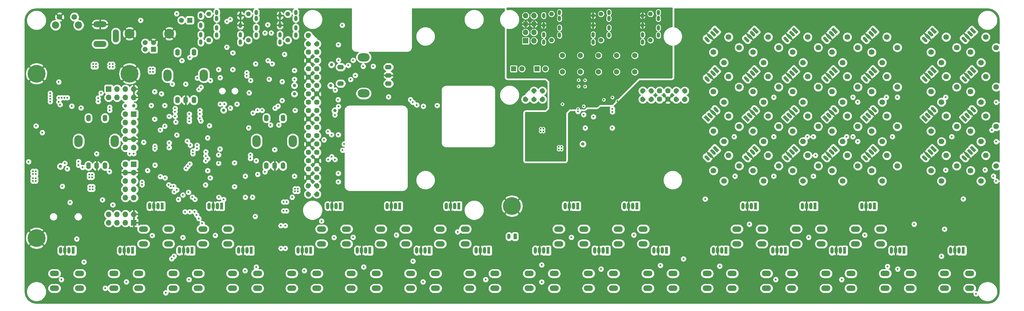
<source format=gbr>
%TF.GenerationSoftware,KiCad,Pcbnew,(5.1.5-0-10_14)*%
%TF.CreationDate,2020-03-03T06:23:58-08:00*%
%TF.ProjectId,OTTOdiy_SMD,4f54544f-6469-4795-9f53-4d442e6b6963,rev?*%
%TF.SameCoordinates,Original*%
%TF.FileFunction,Copper,L3,Inr*%
%TF.FilePolarity,Positive*%
%FSLAX46Y46*%
G04 Gerber Fmt 4.6, Leading zero omitted, Abs format (unit mm)*
G04 Created by KiCad (PCBNEW (5.1.5-0-10_14)) date 2020-03-03 06:23:58*
%MOMM*%
%LPD*%
G04 APERTURE LIST*
%ADD10C,1.000000*%
%ADD11O,1.400000X2.000000*%
%ADD12O,2.500000X3.600000*%
%ADD13O,2.000000X1.400000*%
%ADD14O,3.600000X2.500000*%
%ADD15O,1.000000X1.700000*%
%ADD16C,0.150000*%
%ADD17O,2.800000X1.700000*%
%ADD18C,0.954000*%
%ADD19C,1.700000*%
%ADD20C,1.620000*%
%ADD21C,1.500000*%
%ADD22R,1.500000X1.500000*%
%ADD23C,3.000000*%
%ADD24O,1.700000X1.700000*%
%ADD25R,1.700000X1.700000*%
%ADD26C,1.600000*%
%ADD27R,1.600000X1.600000*%
%ADD28C,2.200000*%
%ADD29C,1.400000*%
%ADD30O,1.000000X1.600000*%
%ADD31O,0.954000X2.000000*%
%ADD32R,0.954000X2.000000*%
%ADD33O,4.000000X1.800000*%
%ADD34O,1.800000X4.000000*%
%ADD35C,0.800000*%
%ADD36C,5.400000*%
%ADD37C,0.600000*%
%ADD38C,0.254000*%
G04 APERTURE END LIST*
D10*
X74270000Y-135760000D03*
X71730000Y-135760000D03*
D11*
X60500000Y-154000000D03*
X63000000Y-154000000D03*
X65500000Y-154000000D03*
X60500000Y-139500000D03*
X65500000Y-139500000D03*
D12*
X57500000Y-146500000D03*
X68500000Y-146500000D03*
D13*
X151500000Y-129000000D03*
X151500000Y-126500000D03*
X151500000Y-124000000D03*
X137000000Y-129000000D03*
X137000000Y-124000000D03*
D14*
X144000000Y-132000000D03*
X144000000Y-121000000D03*
D10*
X101500000Y-137100000D03*
X210500000Y-147375000D03*
X134250000Y-123250000D03*
X135250000Y-137230000D03*
X123000000Y-129600000D03*
X134000000Y-129610000D03*
X123000000Y-132150000D03*
X52000000Y-154175000D03*
D15*
X188050000Y-175500000D03*
%TA.AperFunction,ViaPad*%
D16*
G36*
X190314703Y-174650722D02*
G01*
X190329264Y-174652882D01*
X190343543Y-174656459D01*
X190357403Y-174661418D01*
X190370710Y-174667712D01*
X190383336Y-174675280D01*
X190395159Y-174684048D01*
X190406066Y-174693934D01*
X190415952Y-174704841D01*
X190424720Y-174716664D01*
X190432288Y-174729290D01*
X190438582Y-174742597D01*
X190443541Y-174756457D01*
X190447118Y-174770736D01*
X190449278Y-174785297D01*
X190450000Y-174800000D01*
X190450000Y-176200000D01*
X190449278Y-176214703D01*
X190447118Y-176229264D01*
X190443541Y-176243543D01*
X190438582Y-176257403D01*
X190432288Y-176270710D01*
X190424720Y-176283336D01*
X190415952Y-176295159D01*
X190406066Y-176306066D01*
X190395159Y-176315952D01*
X190383336Y-176324720D01*
X190370710Y-176332288D01*
X190357403Y-176338582D01*
X190343543Y-176343541D01*
X190329264Y-176347118D01*
X190314703Y-176349278D01*
X190300000Y-176350000D01*
X189600000Y-176350000D01*
X189585297Y-176349278D01*
X189570736Y-176347118D01*
X189556457Y-176343541D01*
X189542597Y-176338582D01*
X189529290Y-176332288D01*
X189516664Y-176324720D01*
X189504841Y-176315952D01*
X189493934Y-176306066D01*
X189484048Y-176295159D01*
X189475280Y-176283336D01*
X189467712Y-176270710D01*
X189461418Y-176257403D01*
X189456459Y-176243543D01*
X189452882Y-176229264D01*
X189450722Y-176214703D01*
X189450000Y-176200000D01*
X189450000Y-174800000D01*
X189450722Y-174785297D01*
X189452882Y-174770736D01*
X189456459Y-174756457D01*
X189461418Y-174742597D01*
X189467712Y-174729290D01*
X189475280Y-174716664D01*
X189484048Y-174704841D01*
X189493934Y-174693934D01*
X189504841Y-174684048D01*
X189516664Y-174675280D01*
X189529290Y-174667712D01*
X189542597Y-174661418D01*
X189556457Y-174656459D01*
X189570736Y-174652882D01*
X189585297Y-174650722D01*
X189600000Y-174650000D01*
X190300000Y-174650000D01*
X190314703Y-174650722D01*
G37*
%TD.AperFunction*%
D17*
X57800000Y-191250000D03*
X50200000Y-186750000D03*
X57800000Y-186750000D03*
X50200000Y-191250000D03*
%TA.AperFunction,ViaPad*%
D16*
G36*
X286477221Y-111858565D02*
G01*
X287891435Y-113272779D01*
X287216855Y-113947359D01*
X285802641Y-112533145D01*
X286477221Y-111858565D01*
G37*
%TD.AperFunction*%
D18*
X286318829Y-114170805D02*
X285579195Y-113431171D01*
X285420804Y-115068830D02*
X284681170Y-114329196D01*
X284522779Y-115966855D02*
X283783145Y-115227221D01*
%TA.AperFunction,ViaPad*%
D16*
G36*
X298477221Y-111858565D02*
G01*
X299891435Y-113272779D01*
X299216855Y-113947359D01*
X297802641Y-112533145D01*
X298477221Y-111858565D01*
G37*
%TD.AperFunction*%
D18*
X298318829Y-114170805D02*
X297579195Y-113431171D01*
X297420804Y-115068830D02*
X296681170Y-114329196D01*
X296522779Y-115966855D02*
X295783145Y-115227221D01*
%TA.AperFunction,ViaPad*%
D16*
G36*
X316477221Y-111858565D02*
G01*
X317891435Y-113272779D01*
X317216855Y-113947359D01*
X315802641Y-112533145D01*
X316477221Y-111858565D01*
G37*
%TD.AperFunction*%
D18*
X316318829Y-114170805D02*
X315579195Y-113431171D01*
X315420804Y-115068830D02*
X314681170Y-114329196D01*
X314522779Y-115966855D02*
X313783145Y-115227221D01*
%TA.AperFunction,ViaPad*%
D16*
G36*
X328477221Y-111858565D02*
G01*
X329891435Y-113272779D01*
X329216855Y-113947359D01*
X327802641Y-112533145D01*
X328477221Y-111858565D01*
G37*
%TD.AperFunction*%
D18*
X328318829Y-114170805D02*
X327579195Y-113431171D01*
X327420804Y-115068830D02*
X326681170Y-114329196D01*
X326522779Y-115966855D02*
X325783145Y-115227221D01*
%TA.AperFunction,ViaPad*%
D16*
G36*
X250477221Y-111858565D02*
G01*
X251891435Y-113272779D01*
X251216855Y-113947359D01*
X249802641Y-112533145D01*
X250477221Y-111858565D01*
G37*
%TD.AperFunction*%
D18*
X250318829Y-114170805D02*
X249579195Y-113431171D01*
X249420804Y-115068830D02*
X248681170Y-114329196D01*
X248522779Y-115966855D02*
X247783145Y-115227221D01*
%TA.AperFunction,ViaPad*%
D16*
G36*
X262477221Y-111858565D02*
G01*
X263891435Y-113272779D01*
X263216855Y-113947359D01*
X261802641Y-112533145D01*
X262477221Y-111858565D01*
G37*
%TD.AperFunction*%
D18*
X262318829Y-114170805D02*
X261579195Y-113431171D01*
X261420804Y-115068830D02*
X260681170Y-114329196D01*
X260522779Y-115966855D02*
X259783145Y-115227221D01*
%TA.AperFunction,ViaPad*%
D16*
G36*
X274477221Y-111858565D02*
G01*
X275891435Y-113272779D01*
X275216855Y-113947359D01*
X273802641Y-112533145D01*
X274477221Y-111858565D01*
G37*
%TD.AperFunction*%
D18*
X274318829Y-114170805D02*
X273579195Y-113431171D01*
X273420804Y-115068830D02*
X272681170Y-114329196D01*
X272522779Y-115966855D02*
X271783145Y-115227221D01*
D19*
X298110913Y-119457107D03*
X302707107Y-114860913D03*
X301292893Y-122639087D03*
X305889087Y-118042893D03*
X316110913Y-119457107D03*
X320707107Y-114860913D03*
X319292893Y-122639087D03*
X323889087Y-118042893D03*
X250110913Y-119457107D03*
X254707107Y-114860913D03*
X253292893Y-122639087D03*
X257889087Y-118042893D03*
X262110913Y-119457107D03*
X266707107Y-114860913D03*
X265292893Y-122639087D03*
X269889087Y-118042893D03*
X274110913Y-119457107D03*
X278707107Y-114860913D03*
X277292893Y-122639087D03*
X281889087Y-118042893D03*
X286110913Y-119457107D03*
X290707107Y-114860913D03*
X289292893Y-122639087D03*
X293889087Y-118042893D03*
X328110913Y-119457107D03*
X332707107Y-114860913D03*
X331292893Y-122639087D03*
X335889087Y-118042893D03*
D20*
X127230000Y-132150000D03*
X127230000Y-137230000D03*
X127230000Y-124530000D03*
X127230000Y-121990000D03*
X127230000Y-134690000D03*
X127230000Y-129610000D03*
X127230000Y-127070000D03*
X127230000Y-119450000D03*
X127230000Y-157550000D03*
X127230000Y-142310000D03*
X127230000Y-155010000D03*
X127230000Y-139770000D03*
X127230000Y-152470000D03*
X127230000Y-144850000D03*
X127230000Y-149930000D03*
X127230000Y-147390000D03*
X129770000Y-144850000D03*
X129770000Y-139770000D03*
X129770000Y-142310000D03*
X129770000Y-157550000D03*
X129770000Y-147390000D03*
X129770000Y-149930000D03*
X129770000Y-152470000D03*
X129770000Y-155010000D03*
X129770000Y-137230000D03*
X129770000Y-129610000D03*
X129770000Y-132150000D03*
X129770000Y-134690000D03*
X129770000Y-127070000D03*
X129770000Y-121990000D03*
X129770000Y-124530000D03*
X129770000Y-119450000D03*
%TA.AperFunction,ViaPad*%
D16*
G36*
X129699528Y-115179997D02*
G01*
X129699476Y-115179999D01*
X129699415Y-115179996D01*
X129697906Y-115179985D01*
X129691399Y-115179576D01*
X129684841Y-115179232D01*
X129684062Y-115179114D01*
X129683280Y-115179065D01*
X129676849Y-115178023D01*
X129670352Y-115177041D01*
X129669586Y-115176847D01*
X129668813Y-115176722D01*
X129662492Y-115175052D01*
X129656145Y-115173446D01*
X129655407Y-115173180D01*
X129654645Y-115172979D01*
X129648534Y-115170706D01*
X129642356Y-115168482D01*
X129641639Y-115168141D01*
X129640909Y-115167870D01*
X129635088Y-115165031D01*
X129629117Y-115162196D01*
X129628438Y-115161788D01*
X129627737Y-115161446D01*
X129622155Y-115158012D01*
X129616556Y-115154647D01*
X129615931Y-115154183D01*
X129615255Y-115153767D01*
X129610024Y-115149796D01*
X129604790Y-115145910D01*
X129604207Y-115145382D01*
X129603582Y-115144907D01*
X129598769Y-115140450D01*
X129593934Y-115136066D01*
X129003934Y-114546066D01*
X129003606Y-114545734D01*
X129003564Y-114545695D01*
X129003520Y-114545646D01*
X129002464Y-114544575D01*
X128998152Y-114539684D01*
X128993758Y-114534804D01*
X128993291Y-114534171D01*
X128992772Y-114533582D01*
X128988936Y-114528263D01*
X128985062Y-114523009D01*
X128984662Y-114522338D01*
X128984199Y-114521696D01*
X128980891Y-114516012D01*
X128977558Y-114510421D01*
X128977224Y-114509712D01*
X128976828Y-114509031D01*
X128974122Y-114503120D01*
X128971318Y-114497161D01*
X128971050Y-114496409D01*
X128970728Y-114495705D01*
X128968618Y-114489578D01*
X128966402Y-114483355D01*
X128966212Y-114482591D01*
X128965956Y-114481849D01*
X128964439Y-114475482D01*
X128962857Y-114469135D01*
X128962742Y-114468358D01*
X128962560Y-114467593D01*
X128961678Y-114461154D01*
X128960716Y-114454637D01*
X128960678Y-114453852D01*
X128960571Y-114453074D01*
X128960320Y-114446549D01*
X128960000Y-114440000D01*
X128960000Y-114370000D01*
X128960015Y-114367906D01*
X128960179Y-114365299D01*
X128960179Y-114362672D01*
X128963329Y-114298267D01*
X128963446Y-114296177D01*
X128964139Y-114290001D01*
X128964759Y-114283682D01*
X128974179Y-114219892D01*
X128974500Y-114217822D01*
X128975795Y-114211728D01*
X128977025Y-114205517D01*
X128992624Y-114142952D01*
X128993146Y-114140924D01*
X128995029Y-114134988D01*
X128996861Y-114128919D01*
X129018492Y-114068175D01*
X129019208Y-114066207D01*
X129021685Y-114060428D01*
X129024076Y-114054627D01*
X129051531Y-113996282D01*
X129052436Y-113994394D01*
X129055451Y-113988910D01*
X129058411Y-113983343D01*
X129091428Y-113927956D01*
X129092513Y-113926165D01*
X129096057Y-113920989D01*
X129099538Y-113915749D01*
X129137803Y-113863848D01*
X129139058Y-113862171D01*
X129143087Y-113857369D01*
X129147064Y-113852493D01*
X129190210Y-113804573D01*
X129191622Y-113803027D01*
X129196120Y-113798621D01*
X129200538Y-113794173D01*
X129248155Y-113750692D01*
X129249711Y-113749291D01*
X129254619Y-113745345D01*
X129259447Y-113741351D01*
X129311080Y-113702725D01*
X129312766Y-113701482D01*
X129318010Y-113698051D01*
X129323229Y-113694530D01*
X129378384Y-113661127D01*
X129380183Y-113660055D01*
X129385720Y-113657160D01*
X129391275Y-113654157D01*
X129449427Y-113626295D01*
X129451322Y-113625404D01*
X129457118Y-113623062D01*
X129462937Y-113620616D01*
X129523530Y-113598562D01*
X129525503Y-113597860D01*
X129531514Y-113596091D01*
X129537529Y-113594229D01*
X129599978Y-113578195D01*
X129599987Y-113578192D01*
X129599998Y-113578190D01*
X129602017Y-113577686D01*
X129608200Y-113576507D01*
X129614343Y-113575246D01*
X129678053Y-113565384D01*
X129678062Y-113565382D01*
X129678072Y-113565381D01*
X129680136Y-113565076D01*
X129686363Y-113564509D01*
X129692636Y-113563850D01*
X129757018Y-113560250D01*
X129759109Y-113560148D01*
X129765391Y-113560192D01*
X129771672Y-113560148D01*
X129836099Y-113562848D01*
X129838190Y-113562950D01*
X129844444Y-113563607D01*
X129850693Y-113564176D01*
X129914544Y-113573149D01*
X129914550Y-113573150D01*
X129914557Y-113573151D01*
X129916619Y-113573456D01*
X129922727Y-113574710D01*
X129928945Y-113575896D01*
X129991618Y-113591059D01*
X129993650Y-113591566D01*
X129999648Y-113593423D01*
X130005675Y-113595197D01*
X130066570Y-113616403D01*
X130068543Y-113617105D01*
X130074338Y-113619541D01*
X130080158Y-113621892D01*
X130138693Y-113648939D01*
X130140587Y-113649831D01*
X130146126Y-113652825D01*
X130151680Y-113655729D01*
X130207297Y-113688359D01*
X130209095Y-113689431D01*
X130214310Y-113692948D01*
X130219559Y-113696383D01*
X130271726Y-113734284D01*
X130271728Y-113734285D01*
X130271735Y-113734291D01*
X130273411Y-113735527D01*
X130278229Y-113739512D01*
X130283148Y-113743468D01*
X130331367Y-113786278D01*
X130332923Y-113787680D01*
X130337319Y-113792107D01*
X130341838Y-113796532D01*
X130385649Y-113843844D01*
X130387061Y-113845391D01*
X130390998Y-113850218D01*
X130395069Y-113855070D01*
X130434054Y-113906432D01*
X130435308Y-113908109D01*
X130438786Y-113913342D01*
X130442334Y-113918525D01*
X130476122Y-113973446D01*
X130477206Y-113975238D01*
X130480134Y-113980744D01*
X130483181Y-113986287D01*
X130511448Y-114044241D01*
X130512352Y-114046130D01*
X130514739Y-114051922D01*
X130517221Y-114057712D01*
X130539698Y-114118150D01*
X130540414Y-114120117D01*
X130542225Y-114126115D01*
X130544130Y-114132120D01*
X130560601Y-114194462D01*
X130561121Y-114196491D01*
X130562339Y-114202639D01*
X130563647Y-114208794D01*
X130573957Y-114272448D01*
X130574277Y-114274517D01*
X130574890Y-114280761D01*
X130575591Y-114287012D01*
X130579640Y-114351366D01*
X130579757Y-114353457D01*
X130579757Y-114359765D01*
X130579845Y-114366021D01*
X130577594Y-114430463D01*
X130577505Y-114432555D01*
X130576895Y-114438780D01*
X130576367Y-114445065D01*
X130567839Y-114508981D01*
X130567548Y-114511054D01*
X130566330Y-114517204D01*
X130565194Y-114523395D01*
X130550470Y-114586173D01*
X130549977Y-114588208D01*
X130548170Y-114594195D01*
X130546430Y-114600263D01*
X130525649Y-114661303D01*
X130524960Y-114663281D01*
X130522570Y-114669079D01*
X130520255Y-114674926D01*
X130493618Y-114733649D01*
X130492740Y-114735550D01*
X130489791Y-114741096D01*
X130486918Y-114746686D01*
X130454677Y-114802528D01*
X130453617Y-114804334D01*
X130450159Y-114809539D01*
X130446740Y-114814844D01*
X130409204Y-114867275D01*
X130407973Y-114868969D01*
X130404020Y-114873816D01*
X130400100Y-114878762D01*
X130357626Y-114927279D01*
X130356235Y-114928845D01*
X130351792Y-114933319D01*
X130347445Y-114937821D01*
X130300451Y-114981951D01*
X130300441Y-114981961D01*
X130300429Y-114981972D01*
X130298904Y-114983383D01*
X130294111Y-114987348D01*
X130289281Y-114991459D01*
X130238193Y-115030801D01*
X130236525Y-115032067D01*
X130231351Y-115035557D01*
X130226160Y-115039165D01*
X130171476Y-115073336D01*
X130169692Y-115074433D01*
X130164186Y-115077410D01*
X130158681Y-115080487D01*
X130100933Y-115109152D01*
X130100925Y-115109156D01*
X130100915Y-115109160D01*
X130099042Y-115110074D01*
X130093276Y-115112498D01*
X130087496Y-115115023D01*
X130027217Y-115137921D01*
X130025254Y-115138650D01*
X130019283Y-115140499D01*
X130013281Y-115142449D01*
X129951055Y-115159356D01*
X129951052Y-115159357D01*
X129951047Y-115159358D01*
X129949030Y-115159891D01*
X129942901Y-115161149D01*
X129936739Y-115162504D01*
X129873161Y-115173257D01*
X129871094Y-115173591D01*
X129864866Y-115174246D01*
X129858610Y-115174992D01*
X129794285Y-115179490D01*
X129792195Y-115179621D01*
X129788798Y-115179645D01*
X129785395Y-115179847D01*
X129771573Y-115179992D01*
X129770060Y-115179997D01*
X129770000Y-115180000D01*
X129700000Y-115180000D01*
X129699528Y-115179997D01*
G37*
%TD.AperFunction*%
%TA.AperFunction,ViaPad*%
G36*
X127227906Y-115179985D02*
G01*
X127225299Y-115179821D01*
X127222672Y-115179821D01*
X127158267Y-115176671D01*
X127158265Y-115176671D01*
X127156177Y-115176554D01*
X127149966Y-115175857D01*
X127143682Y-115175241D01*
X127079892Y-115165821D01*
X127077822Y-115165500D01*
X127071720Y-115164203D01*
X127065518Y-115162975D01*
X127002952Y-115147376D01*
X127000924Y-115146855D01*
X126994930Y-115144954D01*
X126988920Y-115143139D01*
X126928175Y-115121508D01*
X126926208Y-115120792D01*
X126920428Y-115118315D01*
X126914627Y-115115924D01*
X126856282Y-115088469D01*
X126854394Y-115087564D01*
X126848910Y-115084549D01*
X126843343Y-115081589D01*
X126787956Y-115048572D01*
X126786165Y-115047487D01*
X126780989Y-115043943D01*
X126775749Y-115040462D01*
X126723848Y-115002197D01*
X126722171Y-115000942D01*
X126717369Y-114996913D01*
X126712493Y-114992936D01*
X126664573Y-114949790D01*
X126663027Y-114948378D01*
X126658642Y-114943900D01*
X126654172Y-114939462D01*
X126610692Y-114891845D01*
X126609291Y-114890288D01*
X126605358Y-114885397D01*
X126601351Y-114880553D01*
X126562725Y-114828920D01*
X126561483Y-114827234D01*
X126558070Y-114822019D01*
X126554530Y-114816771D01*
X126521127Y-114761616D01*
X126520056Y-114759817D01*
X126517165Y-114754288D01*
X126514157Y-114748725D01*
X126486295Y-114690573D01*
X126485404Y-114688679D01*
X126483052Y-114682857D01*
X126480616Y-114677063D01*
X126458562Y-114616470D01*
X126457860Y-114614497D01*
X126456091Y-114608486D01*
X126454229Y-114602471D01*
X126438192Y-114540014D01*
X126437686Y-114537982D01*
X126436508Y-114531808D01*
X126435246Y-114525657D01*
X126425381Y-114461935D01*
X126425076Y-114459864D01*
X126424509Y-114453632D01*
X126423850Y-114447363D01*
X126420250Y-114382982D01*
X126420148Y-114380890D01*
X126420192Y-114374609D01*
X126420148Y-114368328D01*
X126422848Y-114303901D01*
X126422950Y-114301810D01*
X126423607Y-114295556D01*
X126424176Y-114289307D01*
X126433150Y-114225452D01*
X126433456Y-114223381D01*
X126434705Y-114217297D01*
X126435896Y-114211055D01*
X126451059Y-114148382D01*
X126451566Y-114146350D01*
X126453423Y-114140352D01*
X126455197Y-114134325D01*
X126476403Y-114073430D01*
X126477105Y-114071457D01*
X126479541Y-114065662D01*
X126481892Y-114059842D01*
X126508939Y-114001307D01*
X126509831Y-113999413D01*
X126512825Y-113993874D01*
X126515729Y-113988320D01*
X126548359Y-113932703D01*
X126549431Y-113930905D01*
X126552948Y-113925690D01*
X126556383Y-113920441D01*
X126594284Y-113868274D01*
X126595527Y-113866589D01*
X126599512Y-113861771D01*
X126603468Y-113856852D01*
X126646278Y-113808633D01*
X126647680Y-113807077D01*
X126652107Y-113802681D01*
X126656532Y-113798162D01*
X126703844Y-113754351D01*
X126705391Y-113752939D01*
X126710218Y-113749002D01*
X126715070Y-113744931D01*
X126766432Y-113705946D01*
X126768109Y-113704692D01*
X126773342Y-113701214D01*
X126778525Y-113697666D01*
X126833446Y-113663878D01*
X126835238Y-113662794D01*
X126840744Y-113659866D01*
X126846287Y-113656819D01*
X126904241Y-113628552D01*
X126906130Y-113627648D01*
X126911922Y-113625261D01*
X126917712Y-113622779D01*
X126978147Y-113600303D01*
X126978152Y-113600301D01*
X126978158Y-113600299D01*
X126980117Y-113599586D01*
X126986107Y-113597777D01*
X126992120Y-113595870D01*
X127054462Y-113579399D01*
X127056491Y-113578879D01*
X127062639Y-113577661D01*
X127068794Y-113576353D01*
X127132448Y-113566043D01*
X127134517Y-113565723D01*
X127140761Y-113565110D01*
X127147012Y-113564409D01*
X127211366Y-113560360D01*
X127213457Y-113560243D01*
X127219732Y-113560243D01*
X127226022Y-113560155D01*
X127290463Y-113562406D01*
X127292556Y-113562495D01*
X127298787Y-113563106D01*
X127305065Y-113563633D01*
X127368981Y-113572161D01*
X127371055Y-113572452D01*
X127377225Y-113573674D01*
X127383394Y-113574806D01*
X127446173Y-113589530D01*
X127448208Y-113590023D01*
X127454186Y-113591828D01*
X127460263Y-113593570D01*
X127521304Y-113614351D01*
X127523281Y-113615040D01*
X127529079Y-113617430D01*
X127534926Y-113619745D01*
X127593649Y-113646382D01*
X127593652Y-113646383D01*
X127593659Y-113646387D01*
X127595550Y-113647260D01*
X127601096Y-113650209D01*
X127606686Y-113653082D01*
X127662528Y-113685323D01*
X127664334Y-113686383D01*
X127669539Y-113689841D01*
X127674844Y-113693260D01*
X127727275Y-113730796D01*
X127728969Y-113732027D01*
X127733816Y-113735980D01*
X127738762Y-113739900D01*
X127787279Y-113782374D01*
X127788845Y-113783765D01*
X127793334Y-113788222D01*
X127797821Y-113792555D01*
X127841961Y-113839560D01*
X127843384Y-113841096D01*
X127847398Y-113845949D01*
X127851459Y-113850720D01*
X127890802Y-113901807D01*
X127892067Y-113903476D01*
X127895552Y-113908643D01*
X127899164Y-113913840D01*
X127933336Y-113968524D01*
X127934432Y-113970308D01*
X127937402Y-113975800D01*
X127940487Y-113981320D01*
X127969157Y-114039076D01*
X127970074Y-114040959D01*
X127972480Y-114046683D01*
X127975023Y-114052503D01*
X127997921Y-114112783D01*
X127998650Y-114114745D01*
X128000502Y-114120729D01*
X128002449Y-114126719D01*
X128019356Y-114188945D01*
X128019891Y-114190970D01*
X128021149Y-114197099D01*
X128022504Y-114203261D01*
X128033257Y-114266839D01*
X128033591Y-114268906D01*
X128034246Y-114275134D01*
X128034992Y-114281390D01*
X128039490Y-114345715D01*
X128039621Y-114347805D01*
X128039645Y-114351202D01*
X128039847Y-114354604D01*
X128039992Y-114368427D01*
X128039997Y-114369940D01*
X128040000Y-114370000D01*
X128040000Y-114440000D01*
X128039997Y-114440472D01*
X128039999Y-114440524D01*
X128039996Y-114440585D01*
X128039985Y-114442094D01*
X128039576Y-114448601D01*
X128039232Y-114455159D01*
X128039114Y-114455938D01*
X128039065Y-114456720D01*
X128038023Y-114463151D01*
X128037041Y-114469648D01*
X128036847Y-114470414D01*
X128036722Y-114471187D01*
X128035052Y-114477508D01*
X128033446Y-114483855D01*
X128033180Y-114484593D01*
X128032979Y-114485355D01*
X128030706Y-114491466D01*
X128028482Y-114497644D01*
X128028141Y-114498361D01*
X128027870Y-114499091D01*
X128025031Y-114504912D01*
X128022196Y-114510883D01*
X128021788Y-114511562D01*
X128021446Y-114512263D01*
X128018012Y-114517845D01*
X128014647Y-114523444D01*
X128014183Y-114524069D01*
X128013767Y-114524745D01*
X128009796Y-114529976D01*
X128005910Y-114535210D01*
X128005382Y-114535793D01*
X128004907Y-114536418D01*
X128000450Y-114541231D01*
X127996066Y-114546066D01*
X127406066Y-115136066D01*
X127405734Y-115136394D01*
X127405695Y-115136436D01*
X127405646Y-115136480D01*
X127404575Y-115137536D01*
X127399684Y-115141848D01*
X127394804Y-115146242D01*
X127394171Y-115146709D01*
X127393582Y-115147228D01*
X127388263Y-115151064D01*
X127383009Y-115154938D01*
X127382338Y-115155338D01*
X127381696Y-115155801D01*
X127376012Y-115159109D01*
X127370421Y-115162442D01*
X127369712Y-115162776D01*
X127369031Y-115163172D01*
X127363120Y-115165878D01*
X127357161Y-115168682D01*
X127356409Y-115168950D01*
X127355705Y-115169272D01*
X127349578Y-115171382D01*
X127343355Y-115173598D01*
X127342591Y-115173788D01*
X127341849Y-115174044D01*
X127335482Y-115175561D01*
X127329135Y-115177143D01*
X127328358Y-115177258D01*
X127327593Y-115177440D01*
X127321107Y-115178328D01*
X127314637Y-115179284D01*
X127313852Y-115179322D01*
X127313074Y-115179429D01*
X127306528Y-115179681D01*
X127300000Y-115180000D01*
X127230000Y-115180000D01*
X127227906Y-115179985D01*
G37*
%TD.AperFunction*%
%TA.AperFunction,ViaPad*%
G36*
X129709537Y-117717594D02*
G01*
X129707445Y-117717505D01*
X129701220Y-117716895D01*
X129694935Y-117716367D01*
X129631019Y-117707839D01*
X129628946Y-117707548D01*
X129622796Y-117706330D01*
X129616605Y-117705194D01*
X129553827Y-117690470D01*
X129551792Y-117689977D01*
X129545805Y-117688170D01*
X129539737Y-117686430D01*
X129478697Y-117665649D01*
X129476719Y-117664960D01*
X129470921Y-117662570D01*
X129465074Y-117660255D01*
X129406354Y-117633619D01*
X129406348Y-117633617D01*
X129406341Y-117633613D01*
X129404450Y-117632740D01*
X129398904Y-117629791D01*
X129393314Y-117626918D01*
X129337472Y-117594677D01*
X129335666Y-117593617D01*
X129330461Y-117590159D01*
X129325156Y-117586740D01*
X129272725Y-117549204D01*
X129271031Y-117547973D01*
X129266184Y-117544020D01*
X129261238Y-117540100D01*
X129212721Y-117497626D01*
X129211155Y-117496235D01*
X129206681Y-117491792D01*
X129202179Y-117487445D01*
X129158049Y-117440451D01*
X129158039Y-117440441D01*
X129158028Y-117440429D01*
X129156617Y-117438904D01*
X129152652Y-117434111D01*
X129148541Y-117429281D01*
X129109199Y-117378193D01*
X129107933Y-117376525D01*
X129104443Y-117371351D01*
X129100835Y-117366160D01*
X129066664Y-117311476D01*
X129065567Y-117309692D01*
X129062590Y-117304186D01*
X129059513Y-117298681D01*
X129030844Y-117240924D01*
X129029926Y-117239042D01*
X129027502Y-117233276D01*
X129024977Y-117227496D01*
X129002079Y-117167217D01*
X129001350Y-117165254D01*
X128999501Y-117159283D01*
X128997551Y-117153281D01*
X128980644Y-117091055D01*
X128980109Y-117089030D01*
X128978851Y-117082901D01*
X128977496Y-117076739D01*
X128966743Y-117013161D01*
X128966409Y-117011094D01*
X128965754Y-117004866D01*
X128965008Y-116998610D01*
X128960510Y-116934285D01*
X128960379Y-116932195D01*
X128960355Y-116928798D01*
X128960153Y-116925395D01*
X128960008Y-116911573D01*
X128960003Y-116910060D01*
X128960000Y-116910000D01*
X128960000Y-116840000D01*
X128960003Y-116839528D01*
X128960001Y-116839476D01*
X128960004Y-116839415D01*
X128960015Y-116837906D01*
X128960424Y-116831399D01*
X128960768Y-116824841D01*
X128960886Y-116824062D01*
X128960935Y-116823280D01*
X128961977Y-116816849D01*
X128962959Y-116810352D01*
X128963153Y-116809586D01*
X128963278Y-116808813D01*
X128964948Y-116802492D01*
X128966554Y-116796145D01*
X128966820Y-116795407D01*
X128967021Y-116794645D01*
X128969294Y-116788534D01*
X128971518Y-116782356D01*
X128971859Y-116781639D01*
X128972130Y-116780909D01*
X128974944Y-116775140D01*
X128977804Y-116769117D01*
X128978212Y-116768438D01*
X128978554Y-116767737D01*
X128981988Y-116762155D01*
X128985353Y-116756556D01*
X128985817Y-116755931D01*
X128986233Y-116755255D01*
X128990204Y-116750024D01*
X128994090Y-116744790D01*
X128994618Y-116744207D01*
X128995093Y-116743582D01*
X128999550Y-116738769D01*
X129003934Y-116733934D01*
X129593934Y-116143934D01*
X129594266Y-116143606D01*
X129594305Y-116143564D01*
X129594354Y-116143520D01*
X129595425Y-116142464D01*
X129600316Y-116138152D01*
X129605196Y-116133758D01*
X129605829Y-116133291D01*
X129606418Y-116132772D01*
X129611737Y-116128936D01*
X129616991Y-116125062D01*
X129617662Y-116124662D01*
X129618304Y-116124199D01*
X129623988Y-116120891D01*
X129629579Y-116117558D01*
X129630288Y-116117224D01*
X129630969Y-116116828D01*
X129636880Y-116114122D01*
X129642839Y-116111318D01*
X129643591Y-116111050D01*
X129644295Y-116110728D01*
X129650422Y-116108618D01*
X129656645Y-116106402D01*
X129657409Y-116106212D01*
X129658151Y-116105956D01*
X129664518Y-116104439D01*
X129670865Y-116102857D01*
X129671642Y-116102742D01*
X129672407Y-116102560D01*
X129678893Y-116101672D01*
X129685363Y-116100716D01*
X129686148Y-116100678D01*
X129686926Y-116100571D01*
X129693472Y-116100319D01*
X129700000Y-116100000D01*
X129770000Y-116100000D01*
X129772094Y-116100015D01*
X129774701Y-116100179D01*
X129777328Y-116100179D01*
X129841733Y-116103329D01*
X129843823Y-116103446D01*
X129850037Y-116104143D01*
X129856318Y-116104759D01*
X129920108Y-116114179D01*
X129922178Y-116114500D01*
X129928272Y-116115795D01*
X129934483Y-116117025D01*
X129997048Y-116132624D01*
X129999076Y-116133146D01*
X130005012Y-116135029D01*
X130011081Y-116136861D01*
X130071825Y-116158492D01*
X130073793Y-116159208D01*
X130079572Y-116161685D01*
X130085373Y-116164076D01*
X130143718Y-116191531D01*
X130145606Y-116192436D01*
X130151090Y-116195451D01*
X130156657Y-116198411D01*
X130212044Y-116231428D01*
X130213835Y-116232513D01*
X130219011Y-116236057D01*
X130224251Y-116239538D01*
X130276152Y-116277803D01*
X130277829Y-116279058D01*
X130282631Y-116283087D01*
X130287507Y-116287064D01*
X130335427Y-116330210D01*
X130336973Y-116331622D01*
X130341379Y-116336120D01*
X130345827Y-116340538D01*
X130389308Y-116388155D01*
X130390709Y-116389711D01*
X130394655Y-116394619D01*
X130398649Y-116399447D01*
X130437275Y-116451080D01*
X130438518Y-116452766D01*
X130441949Y-116458010D01*
X130445470Y-116463229D01*
X130478873Y-116518384D01*
X130479945Y-116520183D01*
X130482840Y-116525720D01*
X130485843Y-116531275D01*
X130513705Y-116589427D01*
X130514596Y-116591322D01*
X130516938Y-116597118D01*
X130519384Y-116602937D01*
X130541438Y-116663530D01*
X130542140Y-116665503D01*
X130543909Y-116671514D01*
X130545771Y-116677529D01*
X130561807Y-116739985D01*
X130561808Y-116739987D01*
X130561810Y-116739998D01*
X130562314Y-116742017D01*
X130563493Y-116748200D01*
X130564754Y-116754343D01*
X130574618Y-116818065D01*
X130574924Y-116820136D01*
X130575491Y-116826363D01*
X130576150Y-116832636D01*
X130579750Y-116897018D01*
X130579852Y-116899109D01*
X130579808Y-116905391D01*
X130579852Y-116911673D01*
X130577152Y-116976099D01*
X130577050Y-116978191D01*
X130576393Y-116984442D01*
X130575824Y-116990694D01*
X130566850Y-117054548D01*
X130566544Y-117056620D01*
X130565289Y-117062735D01*
X130564104Y-117068945D01*
X130548941Y-117131618D01*
X130548434Y-117133650D01*
X130546577Y-117139648D01*
X130544803Y-117145675D01*
X130523597Y-117206570D01*
X130522894Y-117208543D01*
X130520473Y-117214303D01*
X130518108Y-117220158D01*
X130491068Y-117278676D01*
X130491061Y-117278693D01*
X130491051Y-117278712D01*
X130490169Y-117280588D01*
X130487191Y-117286095D01*
X130484271Y-117291680D01*
X130451642Y-117347296D01*
X130450569Y-117349095D01*
X130447061Y-117354296D01*
X130443617Y-117359559D01*
X130405716Y-117411726D01*
X130404473Y-117413412D01*
X130400467Y-117418255D01*
X130396533Y-117423148D01*
X130353722Y-117471367D01*
X130352320Y-117472923D01*
X130347893Y-117477319D01*
X130343468Y-117481838D01*
X130296156Y-117525649D01*
X130294609Y-117527061D01*
X130289743Y-117531030D01*
X130284930Y-117535068D01*
X130233568Y-117574054D01*
X130231891Y-117575308D01*
X130226692Y-117578762D01*
X130221475Y-117582335D01*
X130166553Y-117616122D01*
X130164762Y-117617206D01*
X130159274Y-117620124D01*
X130153714Y-117623181D01*
X130095759Y-117651448D01*
X130093870Y-117652352D01*
X130088078Y-117654739D01*
X130082288Y-117657221D01*
X130021851Y-117679698D01*
X130019883Y-117680414D01*
X130013893Y-117682223D01*
X130007880Y-117684130D01*
X129945538Y-117700601D01*
X129943510Y-117701121D01*
X129937338Y-117702343D01*
X129931205Y-117703647D01*
X129867552Y-117713957D01*
X129865482Y-117714277D01*
X129859246Y-117714889D01*
X129852988Y-117715591D01*
X129788634Y-117719640D01*
X129786543Y-117719756D01*
X129780310Y-117719756D01*
X129773979Y-117719845D01*
X129709537Y-117717594D01*
G37*
%TD.AperFunction*%
%TA.AperFunction,ViaPad*%
G36*
X127163901Y-117717152D02*
G01*
X127163899Y-117717152D01*
X127161809Y-117717050D01*
X127155558Y-117716393D01*
X127149306Y-117715824D01*
X127085456Y-117706851D01*
X127085450Y-117706850D01*
X127085443Y-117706849D01*
X127083380Y-117706544D01*
X127077265Y-117705289D01*
X127071055Y-117704104D01*
X127008382Y-117688941D01*
X127006350Y-117688434D01*
X127000352Y-117686577D01*
X126994325Y-117684803D01*
X126933430Y-117663597D01*
X126931457Y-117662894D01*
X126925697Y-117660473D01*
X126919842Y-117658108D01*
X126861324Y-117631068D01*
X126861307Y-117631061D01*
X126861288Y-117631051D01*
X126859412Y-117630169D01*
X126853905Y-117627191D01*
X126848320Y-117624271D01*
X126792704Y-117591642D01*
X126790905Y-117590569D01*
X126785704Y-117587061D01*
X126780441Y-117583617D01*
X126728274Y-117545716D01*
X126726588Y-117544473D01*
X126721745Y-117540467D01*
X126716852Y-117536533D01*
X126668633Y-117493722D01*
X126667077Y-117492320D01*
X126662681Y-117487893D01*
X126658162Y-117483468D01*
X126614351Y-117436156D01*
X126612939Y-117434609D01*
X126608970Y-117429743D01*
X126604932Y-117424930D01*
X126565946Y-117373568D01*
X126564692Y-117371891D01*
X126561238Y-117366692D01*
X126557665Y-117361475D01*
X126523878Y-117306553D01*
X126522794Y-117304762D01*
X126519876Y-117299274D01*
X126516819Y-117293714D01*
X126488552Y-117235759D01*
X126487648Y-117233870D01*
X126485261Y-117228078D01*
X126482779Y-117222288D01*
X126460302Y-117161851D01*
X126459586Y-117159883D01*
X126457777Y-117153893D01*
X126455870Y-117147880D01*
X126439399Y-117085538D01*
X126438879Y-117083510D01*
X126437657Y-117077338D01*
X126436353Y-117071205D01*
X126426043Y-117007552D01*
X126425723Y-117005482D01*
X126425111Y-116999246D01*
X126424409Y-116992988D01*
X126420360Y-116928634D01*
X126420244Y-116926543D01*
X126420244Y-116920309D01*
X126420155Y-116913978D01*
X126422406Y-116849537D01*
X126422495Y-116847444D01*
X126423106Y-116841213D01*
X126423633Y-116834935D01*
X126432161Y-116771019D01*
X126432452Y-116768945D01*
X126433674Y-116762775D01*
X126434806Y-116756606D01*
X126449530Y-116693827D01*
X126450023Y-116691792D01*
X126451828Y-116685814D01*
X126453570Y-116679737D01*
X126474351Y-116618696D01*
X126475040Y-116616719D01*
X126477430Y-116610921D01*
X126479745Y-116605074D01*
X126506382Y-116546351D01*
X126507260Y-116544450D01*
X126510209Y-116538904D01*
X126513082Y-116533314D01*
X126545323Y-116477472D01*
X126546383Y-116475666D01*
X126549841Y-116470461D01*
X126553260Y-116465156D01*
X126590796Y-116412725D01*
X126592027Y-116411031D01*
X126595980Y-116406184D01*
X126599900Y-116401238D01*
X126642374Y-116352721D01*
X126643765Y-116351155D01*
X126648208Y-116346681D01*
X126652555Y-116342179D01*
X126699560Y-116298039D01*
X126701096Y-116296616D01*
X126705949Y-116292602D01*
X126710720Y-116288541D01*
X126761807Y-116249198D01*
X126763476Y-116247933D01*
X126768643Y-116244448D01*
X126773840Y-116240836D01*
X126828524Y-116206664D01*
X126830308Y-116205568D01*
X126835800Y-116202598D01*
X126841320Y-116199513D01*
X126899076Y-116170843D01*
X126900959Y-116169926D01*
X126906683Y-116167520D01*
X126912503Y-116164977D01*
X126972783Y-116142079D01*
X126974745Y-116141350D01*
X126980729Y-116139498D01*
X126986719Y-116137551D01*
X127048945Y-116120644D01*
X127048948Y-116120643D01*
X127048953Y-116120642D01*
X127050970Y-116120109D01*
X127057099Y-116118851D01*
X127063261Y-116117496D01*
X127126839Y-116106743D01*
X127128906Y-116106409D01*
X127135134Y-116105754D01*
X127141390Y-116105008D01*
X127205715Y-116100510D01*
X127207805Y-116100379D01*
X127211202Y-116100355D01*
X127214604Y-116100153D01*
X127228427Y-116100008D01*
X127229940Y-116100003D01*
X127230000Y-116100000D01*
X127300000Y-116100000D01*
X127300472Y-116100003D01*
X127300524Y-116100001D01*
X127300585Y-116100004D01*
X127302094Y-116100015D01*
X127308601Y-116100424D01*
X127315159Y-116100768D01*
X127315938Y-116100886D01*
X127316720Y-116100935D01*
X127323151Y-116101977D01*
X127329648Y-116102959D01*
X127330414Y-116103153D01*
X127331187Y-116103278D01*
X127337508Y-116104948D01*
X127343855Y-116106554D01*
X127344593Y-116106820D01*
X127345355Y-116107021D01*
X127351466Y-116109294D01*
X127357644Y-116111518D01*
X127358361Y-116111859D01*
X127359091Y-116112130D01*
X127364912Y-116114969D01*
X127370883Y-116117804D01*
X127371562Y-116118212D01*
X127372263Y-116118554D01*
X127377845Y-116121988D01*
X127383444Y-116125353D01*
X127384069Y-116125817D01*
X127384745Y-116126233D01*
X127389976Y-116130204D01*
X127395210Y-116134090D01*
X127395793Y-116134618D01*
X127396418Y-116135093D01*
X127401231Y-116139550D01*
X127406066Y-116143934D01*
X127996066Y-116733934D01*
X127996394Y-116734266D01*
X127996436Y-116734305D01*
X127996480Y-116734354D01*
X127997536Y-116735425D01*
X128001848Y-116740316D01*
X128006242Y-116745196D01*
X128006709Y-116745829D01*
X128007228Y-116746418D01*
X128011064Y-116751737D01*
X128014938Y-116756991D01*
X128015338Y-116757662D01*
X128015801Y-116758304D01*
X128019109Y-116763988D01*
X128022442Y-116769579D01*
X128022776Y-116770288D01*
X128023172Y-116770969D01*
X128025878Y-116776880D01*
X128028682Y-116782839D01*
X128028950Y-116783591D01*
X128029272Y-116784295D01*
X128031382Y-116790422D01*
X128033598Y-116796645D01*
X128033788Y-116797409D01*
X128034044Y-116798151D01*
X128035561Y-116804518D01*
X128037143Y-116810865D01*
X128037258Y-116811642D01*
X128037440Y-116812407D01*
X128038328Y-116818893D01*
X128039284Y-116825363D01*
X128039322Y-116826148D01*
X128039429Y-116826926D01*
X128039681Y-116833472D01*
X128040000Y-116840000D01*
X128040000Y-116910000D01*
X128039985Y-116912094D01*
X128039821Y-116914701D01*
X128039821Y-116917328D01*
X128036671Y-116981733D01*
X128036554Y-116983823D01*
X128035856Y-116990048D01*
X128035241Y-116996318D01*
X128025821Y-117060108D01*
X128025500Y-117062178D01*
X128024203Y-117068280D01*
X128022975Y-117074482D01*
X128007376Y-117137048D01*
X128006855Y-117139076D01*
X128004954Y-117145070D01*
X128003139Y-117151080D01*
X127981508Y-117211825D01*
X127980792Y-117213792D01*
X127978315Y-117219572D01*
X127975924Y-117225373D01*
X127948469Y-117283718D01*
X127947564Y-117285606D01*
X127944549Y-117291090D01*
X127941589Y-117296657D01*
X127908572Y-117352044D01*
X127907487Y-117353835D01*
X127903943Y-117359011D01*
X127900462Y-117364251D01*
X127862197Y-117416152D01*
X127860942Y-117417829D01*
X127856913Y-117422631D01*
X127852936Y-117427507D01*
X127809790Y-117475427D01*
X127808378Y-117476973D01*
X127803900Y-117481358D01*
X127799462Y-117485828D01*
X127751845Y-117529308D01*
X127750288Y-117530709D01*
X127745397Y-117534642D01*
X127740553Y-117538649D01*
X127688920Y-117577275D01*
X127687234Y-117578517D01*
X127682019Y-117581930D01*
X127676771Y-117585470D01*
X127621616Y-117618873D01*
X127619817Y-117619944D01*
X127614288Y-117622835D01*
X127608725Y-117625843D01*
X127550573Y-117653705D01*
X127548679Y-117654596D01*
X127542857Y-117656948D01*
X127537063Y-117659384D01*
X127476470Y-117681438D01*
X127474497Y-117682140D01*
X127468486Y-117683909D01*
X127462471Y-117685771D01*
X127400014Y-117701808D01*
X127397982Y-117702314D01*
X127391808Y-117703492D01*
X127385657Y-117704754D01*
X127321935Y-117714619D01*
X127319864Y-117714924D01*
X127313632Y-117715491D01*
X127307363Y-117716150D01*
X127242982Y-117719750D01*
X127240890Y-117719852D01*
X127234609Y-117719808D01*
X127228327Y-117719852D01*
X127163901Y-117717152D01*
G37*
%TD.AperFunction*%
%TA.AperFunction,ViaPad*%
G36*
X129699528Y-160899997D02*
G01*
X129699476Y-160899999D01*
X129699415Y-160899996D01*
X129697906Y-160899985D01*
X129691399Y-160899576D01*
X129684841Y-160899232D01*
X129684062Y-160899114D01*
X129683280Y-160899065D01*
X129676849Y-160898023D01*
X129670352Y-160897041D01*
X129669586Y-160896847D01*
X129668813Y-160896722D01*
X129662492Y-160895052D01*
X129656145Y-160893446D01*
X129655407Y-160893180D01*
X129654645Y-160892979D01*
X129648534Y-160890706D01*
X129642356Y-160888482D01*
X129641639Y-160888141D01*
X129640909Y-160887870D01*
X129635088Y-160885031D01*
X129629117Y-160882196D01*
X129628438Y-160881788D01*
X129627737Y-160881446D01*
X129622155Y-160878012D01*
X129616556Y-160874647D01*
X129615931Y-160874183D01*
X129615255Y-160873767D01*
X129610024Y-160869796D01*
X129604790Y-160865910D01*
X129604207Y-160865382D01*
X129603582Y-160864907D01*
X129598769Y-160860450D01*
X129593934Y-160856066D01*
X129003934Y-160266066D01*
X129003606Y-160265734D01*
X129003564Y-160265695D01*
X129003520Y-160265646D01*
X129002464Y-160264575D01*
X128998152Y-160259684D01*
X128993758Y-160254804D01*
X128993291Y-160254171D01*
X128992772Y-160253582D01*
X128988936Y-160248263D01*
X128985062Y-160243009D01*
X128984662Y-160242338D01*
X128984199Y-160241696D01*
X128980891Y-160236012D01*
X128977558Y-160230421D01*
X128977224Y-160229712D01*
X128976828Y-160229031D01*
X128974122Y-160223120D01*
X128971318Y-160217161D01*
X128971050Y-160216409D01*
X128970728Y-160215705D01*
X128968618Y-160209578D01*
X128966402Y-160203355D01*
X128966212Y-160202591D01*
X128965956Y-160201849D01*
X128964439Y-160195482D01*
X128962857Y-160189135D01*
X128962742Y-160188358D01*
X128962560Y-160187593D01*
X128961678Y-160181154D01*
X128960716Y-160174637D01*
X128960678Y-160173852D01*
X128960571Y-160173074D01*
X128960320Y-160166549D01*
X128960000Y-160160000D01*
X128960000Y-160090000D01*
X128960015Y-160087906D01*
X128960179Y-160085299D01*
X128960179Y-160082672D01*
X128963329Y-160018267D01*
X128963446Y-160016177D01*
X128964139Y-160010001D01*
X128964759Y-160003682D01*
X128974179Y-159939892D01*
X128974500Y-159937822D01*
X128975795Y-159931728D01*
X128977025Y-159925517D01*
X128992624Y-159862952D01*
X128993146Y-159860924D01*
X128995029Y-159854988D01*
X128996861Y-159848919D01*
X129018492Y-159788175D01*
X129019208Y-159786207D01*
X129021685Y-159780428D01*
X129024076Y-159774627D01*
X129051531Y-159716282D01*
X129052436Y-159714394D01*
X129055451Y-159708910D01*
X129058411Y-159703343D01*
X129091428Y-159647956D01*
X129092513Y-159646165D01*
X129096057Y-159640989D01*
X129099538Y-159635749D01*
X129137803Y-159583848D01*
X129139058Y-159582171D01*
X129143087Y-159577369D01*
X129147064Y-159572493D01*
X129190210Y-159524573D01*
X129191622Y-159523027D01*
X129196120Y-159518621D01*
X129200538Y-159514173D01*
X129248155Y-159470692D01*
X129249711Y-159469291D01*
X129254619Y-159465345D01*
X129259447Y-159461351D01*
X129311080Y-159422725D01*
X129312766Y-159421482D01*
X129318010Y-159418051D01*
X129323229Y-159414530D01*
X129378384Y-159381127D01*
X129380183Y-159380055D01*
X129385720Y-159377160D01*
X129391275Y-159374157D01*
X129449427Y-159346295D01*
X129451322Y-159345404D01*
X129457118Y-159343062D01*
X129462937Y-159340616D01*
X129523530Y-159318562D01*
X129525503Y-159317860D01*
X129531514Y-159316091D01*
X129537529Y-159314229D01*
X129599978Y-159298195D01*
X129599987Y-159298192D01*
X129599998Y-159298190D01*
X129602017Y-159297686D01*
X129608200Y-159296507D01*
X129614343Y-159295246D01*
X129678053Y-159285384D01*
X129678062Y-159285382D01*
X129678072Y-159285381D01*
X129680136Y-159285076D01*
X129686363Y-159284509D01*
X129692636Y-159283850D01*
X129757018Y-159280250D01*
X129759109Y-159280148D01*
X129765391Y-159280192D01*
X129771672Y-159280148D01*
X129836099Y-159282848D01*
X129838190Y-159282950D01*
X129844444Y-159283607D01*
X129850693Y-159284176D01*
X129914544Y-159293149D01*
X129914550Y-159293150D01*
X129914557Y-159293151D01*
X129916619Y-159293456D01*
X129922727Y-159294710D01*
X129928945Y-159295896D01*
X129991618Y-159311059D01*
X129993650Y-159311566D01*
X129999648Y-159313423D01*
X130005675Y-159315197D01*
X130066570Y-159336403D01*
X130068543Y-159337105D01*
X130074338Y-159339541D01*
X130080158Y-159341892D01*
X130138693Y-159368939D01*
X130140587Y-159369831D01*
X130146126Y-159372825D01*
X130151680Y-159375729D01*
X130207297Y-159408359D01*
X130209095Y-159409431D01*
X130214310Y-159412948D01*
X130219559Y-159416383D01*
X130271726Y-159454284D01*
X130271728Y-159454285D01*
X130271735Y-159454291D01*
X130273411Y-159455527D01*
X130278229Y-159459512D01*
X130283148Y-159463468D01*
X130331367Y-159506278D01*
X130332923Y-159507680D01*
X130337319Y-159512107D01*
X130341838Y-159516532D01*
X130385649Y-159563844D01*
X130387061Y-159565391D01*
X130390998Y-159570218D01*
X130395069Y-159575070D01*
X130434054Y-159626432D01*
X130435308Y-159628109D01*
X130438786Y-159633342D01*
X130442334Y-159638525D01*
X130476122Y-159693446D01*
X130477206Y-159695238D01*
X130480134Y-159700744D01*
X130483181Y-159706287D01*
X130511448Y-159764241D01*
X130512352Y-159766130D01*
X130514739Y-159771922D01*
X130517221Y-159777712D01*
X130539698Y-159838150D01*
X130540414Y-159840117D01*
X130542225Y-159846115D01*
X130544130Y-159852120D01*
X130560601Y-159914462D01*
X130561121Y-159916491D01*
X130562339Y-159922639D01*
X130563647Y-159928794D01*
X130573957Y-159992448D01*
X130574277Y-159994517D01*
X130574890Y-160000761D01*
X130575591Y-160007012D01*
X130579640Y-160071366D01*
X130579757Y-160073457D01*
X130579757Y-160079765D01*
X130579845Y-160086021D01*
X130577594Y-160150463D01*
X130577505Y-160152555D01*
X130576895Y-160158780D01*
X130576367Y-160165065D01*
X130567839Y-160228981D01*
X130567548Y-160231054D01*
X130566330Y-160237204D01*
X130565194Y-160243395D01*
X130550470Y-160306173D01*
X130549977Y-160308208D01*
X130548170Y-160314195D01*
X130546430Y-160320263D01*
X130525649Y-160381303D01*
X130524960Y-160383281D01*
X130522570Y-160389079D01*
X130520255Y-160394926D01*
X130493618Y-160453649D01*
X130492740Y-160455550D01*
X130489791Y-160461096D01*
X130486918Y-160466686D01*
X130454677Y-160522528D01*
X130453617Y-160524334D01*
X130450159Y-160529539D01*
X130446740Y-160534844D01*
X130409204Y-160587275D01*
X130407973Y-160588969D01*
X130404020Y-160593816D01*
X130400100Y-160598762D01*
X130357626Y-160647279D01*
X130356235Y-160648845D01*
X130351792Y-160653319D01*
X130347445Y-160657821D01*
X130300451Y-160701951D01*
X130300441Y-160701961D01*
X130300429Y-160701972D01*
X130298904Y-160703383D01*
X130294111Y-160707348D01*
X130289281Y-160711459D01*
X130238193Y-160750801D01*
X130236525Y-160752067D01*
X130231351Y-160755557D01*
X130226160Y-160759165D01*
X130171476Y-160793336D01*
X130169692Y-160794433D01*
X130164186Y-160797410D01*
X130158681Y-160800487D01*
X130100933Y-160829152D01*
X130100925Y-160829156D01*
X130100915Y-160829160D01*
X130099042Y-160830074D01*
X130093276Y-160832498D01*
X130087496Y-160835023D01*
X130027217Y-160857921D01*
X130025254Y-160858650D01*
X130019283Y-160860499D01*
X130013281Y-160862449D01*
X129951055Y-160879356D01*
X129951052Y-160879357D01*
X129951047Y-160879358D01*
X129949030Y-160879891D01*
X129942901Y-160881149D01*
X129936739Y-160882504D01*
X129873161Y-160893257D01*
X129871094Y-160893591D01*
X129864866Y-160894246D01*
X129858610Y-160894992D01*
X129794285Y-160899490D01*
X129792195Y-160899621D01*
X129788798Y-160899645D01*
X129785395Y-160899847D01*
X129771573Y-160899992D01*
X129770060Y-160899997D01*
X129770000Y-160900000D01*
X129700000Y-160900000D01*
X129699528Y-160899997D01*
G37*
%TD.AperFunction*%
%TA.AperFunction,ViaPad*%
G36*
X127227906Y-160899985D02*
G01*
X127225299Y-160899821D01*
X127222672Y-160899821D01*
X127158267Y-160896671D01*
X127158265Y-160896671D01*
X127156177Y-160896554D01*
X127149966Y-160895857D01*
X127143682Y-160895241D01*
X127079892Y-160885821D01*
X127077822Y-160885500D01*
X127071720Y-160884203D01*
X127065518Y-160882975D01*
X127002952Y-160867376D01*
X127000924Y-160866855D01*
X126994930Y-160864954D01*
X126988920Y-160863139D01*
X126928175Y-160841508D01*
X126926208Y-160840792D01*
X126920428Y-160838315D01*
X126914627Y-160835924D01*
X126856282Y-160808469D01*
X126854394Y-160807564D01*
X126848910Y-160804549D01*
X126843343Y-160801589D01*
X126787956Y-160768572D01*
X126786165Y-160767487D01*
X126780989Y-160763943D01*
X126775749Y-160760462D01*
X126723848Y-160722197D01*
X126722171Y-160720942D01*
X126717369Y-160716913D01*
X126712493Y-160712936D01*
X126664573Y-160669790D01*
X126663027Y-160668378D01*
X126658642Y-160663900D01*
X126654172Y-160659462D01*
X126610692Y-160611845D01*
X126609291Y-160610288D01*
X126605358Y-160605397D01*
X126601351Y-160600553D01*
X126562725Y-160548920D01*
X126561483Y-160547234D01*
X126558070Y-160542019D01*
X126554530Y-160536771D01*
X126521127Y-160481616D01*
X126520056Y-160479817D01*
X126517165Y-160474288D01*
X126514157Y-160468725D01*
X126486295Y-160410573D01*
X126485404Y-160408679D01*
X126483052Y-160402857D01*
X126480616Y-160397063D01*
X126458562Y-160336470D01*
X126457860Y-160334497D01*
X126456091Y-160328486D01*
X126454229Y-160322471D01*
X126438192Y-160260014D01*
X126437686Y-160257982D01*
X126436508Y-160251808D01*
X126435246Y-160245657D01*
X126425381Y-160181935D01*
X126425076Y-160179864D01*
X126424509Y-160173632D01*
X126423850Y-160167363D01*
X126420250Y-160102982D01*
X126420148Y-160100890D01*
X126420192Y-160094609D01*
X126420148Y-160088328D01*
X126422848Y-160023901D01*
X126422950Y-160021810D01*
X126423607Y-160015556D01*
X126424176Y-160009307D01*
X126433150Y-159945452D01*
X126433456Y-159943381D01*
X126434705Y-159937297D01*
X126435896Y-159931055D01*
X126451059Y-159868382D01*
X126451566Y-159866350D01*
X126453423Y-159860352D01*
X126455197Y-159854325D01*
X126476403Y-159793430D01*
X126477105Y-159791457D01*
X126479541Y-159785662D01*
X126481892Y-159779842D01*
X126508939Y-159721307D01*
X126509831Y-159719413D01*
X126512825Y-159713874D01*
X126515729Y-159708320D01*
X126548359Y-159652703D01*
X126549431Y-159650905D01*
X126552948Y-159645690D01*
X126556383Y-159640441D01*
X126594284Y-159588274D01*
X126595527Y-159586589D01*
X126599512Y-159581771D01*
X126603468Y-159576852D01*
X126646278Y-159528633D01*
X126647680Y-159527077D01*
X126652107Y-159522681D01*
X126656532Y-159518162D01*
X126703844Y-159474351D01*
X126705391Y-159472939D01*
X126710218Y-159469002D01*
X126715070Y-159464931D01*
X126766432Y-159425946D01*
X126768109Y-159424692D01*
X126773342Y-159421214D01*
X126778525Y-159417666D01*
X126833446Y-159383878D01*
X126835238Y-159382794D01*
X126840744Y-159379866D01*
X126846287Y-159376819D01*
X126904241Y-159348552D01*
X126906130Y-159347648D01*
X126911922Y-159345261D01*
X126917712Y-159342779D01*
X126978147Y-159320303D01*
X126978152Y-159320301D01*
X126978158Y-159320299D01*
X126980117Y-159319586D01*
X126986107Y-159317777D01*
X126992120Y-159315870D01*
X127054462Y-159299399D01*
X127056491Y-159298879D01*
X127062639Y-159297661D01*
X127068794Y-159296353D01*
X127132448Y-159286043D01*
X127134517Y-159285723D01*
X127140761Y-159285110D01*
X127147012Y-159284409D01*
X127211366Y-159280360D01*
X127213457Y-159280243D01*
X127219732Y-159280243D01*
X127226022Y-159280155D01*
X127290463Y-159282406D01*
X127292556Y-159282495D01*
X127298787Y-159283106D01*
X127305065Y-159283633D01*
X127368981Y-159292161D01*
X127371055Y-159292452D01*
X127377225Y-159293674D01*
X127383394Y-159294806D01*
X127446173Y-159309530D01*
X127448208Y-159310023D01*
X127454186Y-159311828D01*
X127460263Y-159313570D01*
X127521304Y-159334351D01*
X127523281Y-159335040D01*
X127529079Y-159337430D01*
X127534926Y-159339745D01*
X127593649Y-159366382D01*
X127593652Y-159366383D01*
X127593659Y-159366387D01*
X127595550Y-159367260D01*
X127601096Y-159370209D01*
X127606686Y-159373082D01*
X127662528Y-159405323D01*
X127664334Y-159406383D01*
X127669539Y-159409841D01*
X127674844Y-159413260D01*
X127727275Y-159450796D01*
X127728969Y-159452027D01*
X127733816Y-159455980D01*
X127738762Y-159459900D01*
X127787279Y-159502374D01*
X127788845Y-159503765D01*
X127793334Y-159508222D01*
X127797821Y-159512555D01*
X127841961Y-159559560D01*
X127843384Y-159561096D01*
X127847398Y-159565949D01*
X127851459Y-159570720D01*
X127890802Y-159621807D01*
X127892067Y-159623476D01*
X127895552Y-159628643D01*
X127899164Y-159633840D01*
X127933336Y-159688524D01*
X127934432Y-159690308D01*
X127937402Y-159695800D01*
X127940487Y-159701320D01*
X127969157Y-159759076D01*
X127970074Y-159760959D01*
X127972480Y-159766683D01*
X127975023Y-159772503D01*
X127997921Y-159832783D01*
X127998650Y-159834745D01*
X128000502Y-159840729D01*
X128002449Y-159846719D01*
X128019356Y-159908945D01*
X128019891Y-159910970D01*
X128021149Y-159917099D01*
X128022504Y-159923261D01*
X128033257Y-159986839D01*
X128033591Y-159988906D01*
X128034246Y-159995134D01*
X128034992Y-160001390D01*
X128039490Y-160065715D01*
X128039621Y-160067805D01*
X128039645Y-160071202D01*
X128039847Y-160074604D01*
X128039992Y-160088427D01*
X128039997Y-160089940D01*
X128040000Y-160090000D01*
X128040000Y-160160000D01*
X128039997Y-160160472D01*
X128039999Y-160160524D01*
X128039996Y-160160585D01*
X128039985Y-160162094D01*
X128039576Y-160168601D01*
X128039232Y-160175159D01*
X128039114Y-160175938D01*
X128039065Y-160176720D01*
X128038023Y-160183151D01*
X128037041Y-160189648D01*
X128036847Y-160190414D01*
X128036722Y-160191187D01*
X128035052Y-160197508D01*
X128033446Y-160203855D01*
X128033180Y-160204593D01*
X128032979Y-160205355D01*
X128030706Y-160211466D01*
X128028482Y-160217644D01*
X128028141Y-160218361D01*
X128027870Y-160219091D01*
X128025031Y-160224912D01*
X128022196Y-160230883D01*
X128021788Y-160231562D01*
X128021446Y-160232263D01*
X128018012Y-160237845D01*
X128014647Y-160243444D01*
X128014183Y-160244069D01*
X128013767Y-160244745D01*
X128009796Y-160249976D01*
X128005910Y-160255210D01*
X128005382Y-160255793D01*
X128004907Y-160256418D01*
X128000450Y-160261231D01*
X127996066Y-160266066D01*
X127406066Y-160856066D01*
X127405734Y-160856394D01*
X127405695Y-160856436D01*
X127405646Y-160856480D01*
X127404575Y-160857536D01*
X127399684Y-160861848D01*
X127394804Y-160866242D01*
X127394171Y-160866709D01*
X127393582Y-160867228D01*
X127388263Y-160871064D01*
X127383009Y-160874938D01*
X127382338Y-160875338D01*
X127381696Y-160875801D01*
X127376012Y-160879109D01*
X127370421Y-160882442D01*
X127369712Y-160882776D01*
X127369031Y-160883172D01*
X127363120Y-160885878D01*
X127357161Y-160888682D01*
X127356409Y-160888950D01*
X127355705Y-160889272D01*
X127349578Y-160891382D01*
X127343355Y-160893598D01*
X127342591Y-160893788D01*
X127341849Y-160894044D01*
X127335482Y-160895561D01*
X127329135Y-160897143D01*
X127328358Y-160897258D01*
X127327593Y-160897440D01*
X127321107Y-160898328D01*
X127314637Y-160899284D01*
X127313852Y-160899322D01*
X127313074Y-160899429D01*
X127306528Y-160899681D01*
X127300000Y-160900000D01*
X127230000Y-160900000D01*
X127227906Y-160899985D01*
G37*
%TD.AperFunction*%
%TA.AperFunction,ViaPad*%
G36*
X129709537Y-163437594D02*
G01*
X129707445Y-163437505D01*
X129701220Y-163436895D01*
X129694935Y-163436367D01*
X129631019Y-163427839D01*
X129628946Y-163427548D01*
X129622796Y-163426330D01*
X129616605Y-163425194D01*
X129553827Y-163410470D01*
X129551792Y-163409977D01*
X129545805Y-163408170D01*
X129539737Y-163406430D01*
X129478697Y-163385649D01*
X129476719Y-163384960D01*
X129470921Y-163382570D01*
X129465074Y-163380255D01*
X129406354Y-163353619D01*
X129406348Y-163353617D01*
X129406341Y-163353613D01*
X129404450Y-163352740D01*
X129398904Y-163349791D01*
X129393314Y-163346918D01*
X129337472Y-163314677D01*
X129335666Y-163313617D01*
X129330461Y-163310159D01*
X129325156Y-163306740D01*
X129272725Y-163269204D01*
X129271031Y-163267973D01*
X129266184Y-163264020D01*
X129261238Y-163260100D01*
X129212721Y-163217626D01*
X129211155Y-163216235D01*
X129206681Y-163211792D01*
X129202179Y-163207445D01*
X129158049Y-163160451D01*
X129158039Y-163160441D01*
X129158028Y-163160429D01*
X129156617Y-163158904D01*
X129152652Y-163154111D01*
X129148541Y-163149281D01*
X129109199Y-163098193D01*
X129107933Y-163096525D01*
X129104443Y-163091351D01*
X129100835Y-163086160D01*
X129066664Y-163031476D01*
X129065567Y-163029692D01*
X129062590Y-163024186D01*
X129059513Y-163018681D01*
X129030844Y-162960924D01*
X129029926Y-162959042D01*
X129027502Y-162953276D01*
X129024977Y-162947496D01*
X129002079Y-162887217D01*
X129001350Y-162885254D01*
X128999501Y-162879283D01*
X128997551Y-162873281D01*
X128980644Y-162811055D01*
X128980109Y-162809030D01*
X128978851Y-162802901D01*
X128977496Y-162796739D01*
X128966743Y-162733161D01*
X128966409Y-162731094D01*
X128965754Y-162724866D01*
X128965008Y-162718610D01*
X128960510Y-162654285D01*
X128960379Y-162652195D01*
X128960355Y-162648798D01*
X128960153Y-162645395D01*
X128960008Y-162631573D01*
X128960003Y-162630060D01*
X128960000Y-162630000D01*
X128960000Y-162560000D01*
X128960003Y-162559528D01*
X128960001Y-162559476D01*
X128960004Y-162559415D01*
X128960015Y-162557906D01*
X128960424Y-162551399D01*
X128960768Y-162544841D01*
X128960886Y-162544062D01*
X128960935Y-162543280D01*
X128961977Y-162536849D01*
X128962959Y-162530352D01*
X128963153Y-162529586D01*
X128963278Y-162528813D01*
X128964948Y-162522492D01*
X128966554Y-162516145D01*
X128966820Y-162515407D01*
X128967021Y-162514645D01*
X128969294Y-162508534D01*
X128971518Y-162502356D01*
X128971859Y-162501639D01*
X128972130Y-162500909D01*
X128974944Y-162495140D01*
X128977804Y-162489117D01*
X128978212Y-162488438D01*
X128978554Y-162487737D01*
X128981988Y-162482155D01*
X128985353Y-162476556D01*
X128985817Y-162475931D01*
X128986233Y-162475255D01*
X128990204Y-162470024D01*
X128994090Y-162464790D01*
X128994618Y-162464207D01*
X128995093Y-162463582D01*
X128999550Y-162458769D01*
X129003934Y-162453934D01*
X129593934Y-161863934D01*
X129594266Y-161863606D01*
X129594305Y-161863564D01*
X129594354Y-161863520D01*
X129595425Y-161862464D01*
X129600316Y-161858152D01*
X129605196Y-161853758D01*
X129605829Y-161853291D01*
X129606418Y-161852772D01*
X129611737Y-161848936D01*
X129616991Y-161845062D01*
X129617662Y-161844662D01*
X129618304Y-161844199D01*
X129623988Y-161840891D01*
X129629579Y-161837558D01*
X129630288Y-161837224D01*
X129630969Y-161836828D01*
X129636880Y-161834122D01*
X129642839Y-161831318D01*
X129643591Y-161831050D01*
X129644295Y-161830728D01*
X129650422Y-161828618D01*
X129656645Y-161826402D01*
X129657409Y-161826212D01*
X129658151Y-161825956D01*
X129664518Y-161824439D01*
X129670865Y-161822857D01*
X129671642Y-161822742D01*
X129672407Y-161822560D01*
X129678893Y-161821672D01*
X129685363Y-161820716D01*
X129686148Y-161820678D01*
X129686926Y-161820571D01*
X129693472Y-161820319D01*
X129700000Y-161820000D01*
X129770000Y-161820000D01*
X129772094Y-161820015D01*
X129774701Y-161820179D01*
X129777328Y-161820179D01*
X129841733Y-161823329D01*
X129843823Y-161823446D01*
X129850037Y-161824143D01*
X129856318Y-161824759D01*
X129920108Y-161834179D01*
X129922178Y-161834500D01*
X129928272Y-161835795D01*
X129934483Y-161837025D01*
X129997048Y-161852624D01*
X129999076Y-161853146D01*
X130005012Y-161855029D01*
X130011081Y-161856861D01*
X130071825Y-161878492D01*
X130073793Y-161879208D01*
X130079572Y-161881685D01*
X130085373Y-161884076D01*
X130143718Y-161911531D01*
X130145606Y-161912436D01*
X130151090Y-161915451D01*
X130156657Y-161918411D01*
X130212044Y-161951428D01*
X130213835Y-161952513D01*
X130219011Y-161956057D01*
X130224251Y-161959538D01*
X130276152Y-161997803D01*
X130277829Y-161999058D01*
X130282631Y-162003087D01*
X130287507Y-162007064D01*
X130335427Y-162050210D01*
X130336973Y-162051622D01*
X130341379Y-162056120D01*
X130345827Y-162060538D01*
X130389308Y-162108155D01*
X130390709Y-162109711D01*
X130394655Y-162114619D01*
X130398649Y-162119447D01*
X130437275Y-162171080D01*
X130438518Y-162172766D01*
X130441949Y-162178010D01*
X130445470Y-162183229D01*
X130478873Y-162238384D01*
X130479945Y-162240183D01*
X130482840Y-162245720D01*
X130485843Y-162251275D01*
X130513705Y-162309427D01*
X130514596Y-162311322D01*
X130516938Y-162317118D01*
X130519384Y-162322937D01*
X130541438Y-162383530D01*
X130542140Y-162385503D01*
X130543909Y-162391514D01*
X130545771Y-162397529D01*
X130561807Y-162459985D01*
X130561808Y-162459987D01*
X130561810Y-162459998D01*
X130562314Y-162462017D01*
X130563493Y-162468200D01*
X130564754Y-162474343D01*
X130574618Y-162538065D01*
X130574924Y-162540136D01*
X130575491Y-162546363D01*
X130576150Y-162552636D01*
X130579750Y-162617018D01*
X130579852Y-162619109D01*
X130579808Y-162625391D01*
X130579852Y-162631673D01*
X130577152Y-162696099D01*
X130577050Y-162698191D01*
X130576393Y-162704442D01*
X130575824Y-162710694D01*
X130566850Y-162774548D01*
X130566544Y-162776620D01*
X130565289Y-162782735D01*
X130564104Y-162788945D01*
X130548941Y-162851618D01*
X130548434Y-162853650D01*
X130546577Y-162859648D01*
X130544803Y-162865675D01*
X130523597Y-162926570D01*
X130522894Y-162928543D01*
X130520473Y-162934303D01*
X130518108Y-162940158D01*
X130491068Y-162998676D01*
X130491061Y-162998693D01*
X130491051Y-162998712D01*
X130490169Y-163000588D01*
X130487191Y-163006095D01*
X130484271Y-163011680D01*
X130451642Y-163067296D01*
X130450569Y-163069095D01*
X130447061Y-163074296D01*
X130443617Y-163079559D01*
X130405716Y-163131726D01*
X130404473Y-163133412D01*
X130400467Y-163138255D01*
X130396533Y-163143148D01*
X130353722Y-163191367D01*
X130352320Y-163192923D01*
X130347893Y-163197319D01*
X130343468Y-163201838D01*
X130296156Y-163245649D01*
X130294609Y-163247061D01*
X130289743Y-163251030D01*
X130284930Y-163255068D01*
X130233568Y-163294054D01*
X130231891Y-163295308D01*
X130226692Y-163298762D01*
X130221475Y-163302335D01*
X130166553Y-163336122D01*
X130164762Y-163337206D01*
X130159274Y-163340124D01*
X130153714Y-163343181D01*
X130095759Y-163371448D01*
X130093870Y-163372352D01*
X130088078Y-163374739D01*
X130082288Y-163377221D01*
X130021851Y-163399698D01*
X130019883Y-163400414D01*
X130013893Y-163402223D01*
X130007880Y-163404130D01*
X129945538Y-163420601D01*
X129943510Y-163421121D01*
X129937338Y-163422343D01*
X129931205Y-163423647D01*
X129867552Y-163433957D01*
X129865482Y-163434277D01*
X129859246Y-163434889D01*
X129852988Y-163435591D01*
X129788634Y-163439640D01*
X129786543Y-163439756D01*
X129780310Y-163439756D01*
X129773979Y-163439845D01*
X129709537Y-163437594D01*
G37*
%TD.AperFunction*%
%TA.AperFunction,ViaPad*%
G36*
X127163901Y-163437152D02*
G01*
X127163899Y-163437152D01*
X127161809Y-163437050D01*
X127155558Y-163436393D01*
X127149306Y-163435824D01*
X127085456Y-163426851D01*
X127085450Y-163426850D01*
X127085443Y-163426849D01*
X127083380Y-163426544D01*
X127077265Y-163425289D01*
X127071055Y-163424104D01*
X127008382Y-163408941D01*
X127006350Y-163408434D01*
X127000352Y-163406577D01*
X126994325Y-163404803D01*
X126933430Y-163383597D01*
X126931457Y-163382894D01*
X126925697Y-163380473D01*
X126919842Y-163378108D01*
X126861324Y-163351068D01*
X126861307Y-163351061D01*
X126861288Y-163351051D01*
X126859412Y-163350169D01*
X126853905Y-163347191D01*
X126848320Y-163344271D01*
X126792704Y-163311642D01*
X126790905Y-163310569D01*
X126785704Y-163307061D01*
X126780441Y-163303617D01*
X126728274Y-163265716D01*
X126726588Y-163264473D01*
X126721745Y-163260467D01*
X126716852Y-163256533D01*
X126668633Y-163213722D01*
X126667077Y-163212320D01*
X126662681Y-163207893D01*
X126658162Y-163203468D01*
X126614351Y-163156156D01*
X126612939Y-163154609D01*
X126608970Y-163149743D01*
X126604932Y-163144930D01*
X126565946Y-163093568D01*
X126564692Y-163091891D01*
X126561238Y-163086692D01*
X126557665Y-163081475D01*
X126523878Y-163026553D01*
X126522794Y-163024762D01*
X126519876Y-163019274D01*
X126516819Y-163013714D01*
X126488552Y-162955759D01*
X126487648Y-162953870D01*
X126485261Y-162948078D01*
X126482779Y-162942288D01*
X126460302Y-162881851D01*
X126459586Y-162879883D01*
X126457777Y-162873893D01*
X126455870Y-162867880D01*
X126439399Y-162805538D01*
X126438879Y-162803510D01*
X126437657Y-162797338D01*
X126436353Y-162791205D01*
X126426043Y-162727552D01*
X126425723Y-162725482D01*
X126425111Y-162719246D01*
X126424409Y-162712988D01*
X126420360Y-162648634D01*
X126420244Y-162646543D01*
X126420244Y-162640309D01*
X126420155Y-162633978D01*
X126422406Y-162569537D01*
X126422495Y-162567444D01*
X126423106Y-162561213D01*
X126423633Y-162554935D01*
X126432161Y-162491019D01*
X126432452Y-162488945D01*
X126433674Y-162482775D01*
X126434806Y-162476606D01*
X126449530Y-162413827D01*
X126450023Y-162411792D01*
X126451828Y-162405814D01*
X126453570Y-162399737D01*
X126474351Y-162338696D01*
X126475040Y-162336719D01*
X126477430Y-162330921D01*
X126479745Y-162325074D01*
X126506382Y-162266351D01*
X126507260Y-162264450D01*
X126510209Y-162258904D01*
X126513082Y-162253314D01*
X126545323Y-162197472D01*
X126546383Y-162195666D01*
X126549841Y-162190461D01*
X126553260Y-162185156D01*
X126590796Y-162132725D01*
X126592027Y-162131031D01*
X126595980Y-162126184D01*
X126599900Y-162121238D01*
X126642374Y-162072721D01*
X126643765Y-162071155D01*
X126648208Y-162066681D01*
X126652555Y-162062179D01*
X126699560Y-162018039D01*
X126701096Y-162016616D01*
X126705949Y-162012602D01*
X126710720Y-162008541D01*
X126761807Y-161969198D01*
X126763476Y-161967933D01*
X126768643Y-161964448D01*
X126773840Y-161960836D01*
X126828524Y-161926664D01*
X126830308Y-161925568D01*
X126835800Y-161922598D01*
X126841320Y-161919513D01*
X126899076Y-161890843D01*
X126900959Y-161889926D01*
X126906683Y-161887520D01*
X126912503Y-161884977D01*
X126972783Y-161862079D01*
X126974745Y-161861350D01*
X126980729Y-161859498D01*
X126986719Y-161857551D01*
X127048945Y-161840644D01*
X127048948Y-161840643D01*
X127048953Y-161840642D01*
X127050970Y-161840109D01*
X127057099Y-161838851D01*
X127063261Y-161837496D01*
X127126839Y-161826743D01*
X127128906Y-161826409D01*
X127135134Y-161825754D01*
X127141390Y-161825008D01*
X127205715Y-161820510D01*
X127207805Y-161820379D01*
X127211202Y-161820355D01*
X127214604Y-161820153D01*
X127228427Y-161820008D01*
X127229940Y-161820003D01*
X127230000Y-161820000D01*
X127300000Y-161820000D01*
X127300472Y-161820003D01*
X127300524Y-161820001D01*
X127300585Y-161820004D01*
X127302094Y-161820015D01*
X127308601Y-161820424D01*
X127315159Y-161820768D01*
X127315938Y-161820886D01*
X127316720Y-161820935D01*
X127323151Y-161821977D01*
X127329648Y-161822959D01*
X127330414Y-161823153D01*
X127331187Y-161823278D01*
X127337508Y-161824948D01*
X127343855Y-161826554D01*
X127344593Y-161826820D01*
X127345355Y-161827021D01*
X127351466Y-161829294D01*
X127357644Y-161831518D01*
X127358361Y-161831859D01*
X127359091Y-161832130D01*
X127364912Y-161834969D01*
X127370883Y-161837804D01*
X127371562Y-161838212D01*
X127372263Y-161838554D01*
X127377845Y-161841988D01*
X127383444Y-161845353D01*
X127384069Y-161845817D01*
X127384745Y-161846233D01*
X127389976Y-161850204D01*
X127395210Y-161854090D01*
X127395793Y-161854618D01*
X127396418Y-161855093D01*
X127401231Y-161859550D01*
X127406066Y-161863934D01*
X127996066Y-162453934D01*
X127996394Y-162454266D01*
X127996436Y-162454305D01*
X127996480Y-162454354D01*
X127997536Y-162455425D01*
X128001848Y-162460316D01*
X128006242Y-162465196D01*
X128006709Y-162465829D01*
X128007228Y-162466418D01*
X128011064Y-162471737D01*
X128014938Y-162476991D01*
X128015338Y-162477662D01*
X128015801Y-162478304D01*
X128019109Y-162483988D01*
X128022442Y-162489579D01*
X128022776Y-162490288D01*
X128023172Y-162490969D01*
X128025878Y-162496880D01*
X128028682Y-162502839D01*
X128028950Y-162503591D01*
X128029272Y-162504295D01*
X128031382Y-162510422D01*
X128033598Y-162516645D01*
X128033788Y-162517409D01*
X128034044Y-162518151D01*
X128035561Y-162524518D01*
X128037143Y-162530865D01*
X128037258Y-162531642D01*
X128037440Y-162532407D01*
X128038328Y-162538893D01*
X128039284Y-162545363D01*
X128039322Y-162546148D01*
X128039429Y-162546926D01*
X128039681Y-162553472D01*
X128040000Y-162560000D01*
X128040000Y-162630000D01*
X128039985Y-162632094D01*
X128039821Y-162634701D01*
X128039821Y-162637328D01*
X128036671Y-162701733D01*
X128036554Y-162703823D01*
X128035856Y-162710048D01*
X128035241Y-162716318D01*
X128025821Y-162780108D01*
X128025500Y-162782178D01*
X128024203Y-162788280D01*
X128022975Y-162794482D01*
X128007376Y-162857048D01*
X128006855Y-162859076D01*
X128004954Y-162865070D01*
X128003139Y-162871080D01*
X127981508Y-162931825D01*
X127980792Y-162933792D01*
X127978315Y-162939572D01*
X127975924Y-162945373D01*
X127948469Y-163003718D01*
X127947564Y-163005606D01*
X127944549Y-163011090D01*
X127941589Y-163016657D01*
X127908572Y-163072044D01*
X127907487Y-163073835D01*
X127903943Y-163079011D01*
X127900462Y-163084251D01*
X127862197Y-163136152D01*
X127860942Y-163137829D01*
X127856913Y-163142631D01*
X127852936Y-163147507D01*
X127809790Y-163195427D01*
X127808378Y-163196973D01*
X127803900Y-163201358D01*
X127799462Y-163205828D01*
X127751845Y-163249308D01*
X127750288Y-163250709D01*
X127745397Y-163254642D01*
X127740553Y-163258649D01*
X127688920Y-163297275D01*
X127687234Y-163298517D01*
X127682019Y-163301930D01*
X127676771Y-163305470D01*
X127621616Y-163338873D01*
X127619817Y-163339944D01*
X127614288Y-163342835D01*
X127608725Y-163345843D01*
X127550573Y-163373705D01*
X127548679Y-163374596D01*
X127542857Y-163376948D01*
X127537063Y-163379384D01*
X127476470Y-163401438D01*
X127474497Y-163402140D01*
X127468486Y-163403909D01*
X127462471Y-163405771D01*
X127400014Y-163421808D01*
X127397982Y-163422314D01*
X127391808Y-163423492D01*
X127385657Y-163424754D01*
X127321935Y-163434619D01*
X127319864Y-163434924D01*
X127313632Y-163435491D01*
X127307363Y-163436150D01*
X127242982Y-163439750D01*
X127240890Y-163439852D01*
X127234609Y-163439808D01*
X127228327Y-163439852D01*
X127163901Y-163437152D01*
G37*
%TD.AperFunction*%
D21*
X80250000Y-116560000D03*
D22*
X80250000Y-118560000D03*
D21*
X77750000Y-116560000D03*
X77750000Y-118560000D03*
D23*
X72980000Y-113850000D03*
X85020000Y-113850000D03*
D24*
X195660000Y-108370000D03*
X193120000Y-108370000D03*
X195660000Y-110910000D03*
X193120000Y-110910000D03*
X195660000Y-113450000D03*
X193120000Y-113450000D03*
X195660000Y-115990000D03*
D25*
X193120000Y-115990000D03*
D26*
X199100000Y-124500000D03*
D27*
X196600000Y-124500000D03*
D26*
X192000000Y-124500000D03*
D27*
X189500000Y-124500000D03*
D19*
X56250000Y-108750000D03*
X51750000Y-108750000D03*
D28*
X57500000Y-111250000D03*
X50500000Y-111250000D03*
D24*
X74270000Y-133220000D03*
X74270000Y-130680000D03*
X71730000Y-133220000D03*
X71730000Y-130680000D03*
X69190000Y-133220000D03*
X69190000Y-130680000D03*
X66650000Y-133220000D03*
D25*
X66650000Y-130680000D03*
D17*
X300800000Y-177750000D03*
X293200000Y-173250000D03*
X300800000Y-173250000D03*
X293200000Y-177750000D03*
X282800000Y-177750000D03*
X275200000Y-173250000D03*
X282800000Y-173250000D03*
X275200000Y-177750000D03*
X264800000Y-177750000D03*
X257200000Y-173250000D03*
X264800000Y-173250000D03*
X257200000Y-177750000D03*
X228800000Y-177750000D03*
X221200000Y-173250000D03*
X228800000Y-173250000D03*
X221200000Y-177750000D03*
X210800000Y-177750000D03*
X203200000Y-173250000D03*
X210800000Y-173250000D03*
X203200000Y-177750000D03*
X174800000Y-177750000D03*
X167200000Y-173250000D03*
X174800000Y-173250000D03*
X167200000Y-177750000D03*
X156800000Y-177750000D03*
X149200000Y-173250000D03*
X156800000Y-173250000D03*
X149200000Y-177750000D03*
X138800000Y-177750000D03*
X131200000Y-173250000D03*
X138800000Y-173250000D03*
X131200000Y-177750000D03*
X102800000Y-177750000D03*
X95200000Y-173250000D03*
X102800000Y-173250000D03*
X95200000Y-177750000D03*
X84800000Y-177750000D03*
X77200000Y-173250000D03*
X84800000Y-173250000D03*
X77200000Y-177750000D03*
X327800000Y-191250000D03*
X320200000Y-186750000D03*
X327800000Y-186750000D03*
X320200000Y-191250000D03*
X309800000Y-191250000D03*
X302200000Y-186750000D03*
X309800000Y-186750000D03*
X302200000Y-191250000D03*
X291800000Y-191250000D03*
X284200000Y-186750000D03*
X291800000Y-186750000D03*
X284200000Y-191250000D03*
X273800000Y-191250000D03*
X266200000Y-186750000D03*
X273800000Y-186750000D03*
X266200000Y-191250000D03*
X255800000Y-191250000D03*
X248200000Y-186750000D03*
X255800000Y-186750000D03*
X248200000Y-191250000D03*
X237800000Y-191250000D03*
X230200000Y-186750000D03*
X237800000Y-186750000D03*
X230200000Y-191250000D03*
X219800000Y-191250000D03*
X212200000Y-186750000D03*
X219800000Y-186750000D03*
X212200000Y-191250000D03*
X201800000Y-191250000D03*
X194200000Y-186750000D03*
X201800000Y-186750000D03*
X194200000Y-191250000D03*
X183800000Y-191250000D03*
X176200000Y-186750000D03*
X183800000Y-186750000D03*
X176200000Y-191250000D03*
X165800000Y-191250000D03*
X158200000Y-186750000D03*
X165800000Y-186750000D03*
X158200000Y-191250000D03*
X147800000Y-191250000D03*
X140200000Y-186750000D03*
X147800000Y-186750000D03*
X140200000Y-191250000D03*
X129800000Y-191250000D03*
X122200000Y-186750000D03*
X129800000Y-186750000D03*
X122200000Y-191250000D03*
X111800000Y-191250000D03*
X104200000Y-186750000D03*
X111800000Y-186750000D03*
X104200000Y-191250000D03*
X93800000Y-191250000D03*
X86200000Y-186750000D03*
X93800000Y-186750000D03*
X86200000Y-191250000D03*
X75800000Y-191250000D03*
X68200000Y-186750000D03*
X75800000Y-186750000D03*
X68200000Y-191250000D03*
D29*
X201000000Y-115800000D03*
X201000000Y-107800000D03*
D30*
X203400000Y-107400000D03*
X203400000Y-109200000D03*
X203400000Y-112050000D03*
X203400000Y-114300000D03*
X198600000Y-116400000D03*
X198600000Y-114150000D03*
X198600000Y-111300000D03*
X198600000Y-108300000D03*
D29*
X216000000Y-115800000D03*
X216000000Y-107800000D03*
D30*
X218400000Y-107400000D03*
X218400000Y-109200000D03*
X218400000Y-112050000D03*
X218400000Y-114300000D03*
X213600000Y-116400000D03*
X213600000Y-114150000D03*
X213600000Y-111300000D03*
X213600000Y-108300000D03*
D29*
X231000000Y-115800000D03*
X231000000Y-107800000D03*
D30*
X233400000Y-107400000D03*
X233400000Y-109200000D03*
X233400000Y-112050000D03*
X233400000Y-114300000D03*
X228600000Y-116400000D03*
X228600000Y-114150000D03*
X228600000Y-111300000D03*
X228600000Y-108300000D03*
D29*
X97000000Y-115800000D03*
X97000000Y-107800000D03*
D30*
X99400000Y-107400000D03*
X99400000Y-109200000D03*
X99400000Y-112050000D03*
X99400000Y-114300000D03*
X94600000Y-116400000D03*
X94600000Y-114150000D03*
X94600000Y-111300000D03*
X94600000Y-108300000D03*
D29*
X109000000Y-115800000D03*
X109000000Y-107800000D03*
D30*
X111400000Y-107400000D03*
X111400000Y-109200000D03*
X111400000Y-112050000D03*
X111400000Y-114300000D03*
X106600000Y-116400000D03*
X106600000Y-114150000D03*
X106600000Y-111300000D03*
X106600000Y-108300000D03*
D29*
X121000000Y-115800000D03*
X121000000Y-107800000D03*
D30*
X123400000Y-107400000D03*
X123400000Y-109200000D03*
X123400000Y-112050000D03*
X123400000Y-114300000D03*
X118600000Y-116400000D03*
X118600000Y-114150000D03*
X118600000Y-111300000D03*
X118600000Y-108300000D03*
D19*
X335889087Y-130042893D03*
X331292893Y-134639087D03*
X332707107Y-126860913D03*
X328110913Y-131457107D03*
X323889087Y-130042893D03*
X319292893Y-134639087D03*
X320707107Y-126860913D03*
X316110913Y-131457107D03*
X305889087Y-130042893D03*
X301292893Y-134639087D03*
X302707107Y-126860913D03*
X298110913Y-131457107D03*
X293889087Y-130042893D03*
X289292893Y-134639087D03*
X290707107Y-126860913D03*
X286110913Y-131457107D03*
X281889087Y-130042893D03*
X277292893Y-134639087D03*
X278707107Y-126860913D03*
X274110913Y-131457107D03*
X269889087Y-130042893D03*
X265292893Y-134639087D03*
X266707107Y-126860913D03*
X262110913Y-131457107D03*
X257889087Y-130042893D03*
X253292893Y-134639087D03*
X254707107Y-126860913D03*
X250110913Y-131457107D03*
X335889087Y-142042893D03*
X331292893Y-146639087D03*
X332707107Y-138860913D03*
X328110913Y-143457107D03*
X323889087Y-142042893D03*
X319292893Y-146639087D03*
X320707107Y-138860913D03*
X316110913Y-143457107D03*
X305889087Y-142042893D03*
X301292893Y-146639087D03*
X302707107Y-138860913D03*
X298110913Y-143457107D03*
X293889087Y-142042893D03*
X289292893Y-146639087D03*
X290707107Y-138860913D03*
X286110913Y-143457107D03*
X281889087Y-142042893D03*
X277292893Y-146639087D03*
X278707107Y-138860913D03*
X274110913Y-143457107D03*
X269889087Y-142042893D03*
X265292893Y-146639087D03*
X266707107Y-138860913D03*
X262110913Y-143457107D03*
X257889087Y-142042893D03*
X253292893Y-146639087D03*
X254707107Y-138860913D03*
X250110913Y-143457107D03*
X335889087Y-154042893D03*
X331292893Y-158639087D03*
X332707107Y-150860913D03*
X328110913Y-155457107D03*
X323889087Y-154042893D03*
X319292893Y-158639087D03*
X320707107Y-150860913D03*
X316110913Y-155457107D03*
X305889087Y-154042893D03*
X301292893Y-158639087D03*
X302707107Y-150860913D03*
X298110913Y-155457107D03*
X293889087Y-154042893D03*
X289292893Y-158639087D03*
X290707107Y-150860913D03*
X286110913Y-155457107D03*
X281889087Y-154042893D03*
X277292893Y-158639087D03*
X278707107Y-150860913D03*
X274110913Y-155457107D03*
X269889087Y-154042893D03*
X265292893Y-158639087D03*
X266707107Y-150860913D03*
X262110913Y-155457107D03*
X257889087Y-154042893D03*
X253292893Y-158639087D03*
X254707107Y-150860913D03*
X250110913Y-155457107D03*
D22*
X91270000Y-109750000D03*
D21*
X88730000Y-109750000D03*
D18*
X326522779Y-127966855D02*
X325783145Y-127227221D01*
X327420804Y-127068830D02*
X326681170Y-126329196D01*
X328318829Y-126170805D02*
X327579195Y-125431171D01*
%TA.AperFunction,ViaPad*%
D16*
G36*
X328477221Y-123858565D02*
G01*
X329891435Y-125272779D01*
X329216855Y-125947359D01*
X327802641Y-124533145D01*
X328477221Y-123858565D01*
G37*
%TD.AperFunction*%
D18*
X314522779Y-127966855D02*
X313783145Y-127227221D01*
X315420804Y-127068830D02*
X314681170Y-126329196D01*
X316318829Y-126170805D02*
X315579195Y-125431171D01*
%TA.AperFunction,ViaPad*%
D16*
G36*
X316477221Y-123858565D02*
G01*
X317891435Y-125272779D01*
X317216855Y-125947359D01*
X315802641Y-124533145D01*
X316477221Y-123858565D01*
G37*
%TD.AperFunction*%
D18*
X296522779Y-127966855D02*
X295783145Y-127227221D01*
X297420804Y-127068830D02*
X296681170Y-126329196D01*
X298318829Y-126170805D02*
X297579195Y-125431171D01*
%TA.AperFunction,ViaPad*%
D16*
G36*
X298477221Y-123858565D02*
G01*
X299891435Y-125272779D01*
X299216855Y-125947359D01*
X297802641Y-124533145D01*
X298477221Y-123858565D01*
G37*
%TD.AperFunction*%
D18*
X284522779Y-127966855D02*
X283783145Y-127227221D01*
X285420804Y-127068830D02*
X284681170Y-126329196D01*
X286318829Y-126170805D02*
X285579195Y-125431171D01*
%TA.AperFunction,ViaPad*%
D16*
G36*
X286477221Y-123858565D02*
G01*
X287891435Y-125272779D01*
X287216855Y-125947359D01*
X285802641Y-124533145D01*
X286477221Y-123858565D01*
G37*
%TD.AperFunction*%
D18*
X272522779Y-127966855D02*
X271783145Y-127227221D01*
X273420804Y-127068830D02*
X272681170Y-126329196D01*
X274318829Y-126170805D02*
X273579195Y-125431171D01*
%TA.AperFunction,ViaPad*%
D16*
G36*
X274477221Y-123858565D02*
G01*
X275891435Y-125272779D01*
X275216855Y-125947359D01*
X273802641Y-124533145D01*
X274477221Y-123858565D01*
G37*
%TD.AperFunction*%
D18*
X260522779Y-127966855D02*
X259783145Y-127227221D01*
X261420804Y-127068830D02*
X260681170Y-126329196D01*
X262318829Y-126170805D02*
X261579195Y-125431171D01*
%TA.AperFunction,ViaPad*%
D16*
G36*
X262477221Y-123858565D02*
G01*
X263891435Y-125272779D01*
X263216855Y-125947359D01*
X261802641Y-124533145D01*
X262477221Y-123858565D01*
G37*
%TD.AperFunction*%
D18*
X248522779Y-127966855D02*
X247783145Y-127227221D01*
X249420804Y-127068830D02*
X248681170Y-126329196D01*
X250318829Y-126170805D02*
X249579195Y-125431171D01*
%TA.AperFunction,ViaPad*%
D16*
G36*
X250477221Y-123858565D02*
G01*
X251891435Y-125272779D01*
X251216855Y-125947359D01*
X249802641Y-124533145D01*
X250477221Y-123858565D01*
G37*
%TD.AperFunction*%
D18*
X328477221Y-136533145D02*
X329216855Y-137272779D01*
X327579196Y-137431170D02*
X328318830Y-138170804D01*
X326681171Y-138329195D02*
X327420805Y-139068829D01*
%TA.AperFunction,ViaPad*%
D16*
G36*
X326522779Y-140641435D02*
G01*
X325108565Y-139227221D01*
X325783145Y-138552641D01*
X327197359Y-139966855D01*
X326522779Y-140641435D01*
G37*
%TD.AperFunction*%
D18*
X316477221Y-136533145D02*
X317216855Y-137272779D01*
X315579196Y-137431170D02*
X316318830Y-138170804D01*
X314681171Y-138329195D02*
X315420805Y-139068829D01*
%TA.AperFunction,ViaPad*%
D16*
G36*
X314522779Y-140641435D02*
G01*
X313108565Y-139227221D01*
X313783145Y-138552641D01*
X315197359Y-139966855D01*
X314522779Y-140641435D01*
G37*
%TD.AperFunction*%
D18*
X298477221Y-136533145D02*
X299216855Y-137272779D01*
X297579196Y-137431170D02*
X298318830Y-138170804D01*
X296681171Y-138329195D02*
X297420805Y-139068829D01*
%TA.AperFunction,ViaPad*%
D16*
G36*
X296522779Y-140641435D02*
G01*
X295108565Y-139227221D01*
X295783145Y-138552641D01*
X297197359Y-139966855D01*
X296522779Y-140641435D01*
G37*
%TD.AperFunction*%
D18*
X286477221Y-136533145D02*
X287216855Y-137272779D01*
X285579196Y-137431170D02*
X286318830Y-138170804D01*
X284681171Y-138329195D02*
X285420805Y-139068829D01*
%TA.AperFunction,ViaPad*%
D16*
G36*
X284522779Y-140641435D02*
G01*
X283108565Y-139227221D01*
X283783145Y-138552641D01*
X285197359Y-139966855D01*
X284522779Y-140641435D01*
G37*
%TD.AperFunction*%
D18*
X274477221Y-136533145D02*
X275216855Y-137272779D01*
X273579196Y-137431170D02*
X274318830Y-138170804D01*
X272681171Y-138329195D02*
X273420805Y-139068829D01*
%TA.AperFunction,ViaPad*%
D16*
G36*
X272522779Y-140641435D02*
G01*
X271108565Y-139227221D01*
X271783145Y-138552641D01*
X273197359Y-139966855D01*
X272522779Y-140641435D01*
G37*
%TD.AperFunction*%
D18*
X262477221Y-136533145D02*
X263216855Y-137272779D01*
X261579196Y-137431170D02*
X262318830Y-138170804D01*
X260681171Y-138329195D02*
X261420805Y-139068829D01*
%TA.AperFunction,ViaPad*%
D16*
G36*
X260522779Y-140641435D02*
G01*
X259108565Y-139227221D01*
X259783145Y-138552641D01*
X261197359Y-139966855D01*
X260522779Y-140641435D01*
G37*
%TD.AperFunction*%
D18*
X250477221Y-136533145D02*
X251216855Y-137272779D01*
X249579196Y-137431170D02*
X250318830Y-138170804D01*
X248681171Y-138329195D02*
X249420805Y-139068829D01*
%TA.AperFunction,ViaPad*%
D16*
G36*
X248522779Y-140641435D02*
G01*
X247108565Y-139227221D01*
X247783145Y-138552641D01*
X249197359Y-139966855D01*
X248522779Y-140641435D01*
G37*
%TD.AperFunction*%
D18*
X326522779Y-151966855D02*
X325783145Y-151227221D01*
X327420804Y-151068830D02*
X326681170Y-150329196D01*
X328318829Y-150170805D02*
X327579195Y-149431171D01*
%TA.AperFunction,ViaPad*%
D16*
G36*
X328477221Y-147858565D02*
G01*
X329891435Y-149272779D01*
X329216855Y-149947359D01*
X327802641Y-148533145D01*
X328477221Y-147858565D01*
G37*
%TD.AperFunction*%
D18*
X314522779Y-151966855D02*
X313783145Y-151227221D01*
X315420804Y-151068830D02*
X314681170Y-150329196D01*
X316318829Y-150170805D02*
X315579195Y-149431171D01*
%TA.AperFunction,ViaPad*%
D16*
G36*
X316477221Y-147858565D02*
G01*
X317891435Y-149272779D01*
X317216855Y-149947359D01*
X315802641Y-148533145D01*
X316477221Y-147858565D01*
G37*
%TD.AperFunction*%
D18*
X296522779Y-151966855D02*
X295783145Y-151227221D01*
X297420804Y-151068830D02*
X296681170Y-150329196D01*
X298318829Y-150170805D02*
X297579195Y-149431171D01*
%TA.AperFunction,ViaPad*%
D16*
G36*
X298477221Y-147858565D02*
G01*
X299891435Y-149272779D01*
X299216855Y-149947359D01*
X297802641Y-148533145D01*
X298477221Y-147858565D01*
G37*
%TD.AperFunction*%
D18*
X284522779Y-151966855D02*
X283783145Y-151227221D01*
X285420804Y-151068830D02*
X284681170Y-150329196D01*
X286318829Y-150170805D02*
X285579195Y-149431171D01*
%TA.AperFunction,ViaPad*%
D16*
G36*
X286477221Y-147858565D02*
G01*
X287891435Y-149272779D01*
X287216855Y-149947359D01*
X285802641Y-148533145D01*
X286477221Y-147858565D01*
G37*
%TD.AperFunction*%
D18*
X272522779Y-151966855D02*
X271783145Y-151227221D01*
X273420804Y-151068830D02*
X272681170Y-150329196D01*
X274318829Y-150170805D02*
X273579195Y-149431171D01*
%TA.AperFunction,ViaPad*%
D16*
G36*
X274477221Y-147858565D02*
G01*
X275891435Y-149272779D01*
X275216855Y-149947359D01*
X273802641Y-148533145D01*
X274477221Y-147858565D01*
G37*
%TD.AperFunction*%
D18*
X260522779Y-151966855D02*
X259783145Y-151227221D01*
X261420804Y-151068830D02*
X260681170Y-150329196D01*
X262318829Y-150170805D02*
X261579195Y-149431171D01*
%TA.AperFunction,ViaPad*%
D16*
G36*
X262477221Y-147858565D02*
G01*
X263891435Y-149272779D01*
X263216855Y-149947359D01*
X261802641Y-148533145D01*
X262477221Y-147858565D01*
G37*
%TD.AperFunction*%
D18*
X248522779Y-151966855D02*
X247783145Y-151227221D01*
X249420804Y-151068830D02*
X248681170Y-150329196D01*
X250318829Y-150170805D02*
X249579195Y-149431171D01*
%TA.AperFunction,ViaPad*%
D16*
G36*
X250477221Y-147858565D02*
G01*
X251891435Y-149272779D01*
X251216855Y-149947359D01*
X249802641Y-148533145D01*
X250477221Y-147858565D01*
G37*
%TD.AperFunction*%
D31*
X295095000Y-166250000D03*
X296365000Y-166250000D03*
X297634999Y-166250000D03*
D32*
X298905000Y-166250000D03*
D31*
X277095000Y-166250000D03*
X278365000Y-166250000D03*
X279634999Y-166250000D03*
D32*
X280905000Y-166250000D03*
D31*
X259095000Y-166250000D03*
X260365000Y-166250000D03*
X261634999Y-166250000D03*
D32*
X262905000Y-166250000D03*
D31*
X223095000Y-166250000D03*
X224365000Y-166250000D03*
X225634999Y-166250000D03*
D32*
X226905000Y-166250000D03*
D31*
X205095000Y-166250000D03*
X206365000Y-166250000D03*
X207634999Y-166250000D03*
D32*
X208905000Y-166250000D03*
D31*
X169095000Y-166250000D03*
X170365000Y-166250000D03*
X171634999Y-166250000D03*
D32*
X172905000Y-166250000D03*
D31*
X151095000Y-166250000D03*
X152365000Y-166250000D03*
X153634999Y-166250000D03*
D32*
X154905000Y-166250000D03*
D31*
X133095000Y-166250000D03*
X134365000Y-166250000D03*
X135634999Y-166250000D03*
D32*
X136905000Y-166250000D03*
D31*
X97095000Y-166250000D03*
X98365000Y-166250000D03*
X99634999Y-166250000D03*
D32*
X100905000Y-166250000D03*
D31*
X79095000Y-166250000D03*
X80365000Y-166250000D03*
X81634999Y-166250000D03*
D32*
X82905000Y-166250000D03*
D31*
X322095000Y-179750000D03*
X323365000Y-179750000D03*
X324634999Y-179750000D03*
D32*
X325905000Y-179750000D03*
D31*
X304095000Y-179750000D03*
X305365000Y-179750000D03*
X306634999Y-179750000D03*
D32*
X307905000Y-179750000D03*
D31*
X286095000Y-179750000D03*
X287365000Y-179750000D03*
X288634999Y-179750000D03*
D32*
X289905000Y-179750000D03*
D31*
X268095000Y-179750000D03*
X269365000Y-179750000D03*
X270634999Y-179750000D03*
D32*
X271905000Y-179750000D03*
D31*
X250095000Y-179750000D03*
X251365000Y-179750000D03*
X252634999Y-179750000D03*
D32*
X253905000Y-179750000D03*
D31*
X232095000Y-179750000D03*
X233365000Y-179750000D03*
X234634999Y-179750000D03*
D32*
X235905000Y-179750000D03*
D31*
X214095000Y-179750000D03*
X215365000Y-179750000D03*
X216634999Y-179750000D03*
D32*
X217905000Y-179750000D03*
D31*
X196095000Y-179750000D03*
X197365000Y-179750000D03*
X198634999Y-179750000D03*
D32*
X199905000Y-179750000D03*
D31*
X178095000Y-179750000D03*
X179365000Y-179750000D03*
X180634999Y-179750000D03*
D32*
X181905000Y-179750000D03*
D31*
X160095000Y-179750000D03*
X161365000Y-179750000D03*
X162634999Y-179750000D03*
D32*
X163905000Y-179750000D03*
D31*
X142095000Y-179750000D03*
X143365000Y-179750000D03*
X144634999Y-179750000D03*
D32*
X145905000Y-179750000D03*
D31*
X124095000Y-179750000D03*
X125365000Y-179750000D03*
X126634999Y-179750000D03*
D32*
X127905000Y-179750000D03*
D31*
X106095000Y-179750000D03*
X107365000Y-179750000D03*
X108634999Y-179750000D03*
D32*
X109905000Y-179750000D03*
D31*
X88095000Y-179750000D03*
X89365000Y-179750000D03*
X90634999Y-179750000D03*
D32*
X91905000Y-179750000D03*
D31*
X70095000Y-179750000D03*
X71365000Y-179750000D03*
X72634999Y-179750000D03*
D32*
X73905000Y-179750000D03*
D31*
X52095000Y-179750000D03*
X53365000Y-179750000D03*
X54634999Y-179750000D03*
D32*
X55905000Y-179750000D03*
%TA.AperFunction,ViaPad*%
D16*
G36*
X194850015Y-131227906D02*
G01*
X194850179Y-131225299D01*
X194850179Y-131222672D01*
X194853329Y-131158267D01*
X194853329Y-131158265D01*
X194853446Y-131156177D01*
X194854143Y-131149966D01*
X194854759Y-131143682D01*
X194864179Y-131079892D01*
X194864500Y-131077822D01*
X194865797Y-131071720D01*
X194867025Y-131065518D01*
X194882624Y-131002952D01*
X194883145Y-131000924D01*
X194885046Y-130994930D01*
X194886861Y-130988920D01*
X194908492Y-130928175D01*
X194909208Y-130926208D01*
X194911685Y-130920428D01*
X194914076Y-130914627D01*
X194941531Y-130856282D01*
X194942436Y-130854394D01*
X194945451Y-130848910D01*
X194948411Y-130843343D01*
X194981428Y-130787956D01*
X194982513Y-130786165D01*
X194986057Y-130780989D01*
X194989538Y-130775749D01*
X195027803Y-130723848D01*
X195029058Y-130722171D01*
X195033087Y-130717369D01*
X195037064Y-130712493D01*
X195080210Y-130664573D01*
X195081622Y-130663027D01*
X195086100Y-130658642D01*
X195090538Y-130654172D01*
X195138155Y-130610692D01*
X195139712Y-130609291D01*
X195144603Y-130605358D01*
X195149447Y-130601351D01*
X195201080Y-130562725D01*
X195202766Y-130561483D01*
X195207981Y-130558070D01*
X195213229Y-130554530D01*
X195268384Y-130521127D01*
X195270183Y-130520056D01*
X195275712Y-130517165D01*
X195281275Y-130514157D01*
X195339427Y-130486295D01*
X195341321Y-130485404D01*
X195347143Y-130483052D01*
X195352937Y-130480616D01*
X195413530Y-130458562D01*
X195415503Y-130457860D01*
X195421514Y-130456091D01*
X195427529Y-130454229D01*
X195489986Y-130438192D01*
X195492018Y-130437686D01*
X195498192Y-130436508D01*
X195504343Y-130435246D01*
X195568065Y-130425381D01*
X195570136Y-130425076D01*
X195576368Y-130424509D01*
X195582637Y-130423850D01*
X195647018Y-130420250D01*
X195649110Y-130420148D01*
X195655391Y-130420192D01*
X195661672Y-130420148D01*
X195726099Y-130422848D01*
X195728190Y-130422950D01*
X195734444Y-130423607D01*
X195740693Y-130424176D01*
X195804548Y-130433150D01*
X195806619Y-130433456D01*
X195812727Y-130434710D01*
X195818945Y-130435896D01*
X195881618Y-130451059D01*
X195883650Y-130451566D01*
X195889648Y-130453423D01*
X195895675Y-130455197D01*
X195956570Y-130476403D01*
X195958543Y-130477105D01*
X195964338Y-130479541D01*
X195970158Y-130481892D01*
X196028693Y-130508939D01*
X196030587Y-130509831D01*
X196036126Y-130512825D01*
X196041680Y-130515729D01*
X196097297Y-130548359D01*
X196099095Y-130549431D01*
X196104310Y-130552948D01*
X196109559Y-130556383D01*
X196161726Y-130594284D01*
X196163411Y-130595527D01*
X196168229Y-130599512D01*
X196173148Y-130603468D01*
X196221367Y-130646278D01*
X196222923Y-130647680D01*
X196227319Y-130652107D01*
X196231838Y-130656532D01*
X196275649Y-130703844D01*
X196277061Y-130705391D01*
X196280998Y-130710218D01*
X196285069Y-130715070D01*
X196324054Y-130766432D01*
X196325308Y-130768109D01*
X196328786Y-130773342D01*
X196332334Y-130778525D01*
X196366122Y-130833446D01*
X196367206Y-130835238D01*
X196370134Y-130840744D01*
X196373181Y-130846287D01*
X196401448Y-130904241D01*
X196402352Y-130906130D01*
X196404739Y-130911922D01*
X196407221Y-130917712D01*
X196429697Y-130978147D01*
X196429699Y-130978152D01*
X196429701Y-130978158D01*
X196430414Y-130980117D01*
X196432223Y-130986107D01*
X196434130Y-130992120D01*
X196450601Y-131054462D01*
X196451121Y-131056491D01*
X196452339Y-131062639D01*
X196453647Y-131068794D01*
X196463957Y-131132448D01*
X196464277Y-131134517D01*
X196464890Y-131140761D01*
X196465591Y-131147012D01*
X196469640Y-131211366D01*
X196469757Y-131213457D01*
X196469757Y-131216609D01*
X196469932Y-131219743D01*
X196469996Y-131228958D01*
X196469996Y-131229918D01*
X196470000Y-131230000D01*
X196470000Y-131300000D01*
X196469997Y-131300472D01*
X196469999Y-131300524D01*
X196469996Y-131300585D01*
X196469985Y-131302094D01*
X196469576Y-131308601D01*
X196469232Y-131315159D01*
X196469114Y-131315938D01*
X196469065Y-131316720D01*
X196468023Y-131323151D01*
X196467041Y-131329648D01*
X196466847Y-131330414D01*
X196466722Y-131331187D01*
X196465052Y-131337508D01*
X196463446Y-131343855D01*
X196463180Y-131344593D01*
X196462979Y-131345355D01*
X196460706Y-131351466D01*
X196458482Y-131357644D01*
X196458141Y-131358361D01*
X196457870Y-131359091D01*
X196455031Y-131364912D01*
X196452196Y-131370883D01*
X196451788Y-131371562D01*
X196451446Y-131372263D01*
X196448012Y-131377845D01*
X196444647Y-131383444D01*
X196444183Y-131384069D01*
X196443767Y-131384745D01*
X196439796Y-131389976D01*
X196435910Y-131395210D01*
X196435382Y-131395793D01*
X196434907Y-131396418D01*
X196430450Y-131401231D01*
X196426066Y-131406066D01*
X195836066Y-131996066D01*
X195835734Y-131996394D01*
X195835695Y-131996436D01*
X195835646Y-131996480D01*
X195834575Y-131997536D01*
X195829684Y-132001848D01*
X195824804Y-132006242D01*
X195824171Y-132006709D01*
X195823582Y-132007228D01*
X195818263Y-132011064D01*
X195813009Y-132014938D01*
X195812338Y-132015338D01*
X195811696Y-132015801D01*
X195806012Y-132019109D01*
X195800421Y-132022442D01*
X195799712Y-132022776D01*
X195799031Y-132023172D01*
X195793120Y-132025878D01*
X195787161Y-132028682D01*
X195786409Y-132028950D01*
X195785705Y-132029272D01*
X195779578Y-132031382D01*
X195773355Y-132033598D01*
X195772591Y-132033788D01*
X195771849Y-132034044D01*
X195765482Y-132035561D01*
X195759135Y-132037143D01*
X195758358Y-132037258D01*
X195757593Y-132037440D01*
X195751107Y-132038328D01*
X195744637Y-132039284D01*
X195743852Y-132039322D01*
X195743074Y-132039429D01*
X195736528Y-132039681D01*
X195730000Y-132040000D01*
X195590000Y-132040000D01*
X195589528Y-132039997D01*
X195589476Y-132039999D01*
X195589415Y-132039996D01*
X195587906Y-132039985D01*
X195581399Y-132039576D01*
X195574841Y-132039232D01*
X195574062Y-132039114D01*
X195573280Y-132039065D01*
X195566849Y-132038023D01*
X195560352Y-132037041D01*
X195559586Y-132036847D01*
X195558813Y-132036722D01*
X195552492Y-132035052D01*
X195546145Y-132033446D01*
X195545407Y-132033180D01*
X195544645Y-132032979D01*
X195538534Y-132030706D01*
X195532356Y-132028482D01*
X195531639Y-132028141D01*
X195530909Y-132027870D01*
X195525088Y-132025031D01*
X195519117Y-132022196D01*
X195518438Y-132021788D01*
X195517737Y-132021446D01*
X195512155Y-132018012D01*
X195506556Y-132014647D01*
X195505931Y-132014183D01*
X195505255Y-132013767D01*
X195500024Y-132009796D01*
X195494790Y-132005910D01*
X195494207Y-132005382D01*
X195493582Y-132004907D01*
X195488769Y-132000450D01*
X195483934Y-131996066D01*
X194893934Y-131406066D01*
X194893606Y-131405734D01*
X194893564Y-131405695D01*
X194893520Y-131405646D01*
X194892464Y-131404575D01*
X194888152Y-131399684D01*
X194883758Y-131394804D01*
X194883291Y-131394171D01*
X194882772Y-131393582D01*
X194878936Y-131388263D01*
X194875062Y-131383009D01*
X194874662Y-131382338D01*
X194874199Y-131381696D01*
X194870891Y-131376012D01*
X194867558Y-131370421D01*
X194867224Y-131369712D01*
X194866828Y-131369031D01*
X194864122Y-131363120D01*
X194861318Y-131357161D01*
X194861050Y-131356409D01*
X194860728Y-131355705D01*
X194858618Y-131349578D01*
X194856402Y-131343355D01*
X194856212Y-131342591D01*
X194855956Y-131341849D01*
X194854439Y-131335482D01*
X194852857Y-131329135D01*
X194852742Y-131328358D01*
X194852560Y-131327593D01*
X194851672Y-131321107D01*
X194850716Y-131314637D01*
X194850678Y-131313852D01*
X194850571Y-131313074D01*
X194850319Y-131306528D01*
X194850000Y-131300000D01*
X194850000Y-131230000D01*
X194850015Y-131227906D01*
G37*
%TD.AperFunction*%
%TA.AperFunction,ViaPad*%
G36*
X196469985Y-133772094D02*
G01*
X196469821Y-133774701D01*
X196469821Y-133777328D01*
X196466671Y-133841733D01*
X196466671Y-133841735D01*
X196466554Y-133843823D01*
X196465857Y-133850034D01*
X196465241Y-133856318D01*
X196455821Y-133920108D01*
X196455500Y-133922178D01*
X196454203Y-133928280D01*
X196452975Y-133934482D01*
X196437376Y-133997048D01*
X196436855Y-133999076D01*
X196434954Y-134005070D01*
X196433139Y-134011080D01*
X196411508Y-134071825D01*
X196410792Y-134073792D01*
X196408315Y-134079572D01*
X196405924Y-134085373D01*
X196378469Y-134143718D01*
X196377564Y-134145606D01*
X196374549Y-134151090D01*
X196371589Y-134156657D01*
X196338572Y-134212044D01*
X196337487Y-134213835D01*
X196333943Y-134219011D01*
X196330462Y-134224251D01*
X196292197Y-134276152D01*
X196290942Y-134277829D01*
X196286913Y-134282631D01*
X196282936Y-134287507D01*
X196239790Y-134335427D01*
X196238378Y-134336973D01*
X196233900Y-134341358D01*
X196229462Y-134345828D01*
X196181845Y-134389308D01*
X196180288Y-134390709D01*
X196175397Y-134394642D01*
X196170553Y-134398649D01*
X196118920Y-134437275D01*
X196117234Y-134438517D01*
X196112019Y-134441930D01*
X196106771Y-134445470D01*
X196051616Y-134478873D01*
X196049817Y-134479944D01*
X196044288Y-134482835D01*
X196038725Y-134485843D01*
X195980573Y-134513705D01*
X195978679Y-134514596D01*
X195972857Y-134516948D01*
X195967063Y-134519384D01*
X195906470Y-134541438D01*
X195904497Y-134542140D01*
X195898486Y-134543909D01*
X195892471Y-134545771D01*
X195830014Y-134561808D01*
X195827982Y-134562314D01*
X195821808Y-134563492D01*
X195815657Y-134564754D01*
X195751935Y-134574619D01*
X195749864Y-134574924D01*
X195743632Y-134575491D01*
X195737363Y-134576150D01*
X195672982Y-134579750D01*
X195670890Y-134579852D01*
X195664609Y-134579808D01*
X195658328Y-134579852D01*
X195593901Y-134577152D01*
X195591810Y-134577050D01*
X195585556Y-134576393D01*
X195579307Y-134575824D01*
X195515452Y-134566850D01*
X195513381Y-134566544D01*
X195507273Y-134565290D01*
X195501055Y-134564104D01*
X195438382Y-134548941D01*
X195436350Y-134548434D01*
X195430352Y-134546577D01*
X195424325Y-134544803D01*
X195363430Y-134523597D01*
X195361457Y-134522895D01*
X195355662Y-134520459D01*
X195349842Y-134518108D01*
X195291307Y-134491061D01*
X195289413Y-134490169D01*
X195283874Y-134487175D01*
X195278320Y-134484271D01*
X195222703Y-134451641D01*
X195220905Y-134450569D01*
X195215690Y-134447052D01*
X195210441Y-134443617D01*
X195158274Y-134405716D01*
X195156589Y-134404473D01*
X195151771Y-134400488D01*
X195146852Y-134396532D01*
X195098633Y-134353722D01*
X195097077Y-134352320D01*
X195092681Y-134347893D01*
X195088162Y-134343468D01*
X195044351Y-134296156D01*
X195042939Y-134294609D01*
X195039002Y-134289782D01*
X195034931Y-134284930D01*
X194995946Y-134233568D01*
X194994692Y-134231891D01*
X194991214Y-134226658D01*
X194987666Y-134221475D01*
X194953878Y-134166554D01*
X194952794Y-134164762D01*
X194949866Y-134159256D01*
X194946819Y-134153713D01*
X194918552Y-134095759D01*
X194917648Y-134093870D01*
X194915261Y-134088078D01*
X194912779Y-134082288D01*
X194890303Y-134021853D01*
X194890301Y-134021848D01*
X194890299Y-134021842D01*
X194889586Y-134019883D01*
X194887777Y-134013893D01*
X194885870Y-134007880D01*
X194869399Y-133945538D01*
X194868879Y-133943509D01*
X194867661Y-133937361D01*
X194866353Y-133931206D01*
X194856043Y-133867552D01*
X194855723Y-133865483D01*
X194855110Y-133859239D01*
X194854409Y-133852988D01*
X194850360Y-133788634D01*
X194850243Y-133786543D01*
X194850243Y-133783391D01*
X194850068Y-133780257D01*
X194850004Y-133771042D01*
X194850004Y-133770082D01*
X194850000Y-133770000D01*
X194850000Y-133700000D01*
X194850003Y-133699528D01*
X194850001Y-133699476D01*
X194850004Y-133699415D01*
X194850015Y-133697906D01*
X194850424Y-133691399D01*
X194850768Y-133684841D01*
X194850886Y-133684062D01*
X194850935Y-133683280D01*
X194851977Y-133676849D01*
X194852959Y-133670352D01*
X194853153Y-133669586D01*
X194853278Y-133668813D01*
X194854948Y-133662492D01*
X194856554Y-133656145D01*
X194856820Y-133655407D01*
X194857021Y-133654645D01*
X194859294Y-133648534D01*
X194861518Y-133642356D01*
X194861859Y-133641639D01*
X194862130Y-133640909D01*
X194864969Y-133635088D01*
X194867804Y-133629117D01*
X194868212Y-133628438D01*
X194868554Y-133627737D01*
X194871988Y-133622155D01*
X194875353Y-133616556D01*
X194875817Y-133615931D01*
X194876233Y-133615255D01*
X194880204Y-133610024D01*
X194884090Y-133604790D01*
X194884618Y-133604207D01*
X194885093Y-133603582D01*
X194889550Y-133598769D01*
X194893934Y-133593934D01*
X195483934Y-133003934D01*
X195484266Y-133003606D01*
X195484305Y-133003564D01*
X195484354Y-133003520D01*
X195485425Y-133002464D01*
X195490316Y-132998152D01*
X195495196Y-132993758D01*
X195495829Y-132993291D01*
X195496418Y-132992772D01*
X195501737Y-132988936D01*
X195506991Y-132985062D01*
X195507662Y-132984662D01*
X195508304Y-132984199D01*
X195513988Y-132980891D01*
X195519579Y-132977558D01*
X195520288Y-132977224D01*
X195520969Y-132976828D01*
X195526880Y-132974122D01*
X195532839Y-132971318D01*
X195533591Y-132971050D01*
X195534295Y-132970728D01*
X195540422Y-132968618D01*
X195546645Y-132966402D01*
X195547409Y-132966212D01*
X195548151Y-132965956D01*
X195554518Y-132964439D01*
X195560865Y-132962857D01*
X195561642Y-132962742D01*
X195562407Y-132962560D01*
X195568893Y-132961672D01*
X195575363Y-132960716D01*
X195576148Y-132960678D01*
X195576926Y-132960571D01*
X195583472Y-132960319D01*
X195590000Y-132960000D01*
X195730000Y-132960000D01*
X195730472Y-132960003D01*
X195730524Y-132960001D01*
X195730585Y-132960004D01*
X195732094Y-132960015D01*
X195738601Y-132960424D01*
X195745159Y-132960768D01*
X195745938Y-132960886D01*
X195746720Y-132960935D01*
X195753151Y-132961977D01*
X195759648Y-132962959D01*
X195760414Y-132963153D01*
X195761187Y-132963278D01*
X195767508Y-132964948D01*
X195773855Y-132966554D01*
X195774593Y-132966820D01*
X195775355Y-132967021D01*
X195781466Y-132969294D01*
X195787644Y-132971518D01*
X195788361Y-132971859D01*
X195789091Y-132972130D01*
X195794912Y-132974969D01*
X195800883Y-132977804D01*
X195801562Y-132978212D01*
X195802263Y-132978554D01*
X195807845Y-132981988D01*
X195813444Y-132985353D01*
X195814069Y-132985817D01*
X195814745Y-132986233D01*
X195819976Y-132990204D01*
X195825210Y-132994090D01*
X195825793Y-132994618D01*
X195826418Y-132995093D01*
X195831231Y-132999550D01*
X195836066Y-133003934D01*
X196426066Y-133593934D01*
X196426394Y-133594266D01*
X196426436Y-133594305D01*
X196426480Y-133594354D01*
X196427536Y-133595425D01*
X196431848Y-133600316D01*
X196436242Y-133605196D01*
X196436709Y-133605829D01*
X196437228Y-133606418D01*
X196441064Y-133611737D01*
X196444938Y-133616991D01*
X196445338Y-133617662D01*
X196445801Y-133618304D01*
X196449109Y-133623988D01*
X196452442Y-133629579D01*
X196452776Y-133630288D01*
X196453172Y-133630969D01*
X196455878Y-133636880D01*
X196458682Y-133642839D01*
X196458950Y-133643591D01*
X196459272Y-133644295D01*
X196461382Y-133650422D01*
X196463598Y-133656645D01*
X196463788Y-133657409D01*
X196464044Y-133658151D01*
X196465561Y-133664518D01*
X196467143Y-133670865D01*
X196467258Y-133671642D01*
X196467440Y-133672407D01*
X196468328Y-133678893D01*
X196469284Y-133685363D01*
X196469322Y-133686148D01*
X196469429Y-133686926D01*
X196469681Y-133693472D01*
X196470000Y-133700000D01*
X196470000Y-133770000D01*
X196469985Y-133772094D01*
G37*
%TD.AperFunction*%
%TA.AperFunction,ViaPad*%
G36*
X199007152Y-133836099D02*
G01*
X199007152Y-133836101D01*
X199007050Y-133838191D01*
X199006393Y-133844442D01*
X199005824Y-133850694D01*
X198996851Y-133914544D01*
X198996850Y-133914550D01*
X198996849Y-133914557D01*
X198996544Y-133916620D01*
X198995289Y-133922735D01*
X198994104Y-133928945D01*
X198978941Y-133991618D01*
X198978434Y-133993650D01*
X198976577Y-133999648D01*
X198974803Y-134005675D01*
X198953597Y-134066570D01*
X198952894Y-134068543D01*
X198950473Y-134074303D01*
X198948108Y-134080158D01*
X198921068Y-134138676D01*
X198921061Y-134138693D01*
X198921051Y-134138712D01*
X198920169Y-134140588D01*
X198917191Y-134146095D01*
X198914271Y-134151680D01*
X198881642Y-134207296D01*
X198880569Y-134209095D01*
X198877061Y-134214296D01*
X198873617Y-134219559D01*
X198835716Y-134271726D01*
X198834473Y-134273412D01*
X198830467Y-134278255D01*
X198826533Y-134283148D01*
X198783722Y-134331367D01*
X198782320Y-134332923D01*
X198777893Y-134337319D01*
X198773468Y-134341838D01*
X198726156Y-134385649D01*
X198724609Y-134387061D01*
X198719743Y-134391030D01*
X198714930Y-134395068D01*
X198663568Y-134434054D01*
X198661891Y-134435308D01*
X198656692Y-134438762D01*
X198651475Y-134442335D01*
X198596553Y-134476122D01*
X198594762Y-134477206D01*
X198589274Y-134480124D01*
X198583714Y-134483181D01*
X198525759Y-134511448D01*
X198523870Y-134512352D01*
X198518078Y-134514739D01*
X198512288Y-134517221D01*
X198451851Y-134539698D01*
X198449883Y-134540414D01*
X198443893Y-134542223D01*
X198437880Y-134544130D01*
X198375538Y-134560601D01*
X198373510Y-134561121D01*
X198367338Y-134562343D01*
X198361205Y-134563647D01*
X198297552Y-134573957D01*
X198295482Y-134574277D01*
X198289246Y-134574889D01*
X198282988Y-134575591D01*
X198218634Y-134579640D01*
X198216543Y-134579756D01*
X198210309Y-134579756D01*
X198203978Y-134579845D01*
X198139537Y-134577594D01*
X198137444Y-134577505D01*
X198131213Y-134576894D01*
X198124935Y-134576367D01*
X198061019Y-134567839D01*
X198058945Y-134567548D01*
X198052775Y-134566326D01*
X198046606Y-134565194D01*
X197983827Y-134550470D01*
X197981792Y-134549977D01*
X197975814Y-134548172D01*
X197969737Y-134546430D01*
X197908696Y-134525649D01*
X197906719Y-134524960D01*
X197900921Y-134522570D01*
X197895074Y-134520255D01*
X197836351Y-134493618D01*
X197834450Y-134492740D01*
X197828904Y-134489791D01*
X197823314Y-134486918D01*
X197767472Y-134454677D01*
X197765666Y-134453617D01*
X197760461Y-134450159D01*
X197755156Y-134446740D01*
X197702725Y-134409204D01*
X197701031Y-134407973D01*
X197696184Y-134404020D01*
X197691238Y-134400100D01*
X197642721Y-134357626D01*
X197641155Y-134356235D01*
X197636681Y-134351792D01*
X197632179Y-134347445D01*
X197588039Y-134300440D01*
X197586616Y-134298904D01*
X197582602Y-134294051D01*
X197578541Y-134289280D01*
X197539198Y-134238193D01*
X197537933Y-134236524D01*
X197534448Y-134231357D01*
X197530836Y-134226160D01*
X197496664Y-134171476D01*
X197495568Y-134169692D01*
X197492598Y-134164200D01*
X197489513Y-134158680D01*
X197460843Y-134100924D01*
X197459926Y-134099041D01*
X197457520Y-134093317D01*
X197454977Y-134087497D01*
X197432079Y-134027217D01*
X197431350Y-134025255D01*
X197429498Y-134019271D01*
X197427551Y-134013281D01*
X197410644Y-133951055D01*
X197410643Y-133951052D01*
X197410642Y-133951047D01*
X197410109Y-133949030D01*
X197408851Y-133942901D01*
X197407496Y-133936739D01*
X197396743Y-133873161D01*
X197396409Y-133871094D01*
X197395754Y-133864866D01*
X197395008Y-133858610D01*
X197390510Y-133794285D01*
X197390379Y-133792195D01*
X197390355Y-133788798D01*
X197390153Y-133785396D01*
X197390008Y-133771573D01*
X197390003Y-133770060D01*
X197390000Y-133770000D01*
X197390000Y-133700000D01*
X197390003Y-133699528D01*
X197390001Y-133699476D01*
X197390004Y-133699415D01*
X197390015Y-133697906D01*
X197390424Y-133691399D01*
X197390768Y-133684841D01*
X197390886Y-133684062D01*
X197390935Y-133683280D01*
X197391977Y-133676849D01*
X197392959Y-133670352D01*
X197393153Y-133669586D01*
X197393278Y-133668813D01*
X197394948Y-133662492D01*
X197396554Y-133656145D01*
X197396820Y-133655407D01*
X197397021Y-133654645D01*
X197399294Y-133648534D01*
X197401518Y-133642356D01*
X197401859Y-133641639D01*
X197402130Y-133640909D01*
X197404969Y-133635088D01*
X197407804Y-133629117D01*
X197408212Y-133628438D01*
X197408554Y-133627737D01*
X197411988Y-133622155D01*
X197415353Y-133616556D01*
X197415817Y-133615931D01*
X197416233Y-133615255D01*
X197420204Y-133610024D01*
X197424090Y-133604790D01*
X197424618Y-133604207D01*
X197425093Y-133603582D01*
X197429550Y-133598769D01*
X197433934Y-133593934D01*
X198023934Y-133003934D01*
X198024266Y-133003606D01*
X198024305Y-133003564D01*
X198024354Y-133003520D01*
X198025425Y-133002464D01*
X198030316Y-132998152D01*
X198035196Y-132993758D01*
X198035829Y-132993291D01*
X198036418Y-132992772D01*
X198041737Y-132988936D01*
X198046991Y-132985062D01*
X198047662Y-132984662D01*
X198048304Y-132984199D01*
X198053988Y-132980891D01*
X198059579Y-132977558D01*
X198060288Y-132977224D01*
X198060969Y-132976828D01*
X198066880Y-132974122D01*
X198072839Y-132971318D01*
X198073591Y-132971050D01*
X198074295Y-132970728D01*
X198080422Y-132968618D01*
X198086645Y-132966402D01*
X198087409Y-132966212D01*
X198088151Y-132965956D01*
X198094518Y-132964439D01*
X198100865Y-132962857D01*
X198101642Y-132962742D01*
X198102407Y-132962560D01*
X198108893Y-132961672D01*
X198115363Y-132960716D01*
X198116148Y-132960678D01*
X198116926Y-132960571D01*
X198123472Y-132960319D01*
X198130000Y-132960000D01*
X198200000Y-132960000D01*
X198202094Y-132960015D01*
X198204701Y-132960179D01*
X198207328Y-132960179D01*
X198271733Y-132963329D01*
X198273823Y-132963446D01*
X198280048Y-132964144D01*
X198286318Y-132964759D01*
X198350108Y-132974179D01*
X198352178Y-132974500D01*
X198358280Y-132975797D01*
X198364482Y-132977025D01*
X198427048Y-132992624D01*
X198429076Y-132993145D01*
X198435070Y-132995046D01*
X198441080Y-132996861D01*
X198501825Y-133018492D01*
X198503792Y-133019208D01*
X198509572Y-133021685D01*
X198515373Y-133024076D01*
X198573718Y-133051531D01*
X198575606Y-133052436D01*
X198581090Y-133055451D01*
X198586657Y-133058411D01*
X198642044Y-133091428D01*
X198643835Y-133092513D01*
X198649011Y-133096057D01*
X198654251Y-133099538D01*
X198706152Y-133137803D01*
X198707829Y-133139058D01*
X198712631Y-133143087D01*
X198717507Y-133147064D01*
X198765427Y-133190210D01*
X198766973Y-133191622D01*
X198771358Y-133196100D01*
X198775828Y-133200538D01*
X198819308Y-133248155D01*
X198820709Y-133249712D01*
X198824642Y-133254603D01*
X198828649Y-133259447D01*
X198867275Y-133311080D01*
X198868517Y-133312766D01*
X198871930Y-133317981D01*
X198875470Y-133323229D01*
X198908873Y-133378384D01*
X198909944Y-133380183D01*
X198912835Y-133385712D01*
X198915843Y-133391275D01*
X198943705Y-133449427D01*
X198944596Y-133451321D01*
X198946948Y-133457143D01*
X198949384Y-133462937D01*
X198971438Y-133523530D01*
X198972140Y-133525503D01*
X198973909Y-133531514D01*
X198975771Y-133537529D01*
X198991808Y-133599986D01*
X198992314Y-133602018D01*
X198993492Y-133608192D01*
X198994754Y-133614343D01*
X199004619Y-133678065D01*
X199004924Y-133680136D01*
X199005491Y-133686368D01*
X199006150Y-133692637D01*
X199009750Y-133757018D01*
X199009852Y-133759110D01*
X199009808Y-133765391D01*
X199009852Y-133771673D01*
X199007152Y-133836099D01*
G37*
%TD.AperFunction*%
%TA.AperFunction,ViaPad*%
G36*
X199007594Y-131290463D02*
G01*
X199007505Y-131292555D01*
X199006895Y-131298780D01*
X199006367Y-131305065D01*
X198997839Y-131368981D01*
X198997548Y-131371054D01*
X198996330Y-131377204D01*
X198995194Y-131383395D01*
X198980470Y-131446173D01*
X198979977Y-131448208D01*
X198978170Y-131454195D01*
X198976430Y-131460263D01*
X198955649Y-131521303D01*
X198954960Y-131523281D01*
X198952570Y-131529079D01*
X198950255Y-131534926D01*
X198923619Y-131593646D01*
X198923617Y-131593652D01*
X198923613Y-131593659D01*
X198922740Y-131595550D01*
X198919791Y-131601096D01*
X198916918Y-131606686D01*
X198884677Y-131662528D01*
X198883617Y-131664334D01*
X198880159Y-131669539D01*
X198876740Y-131674844D01*
X198839204Y-131727275D01*
X198837973Y-131728969D01*
X198834020Y-131733816D01*
X198830100Y-131738762D01*
X198787626Y-131787279D01*
X198786235Y-131788845D01*
X198781792Y-131793319D01*
X198777445Y-131797821D01*
X198730451Y-131841951D01*
X198730441Y-131841961D01*
X198730429Y-131841972D01*
X198728904Y-131843383D01*
X198724111Y-131847348D01*
X198719281Y-131851459D01*
X198668193Y-131890801D01*
X198666525Y-131892067D01*
X198661351Y-131895557D01*
X198656160Y-131899165D01*
X198601476Y-131933336D01*
X198599692Y-131934433D01*
X198594186Y-131937410D01*
X198588681Y-131940487D01*
X198530924Y-131969156D01*
X198529042Y-131970074D01*
X198523276Y-131972498D01*
X198517496Y-131975023D01*
X198457217Y-131997921D01*
X198455254Y-131998650D01*
X198449283Y-132000499D01*
X198443281Y-132002449D01*
X198381055Y-132019356D01*
X198379030Y-132019891D01*
X198372901Y-132021149D01*
X198366739Y-132022504D01*
X198303161Y-132033257D01*
X198301094Y-132033591D01*
X198294866Y-132034246D01*
X198288610Y-132034992D01*
X198224285Y-132039490D01*
X198222195Y-132039621D01*
X198218798Y-132039645D01*
X198215395Y-132039847D01*
X198201573Y-132039992D01*
X198200060Y-132039997D01*
X198200000Y-132040000D01*
X198130000Y-132040000D01*
X198129528Y-132039997D01*
X198129476Y-132039999D01*
X198129415Y-132039996D01*
X198127906Y-132039985D01*
X198121399Y-132039576D01*
X198114841Y-132039232D01*
X198114062Y-132039114D01*
X198113280Y-132039065D01*
X198106849Y-132038023D01*
X198100352Y-132037041D01*
X198099586Y-132036847D01*
X198098813Y-132036722D01*
X198092492Y-132035052D01*
X198086145Y-132033446D01*
X198085407Y-132033180D01*
X198084645Y-132032979D01*
X198078534Y-132030706D01*
X198072356Y-132028482D01*
X198071639Y-132028141D01*
X198070909Y-132027870D01*
X198065140Y-132025056D01*
X198059117Y-132022196D01*
X198058438Y-132021788D01*
X198057737Y-132021446D01*
X198052155Y-132018012D01*
X198046556Y-132014647D01*
X198045931Y-132014183D01*
X198045255Y-132013767D01*
X198040024Y-132009796D01*
X198034790Y-132005910D01*
X198034207Y-132005382D01*
X198033582Y-132004907D01*
X198028769Y-132000450D01*
X198023934Y-131996066D01*
X197433934Y-131406066D01*
X197433606Y-131405734D01*
X197433564Y-131405695D01*
X197433520Y-131405646D01*
X197432464Y-131404575D01*
X197428152Y-131399684D01*
X197423758Y-131394804D01*
X197423291Y-131394171D01*
X197422772Y-131393582D01*
X197418936Y-131388263D01*
X197415062Y-131383009D01*
X197414662Y-131382338D01*
X197414199Y-131381696D01*
X197410891Y-131376012D01*
X197407558Y-131370421D01*
X197407224Y-131369712D01*
X197406828Y-131369031D01*
X197404122Y-131363120D01*
X197401318Y-131357161D01*
X197401050Y-131356409D01*
X197400728Y-131355705D01*
X197398618Y-131349578D01*
X197396402Y-131343355D01*
X197396212Y-131342591D01*
X197395956Y-131341849D01*
X197394439Y-131335482D01*
X197392857Y-131329135D01*
X197392742Y-131328358D01*
X197392560Y-131327593D01*
X197391672Y-131321107D01*
X197390716Y-131314637D01*
X197390678Y-131313852D01*
X197390571Y-131313074D01*
X197390319Y-131306528D01*
X197390000Y-131300000D01*
X197390000Y-131230000D01*
X197390015Y-131227906D01*
X197390179Y-131225299D01*
X197390179Y-131222672D01*
X197393329Y-131158267D01*
X197393446Y-131156177D01*
X197394143Y-131149963D01*
X197394759Y-131143682D01*
X197404179Y-131079892D01*
X197404500Y-131077822D01*
X197405795Y-131071728D01*
X197407025Y-131065517D01*
X197422624Y-131002952D01*
X197423146Y-131000924D01*
X197425029Y-130994988D01*
X197426861Y-130988919D01*
X197448492Y-130928175D01*
X197449208Y-130926207D01*
X197451685Y-130920428D01*
X197454076Y-130914627D01*
X197481531Y-130856282D01*
X197482436Y-130854394D01*
X197485451Y-130848910D01*
X197488411Y-130843343D01*
X197521428Y-130787956D01*
X197522513Y-130786165D01*
X197526057Y-130780989D01*
X197529538Y-130775749D01*
X197567803Y-130723848D01*
X197569058Y-130722171D01*
X197573087Y-130717369D01*
X197577064Y-130712493D01*
X197620210Y-130664573D01*
X197621622Y-130663027D01*
X197626120Y-130658621D01*
X197630538Y-130654173D01*
X197678155Y-130610692D01*
X197679711Y-130609291D01*
X197684619Y-130605345D01*
X197689447Y-130601351D01*
X197741080Y-130562725D01*
X197742766Y-130561482D01*
X197748010Y-130558051D01*
X197753229Y-130554530D01*
X197808384Y-130521127D01*
X197810183Y-130520055D01*
X197815720Y-130517160D01*
X197821275Y-130514157D01*
X197879427Y-130486295D01*
X197881322Y-130485404D01*
X197887118Y-130483062D01*
X197892937Y-130480616D01*
X197953530Y-130458562D01*
X197955503Y-130457860D01*
X197961514Y-130456091D01*
X197967529Y-130454229D01*
X198029985Y-130438193D01*
X198029987Y-130438192D01*
X198029998Y-130438190D01*
X198032017Y-130437686D01*
X198038200Y-130436507D01*
X198044343Y-130435246D01*
X198108065Y-130425382D01*
X198110136Y-130425076D01*
X198116363Y-130424509D01*
X198122636Y-130423850D01*
X198187018Y-130420250D01*
X198189109Y-130420148D01*
X198195391Y-130420192D01*
X198201673Y-130420148D01*
X198266099Y-130422848D01*
X198268191Y-130422950D01*
X198274442Y-130423607D01*
X198280694Y-130424176D01*
X198344548Y-130433150D01*
X198346620Y-130433456D01*
X198352735Y-130434711D01*
X198358945Y-130435896D01*
X198421618Y-130451059D01*
X198423650Y-130451566D01*
X198429648Y-130453423D01*
X198435675Y-130455197D01*
X198496570Y-130476403D01*
X198498543Y-130477106D01*
X198504303Y-130479527D01*
X198510158Y-130481892D01*
X198568676Y-130508932D01*
X198568693Y-130508939D01*
X198568712Y-130508949D01*
X198570588Y-130509831D01*
X198576095Y-130512809D01*
X198581680Y-130515729D01*
X198637296Y-130548358D01*
X198639095Y-130549431D01*
X198644296Y-130552939D01*
X198649559Y-130556383D01*
X198701726Y-130594284D01*
X198703412Y-130595527D01*
X198708255Y-130599533D01*
X198713148Y-130603467D01*
X198761367Y-130646278D01*
X198762923Y-130647680D01*
X198767319Y-130652107D01*
X198771838Y-130656532D01*
X198815649Y-130703844D01*
X198817061Y-130705391D01*
X198821030Y-130710257D01*
X198825068Y-130715070D01*
X198864054Y-130766432D01*
X198865308Y-130768109D01*
X198868762Y-130773308D01*
X198872335Y-130778525D01*
X198906122Y-130833447D01*
X198907206Y-130835238D01*
X198910124Y-130840726D01*
X198913181Y-130846286D01*
X198941448Y-130904241D01*
X198942352Y-130906130D01*
X198944739Y-130911922D01*
X198947221Y-130917712D01*
X198969698Y-130978149D01*
X198970414Y-130980117D01*
X198972223Y-130986107D01*
X198974130Y-130992120D01*
X198990601Y-131054462D01*
X198991121Y-131056490D01*
X198992343Y-131062662D01*
X198993647Y-131068795D01*
X199003957Y-131132448D01*
X199004277Y-131134518D01*
X199004889Y-131140754D01*
X199005591Y-131147012D01*
X199009640Y-131211366D01*
X199009756Y-131213457D01*
X199009756Y-131219690D01*
X199009845Y-131226021D01*
X199007594Y-131290463D01*
G37*
%TD.AperFunction*%
%TA.AperFunction,ViaPad*%
G36*
X193929985Y-133772094D02*
G01*
X193929821Y-133774701D01*
X193929821Y-133777328D01*
X193926671Y-133841733D01*
X193926671Y-133841735D01*
X193926554Y-133843823D01*
X193925857Y-133850034D01*
X193925241Y-133856318D01*
X193915821Y-133920108D01*
X193915500Y-133922178D01*
X193914203Y-133928280D01*
X193912975Y-133934482D01*
X193897376Y-133997048D01*
X193896855Y-133999076D01*
X193894954Y-134005070D01*
X193893139Y-134011080D01*
X193871508Y-134071825D01*
X193870792Y-134073792D01*
X193868315Y-134079572D01*
X193865924Y-134085373D01*
X193838469Y-134143718D01*
X193837564Y-134145606D01*
X193834549Y-134151090D01*
X193831589Y-134156657D01*
X193798572Y-134212044D01*
X193797487Y-134213835D01*
X193793943Y-134219011D01*
X193790462Y-134224251D01*
X193752197Y-134276152D01*
X193750942Y-134277829D01*
X193746913Y-134282631D01*
X193742936Y-134287507D01*
X193699790Y-134335427D01*
X193698378Y-134336973D01*
X193693900Y-134341358D01*
X193689462Y-134345828D01*
X193641845Y-134389308D01*
X193640288Y-134390709D01*
X193635397Y-134394642D01*
X193630553Y-134398649D01*
X193578920Y-134437275D01*
X193577234Y-134438517D01*
X193572019Y-134441930D01*
X193566771Y-134445470D01*
X193511616Y-134478873D01*
X193509817Y-134479944D01*
X193504288Y-134482835D01*
X193498725Y-134485843D01*
X193440573Y-134513705D01*
X193438679Y-134514596D01*
X193432857Y-134516948D01*
X193427063Y-134519384D01*
X193366470Y-134541438D01*
X193364497Y-134542140D01*
X193358486Y-134543909D01*
X193352471Y-134545771D01*
X193290014Y-134561808D01*
X193287982Y-134562314D01*
X193281808Y-134563492D01*
X193275657Y-134564754D01*
X193211935Y-134574619D01*
X193209864Y-134574924D01*
X193203632Y-134575491D01*
X193197363Y-134576150D01*
X193132982Y-134579750D01*
X193130890Y-134579852D01*
X193124609Y-134579808D01*
X193118328Y-134579852D01*
X193053901Y-134577152D01*
X193051810Y-134577050D01*
X193045556Y-134576393D01*
X193039307Y-134575824D01*
X192975452Y-134566850D01*
X192973381Y-134566544D01*
X192967297Y-134565295D01*
X192961055Y-134564104D01*
X192898382Y-134548941D01*
X192896350Y-134548434D01*
X192890352Y-134546577D01*
X192884325Y-134544803D01*
X192823430Y-134523597D01*
X192821457Y-134522895D01*
X192815662Y-134520459D01*
X192809842Y-134518108D01*
X192751307Y-134491061D01*
X192749413Y-134490169D01*
X192743874Y-134487175D01*
X192738320Y-134484271D01*
X192682703Y-134451641D01*
X192680905Y-134450569D01*
X192675690Y-134447052D01*
X192670441Y-134443617D01*
X192618274Y-134405716D01*
X192616589Y-134404473D01*
X192611771Y-134400488D01*
X192606852Y-134396532D01*
X192558633Y-134353722D01*
X192557077Y-134352320D01*
X192552681Y-134347893D01*
X192548162Y-134343468D01*
X192504351Y-134296156D01*
X192502939Y-134294609D01*
X192499002Y-134289782D01*
X192494931Y-134284930D01*
X192455946Y-134233568D01*
X192454692Y-134231891D01*
X192451214Y-134226658D01*
X192447666Y-134221475D01*
X192413878Y-134166554D01*
X192412794Y-134164762D01*
X192409866Y-134159256D01*
X192406819Y-134153713D01*
X192378552Y-134095759D01*
X192377648Y-134093870D01*
X192375261Y-134088078D01*
X192372779Y-134082288D01*
X192350303Y-134021853D01*
X192350301Y-134021848D01*
X192350299Y-134021842D01*
X192349586Y-134019883D01*
X192347777Y-134013893D01*
X192345870Y-134007880D01*
X192329399Y-133945538D01*
X192328879Y-133943509D01*
X192327661Y-133937361D01*
X192326353Y-133931206D01*
X192316043Y-133867552D01*
X192315723Y-133865483D01*
X192315110Y-133859239D01*
X192314409Y-133852988D01*
X192310360Y-133788634D01*
X192310243Y-133786543D01*
X192310243Y-133780268D01*
X192310155Y-133773978D01*
X192312406Y-133709537D01*
X192312495Y-133707444D01*
X192313106Y-133701213D01*
X192313633Y-133694935D01*
X192322161Y-133631019D01*
X192322452Y-133628945D01*
X192323674Y-133622775D01*
X192324806Y-133616606D01*
X192339530Y-133553827D01*
X192340023Y-133551792D01*
X192341828Y-133545814D01*
X192343570Y-133539737D01*
X192364351Y-133478696D01*
X192365040Y-133476719D01*
X192367430Y-133470921D01*
X192369745Y-133465074D01*
X192396382Y-133406351D01*
X192396383Y-133406348D01*
X192396387Y-133406341D01*
X192397260Y-133404450D01*
X192400209Y-133398904D01*
X192403082Y-133393314D01*
X192435323Y-133337472D01*
X192436383Y-133335666D01*
X192439841Y-133330461D01*
X192443260Y-133325156D01*
X192480796Y-133272725D01*
X192482027Y-133271031D01*
X192485980Y-133266184D01*
X192489900Y-133261238D01*
X192532374Y-133212721D01*
X192533765Y-133211155D01*
X192538222Y-133206666D01*
X192542555Y-133202179D01*
X192589560Y-133158039D01*
X192591096Y-133156616D01*
X192595949Y-133152602D01*
X192600720Y-133148541D01*
X192651807Y-133109198D01*
X192653476Y-133107933D01*
X192658643Y-133104448D01*
X192663840Y-133100836D01*
X192718524Y-133066664D01*
X192720308Y-133065568D01*
X192725800Y-133062598D01*
X192731320Y-133059513D01*
X192789076Y-133030843D01*
X192790959Y-133029926D01*
X192796683Y-133027520D01*
X192802503Y-133024977D01*
X192862783Y-133002079D01*
X192864745Y-133001350D01*
X192870729Y-132999498D01*
X192876719Y-132997551D01*
X192938945Y-132980644D01*
X192940970Y-132980109D01*
X192947099Y-132978851D01*
X192953261Y-132977496D01*
X193016839Y-132966743D01*
X193018906Y-132966409D01*
X193025134Y-132965754D01*
X193031390Y-132965008D01*
X193095715Y-132960510D01*
X193097805Y-132960379D01*
X193101202Y-132960355D01*
X193104604Y-132960153D01*
X193118427Y-132960008D01*
X193119940Y-132960003D01*
X193120000Y-132960000D01*
X193190000Y-132960000D01*
X193190472Y-132960003D01*
X193190524Y-132960001D01*
X193190585Y-132960004D01*
X193192094Y-132960015D01*
X193198601Y-132960424D01*
X193205159Y-132960768D01*
X193205938Y-132960886D01*
X193206720Y-132960935D01*
X193213151Y-132961977D01*
X193219648Y-132962959D01*
X193220414Y-132963153D01*
X193221187Y-132963278D01*
X193227508Y-132964948D01*
X193233855Y-132966554D01*
X193234593Y-132966820D01*
X193235355Y-132967021D01*
X193241466Y-132969294D01*
X193247644Y-132971518D01*
X193248361Y-132971859D01*
X193249091Y-132972130D01*
X193254912Y-132974969D01*
X193260883Y-132977804D01*
X193261562Y-132978212D01*
X193262263Y-132978554D01*
X193267845Y-132981988D01*
X193273444Y-132985353D01*
X193274069Y-132985817D01*
X193274745Y-132986233D01*
X193279976Y-132990204D01*
X193285210Y-132994090D01*
X193285793Y-132994618D01*
X193286418Y-132995093D01*
X193291231Y-132999550D01*
X193296066Y-133003934D01*
X193886066Y-133593934D01*
X193886394Y-133594266D01*
X193886436Y-133594305D01*
X193886480Y-133594354D01*
X193887536Y-133595425D01*
X193891848Y-133600316D01*
X193896242Y-133605196D01*
X193896709Y-133605829D01*
X193897228Y-133606418D01*
X193901064Y-133611737D01*
X193904938Y-133616991D01*
X193905338Y-133617662D01*
X193905801Y-133618304D01*
X193909109Y-133623988D01*
X193912442Y-133629579D01*
X193912776Y-133630288D01*
X193913172Y-133630969D01*
X193915878Y-133636880D01*
X193918682Y-133642839D01*
X193918950Y-133643591D01*
X193919272Y-133644295D01*
X193921382Y-133650422D01*
X193923598Y-133656645D01*
X193923788Y-133657409D01*
X193924044Y-133658151D01*
X193925561Y-133664518D01*
X193927143Y-133670865D01*
X193927258Y-133671642D01*
X193927440Y-133672407D01*
X193928328Y-133678893D01*
X193929284Y-133685363D01*
X193929322Y-133686148D01*
X193929429Y-133686926D01*
X193929681Y-133693472D01*
X193930000Y-133700000D01*
X193930000Y-133770000D01*
X193929985Y-133772094D01*
G37*
%TD.AperFunction*%
%TA.AperFunction,ViaPad*%
G36*
X193929997Y-131300472D02*
G01*
X193929999Y-131300524D01*
X193929996Y-131300585D01*
X193929985Y-131302094D01*
X193929576Y-131308601D01*
X193929232Y-131315159D01*
X193929114Y-131315938D01*
X193929065Y-131316720D01*
X193928023Y-131323151D01*
X193927041Y-131329648D01*
X193926847Y-131330414D01*
X193926722Y-131331187D01*
X193925052Y-131337508D01*
X193923446Y-131343855D01*
X193923180Y-131344593D01*
X193922979Y-131345355D01*
X193920706Y-131351466D01*
X193918482Y-131357644D01*
X193918141Y-131358361D01*
X193917870Y-131359091D01*
X193915031Y-131364912D01*
X193912196Y-131370883D01*
X193911788Y-131371562D01*
X193911446Y-131372263D01*
X193908012Y-131377845D01*
X193904647Y-131383444D01*
X193904183Y-131384069D01*
X193903767Y-131384745D01*
X193899796Y-131389976D01*
X193895910Y-131395210D01*
X193895382Y-131395793D01*
X193894907Y-131396418D01*
X193890450Y-131401231D01*
X193886066Y-131406066D01*
X193296066Y-131996066D01*
X193295734Y-131996394D01*
X193295695Y-131996436D01*
X193295646Y-131996480D01*
X193294575Y-131997536D01*
X193289684Y-132001848D01*
X193284804Y-132006242D01*
X193284171Y-132006709D01*
X193283582Y-132007228D01*
X193278263Y-132011064D01*
X193273009Y-132014938D01*
X193272338Y-132015338D01*
X193271696Y-132015801D01*
X193266012Y-132019109D01*
X193260421Y-132022442D01*
X193259712Y-132022776D01*
X193259031Y-132023172D01*
X193253120Y-132025878D01*
X193247161Y-132028682D01*
X193246409Y-132028950D01*
X193245705Y-132029272D01*
X193239578Y-132031382D01*
X193233355Y-132033598D01*
X193232591Y-132033788D01*
X193231849Y-132034044D01*
X193225482Y-132035561D01*
X193219135Y-132037143D01*
X193218358Y-132037258D01*
X193217593Y-132037440D01*
X193211154Y-132038322D01*
X193204637Y-132039284D01*
X193203852Y-132039322D01*
X193203074Y-132039429D01*
X193196549Y-132039680D01*
X193190000Y-132040000D01*
X193120000Y-132040000D01*
X193117906Y-132039985D01*
X193115299Y-132039821D01*
X193112672Y-132039821D01*
X193048267Y-132036671D01*
X193046177Y-132036554D01*
X193040001Y-132035861D01*
X193033682Y-132035241D01*
X192969892Y-132025821D01*
X192967822Y-132025500D01*
X192961728Y-132024205D01*
X192955517Y-132022975D01*
X192892952Y-132007376D01*
X192890924Y-132006854D01*
X192884988Y-132004971D01*
X192878919Y-132003139D01*
X192818175Y-131981508D01*
X192816207Y-131980792D01*
X192810428Y-131978315D01*
X192804627Y-131975924D01*
X192746282Y-131948469D01*
X192744394Y-131947564D01*
X192738910Y-131944549D01*
X192733343Y-131941589D01*
X192677956Y-131908572D01*
X192676165Y-131907487D01*
X192670989Y-131903943D01*
X192665749Y-131900462D01*
X192613848Y-131862197D01*
X192612171Y-131860942D01*
X192607369Y-131856913D01*
X192602493Y-131852936D01*
X192554573Y-131809790D01*
X192553027Y-131808378D01*
X192548621Y-131803880D01*
X192544173Y-131799462D01*
X192500692Y-131751845D01*
X192499291Y-131750289D01*
X192495345Y-131745381D01*
X192491351Y-131740553D01*
X192452725Y-131688920D01*
X192451482Y-131687234D01*
X192448051Y-131681990D01*
X192444530Y-131676771D01*
X192411127Y-131621616D01*
X192410055Y-131619817D01*
X192407160Y-131614280D01*
X192404157Y-131608725D01*
X192376295Y-131550573D01*
X192375404Y-131548678D01*
X192373062Y-131542882D01*
X192370616Y-131537063D01*
X192348562Y-131476470D01*
X192347860Y-131474497D01*
X192346091Y-131468486D01*
X192344229Y-131462471D01*
X192328195Y-131400022D01*
X192328192Y-131400013D01*
X192328190Y-131400002D01*
X192327686Y-131397983D01*
X192326507Y-131391800D01*
X192325246Y-131385657D01*
X192315384Y-131321947D01*
X192315382Y-131321938D01*
X192315381Y-131321928D01*
X192315076Y-131319864D01*
X192314509Y-131313637D01*
X192313850Y-131307364D01*
X192310250Y-131242982D01*
X192310148Y-131240891D01*
X192310192Y-131234609D01*
X192310148Y-131228328D01*
X192312848Y-131163901D01*
X192312950Y-131161810D01*
X192313607Y-131155556D01*
X192314176Y-131149307D01*
X192323149Y-131085456D01*
X192323150Y-131085450D01*
X192323151Y-131085443D01*
X192323456Y-131083381D01*
X192324710Y-131077273D01*
X192325896Y-131071055D01*
X192341059Y-131008382D01*
X192341566Y-131006350D01*
X192343423Y-131000352D01*
X192345197Y-130994325D01*
X192366403Y-130933430D01*
X192367105Y-130931457D01*
X192369541Y-130925662D01*
X192371892Y-130919842D01*
X192398939Y-130861307D01*
X192399831Y-130859413D01*
X192402825Y-130853874D01*
X192405729Y-130848320D01*
X192438359Y-130792703D01*
X192439431Y-130790905D01*
X192442948Y-130785690D01*
X192446383Y-130780441D01*
X192484284Y-130728274D01*
X192484285Y-130728272D01*
X192484291Y-130728265D01*
X192485527Y-130726589D01*
X192489512Y-130721771D01*
X192493468Y-130716852D01*
X192536278Y-130668633D01*
X192537680Y-130667077D01*
X192542107Y-130662681D01*
X192546532Y-130658162D01*
X192593844Y-130614351D01*
X192595391Y-130612939D01*
X192600218Y-130609002D01*
X192605070Y-130604931D01*
X192656432Y-130565946D01*
X192658109Y-130564692D01*
X192663342Y-130561214D01*
X192668525Y-130557666D01*
X192723446Y-130523878D01*
X192725238Y-130522794D01*
X192730744Y-130519866D01*
X192736287Y-130516819D01*
X192794241Y-130488552D01*
X192796130Y-130487648D01*
X192801922Y-130485261D01*
X192807712Y-130482779D01*
X192868150Y-130460302D01*
X192870117Y-130459586D01*
X192876115Y-130457775D01*
X192882120Y-130455870D01*
X192944462Y-130439399D01*
X192946491Y-130438879D01*
X192952639Y-130437661D01*
X192958794Y-130436353D01*
X193022448Y-130426043D01*
X193024517Y-130425723D01*
X193030761Y-130425110D01*
X193037012Y-130424409D01*
X193101366Y-130420360D01*
X193103457Y-130420243D01*
X193109765Y-130420243D01*
X193116021Y-130420155D01*
X193180463Y-130422406D01*
X193182555Y-130422495D01*
X193188780Y-130423105D01*
X193195065Y-130423633D01*
X193258981Y-130432161D01*
X193261054Y-130432452D01*
X193267204Y-130433670D01*
X193273395Y-130434806D01*
X193336173Y-130449530D01*
X193338208Y-130450023D01*
X193344195Y-130451830D01*
X193350263Y-130453570D01*
X193411303Y-130474351D01*
X193413281Y-130475040D01*
X193419079Y-130477430D01*
X193424926Y-130479745D01*
X193483649Y-130506382D01*
X193485550Y-130507260D01*
X193491096Y-130510209D01*
X193496686Y-130513082D01*
X193552528Y-130545323D01*
X193554334Y-130546383D01*
X193559539Y-130549841D01*
X193564844Y-130553260D01*
X193617275Y-130590796D01*
X193618969Y-130592027D01*
X193623816Y-130595980D01*
X193628762Y-130599900D01*
X193677279Y-130642374D01*
X193678845Y-130643765D01*
X193683319Y-130648208D01*
X193687821Y-130652555D01*
X193731951Y-130699549D01*
X193731961Y-130699559D01*
X193731972Y-130699571D01*
X193733383Y-130701096D01*
X193737348Y-130705889D01*
X193741459Y-130710719D01*
X193780801Y-130761807D01*
X193782067Y-130763475D01*
X193785557Y-130768649D01*
X193789165Y-130773840D01*
X193823336Y-130828524D01*
X193824433Y-130830308D01*
X193827410Y-130835814D01*
X193830487Y-130841319D01*
X193859152Y-130899067D01*
X193859156Y-130899075D01*
X193859160Y-130899085D01*
X193860074Y-130900958D01*
X193862498Y-130906724D01*
X193865023Y-130912504D01*
X193887921Y-130972783D01*
X193888650Y-130974746D01*
X193890499Y-130980717D01*
X193892449Y-130986719D01*
X193909356Y-131048945D01*
X193909357Y-131048948D01*
X193909358Y-131048953D01*
X193909891Y-131050970D01*
X193911149Y-131057099D01*
X193912504Y-131063261D01*
X193923257Y-131126839D01*
X193923591Y-131128906D01*
X193924246Y-131135134D01*
X193924992Y-131141390D01*
X193929490Y-131205715D01*
X193929621Y-131207805D01*
X193929645Y-131211202D01*
X193929847Y-131214605D01*
X193929992Y-131228427D01*
X193929997Y-131229940D01*
X193930000Y-131230000D01*
X193930000Y-131300000D01*
X193929997Y-131300472D01*
G37*
%TD.AperFunction*%
%TA.AperFunction,ViaPad*%
G36*
X242187152Y-133836099D02*
G01*
X242187152Y-133836101D01*
X242187050Y-133838191D01*
X242186393Y-133844442D01*
X242185824Y-133850694D01*
X242176851Y-133914544D01*
X242176850Y-133914550D01*
X242176849Y-133914557D01*
X242176544Y-133916620D01*
X242175289Y-133922735D01*
X242174104Y-133928945D01*
X242158941Y-133991618D01*
X242158434Y-133993650D01*
X242156577Y-133999648D01*
X242154803Y-134005675D01*
X242133597Y-134066570D01*
X242132894Y-134068543D01*
X242130473Y-134074303D01*
X242128108Y-134080158D01*
X242101068Y-134138676D01*
X242101061Y-134138693D01*
X242101051Y-134138712D01*
X242100169Y-134140588D01*
X242097191Y-134146095D01*
X242094271Y-134151680D01*
X242061642Y-134207296D01*
X242060569Y-134209095D01*
X242057061Y-134214296D01*
X242053617Y-134219559D01*
X242015716Y-134271726D01*
X242014473Y-134273412D01*
X242010467Y-134278255D01*
X242006533Y-134283148D01*
X241963722Y-134331367D01*
X241962320Y-134332923D01*
X241957893Y-134337319D01*
X241953468Y-134341838D01*
X241906156Y-134385649D01*
X241904609Y-134387061D01*
X241899743Y-134391030D01*
X241894930Y-134395068D01*
X241843568Y-134434054D01*
X241841891Y-134435308D01*
X241836692Y-134438762D01*
X241831475Y-134442335D01*
X241776553Y-134476122D01*
X241774762Y-134477206D01*
X241769274Y-134480124D01*
X241763714Y-134483181D01*
X241705759Y-134511448D01*
X241703870Y-134512352D01*
X241698078Y-134514739D01*
X241692288Y-134517221D01*
X241631851Y-134539698D01*
X241629883Y-134540414D01*
X241623893Y-134542223D01*
X241617880Y-134544130D01*
X241555538Y-134560601D01*
X241553510Y-134561121D01*
X241547338Y-134562343D01*
X241541205Y-134563647D01*
X241477552Y-134573957D01*
X241475482Y-134574277D01*
X241469246Y-134574889D01*
X241462988Y-134575591D01*
X241398634Y-134579640D01*
X241396543Y-134579756D01*
X241390309Y-134579756D01*
X241383978Y-134579845D01*
X241319537Y-134577594D01*
X241317444Y-134577505D01*
X241311213Y-134576894D01*
X241304935Y-134576367D01*
X241241019Y-134567839D01*
X241238945Y-134567548D01*
X241232775Y-134566326D01*
X241226606Y-134565194D01*
X241163827Y-134550470D01*
X241161792Y-134549977D01*
X241155814Y-134548172D01*
X241149737Y-134546430D01*
X241088696Y-134525649D01*
X241086719Y-134524960D01*
X241080921Y-134522570D01*
X241075074Y-134520255D01*
X241016351Y-134493618D01*
X241014450Y-134492740D01*
X241008904Y-134489791D01*
X241003314Y-134486918D01*
X240947472Y-134454677D01*
X240945666Y-134453617D01*
X240940461Y-134450159D01*
X240935156Y-134446740D01*
X240882725Y-134409204D01*
X240881031Y-134407973D01*
X240876184Y-134404020D01*
X240871238Y-134400100D01*
X240822721Y-134357626D01*
X240821155Y-134356235D01*
X240816681Y-134351792D01*
X240812179Y-134347445D01*
X240768039Y-134300440D01*
X240766616Y-134298904D01*
X240762602Y-134294051D01*
X240758541Y-134289280D01*
X240719198Y-134238193D01*
X240717933Y-134236524D01*
X240714448Y-134231357D01*
X240710836Y-134226160D01*
X240676664Y-134171476D01*
X240675568Y-134169692D01*
X240672598Y-134164200D01*
X240669513Y-134158680D01*
X240640843Y-134100924D01*
X240639926Y-134099041D01*
X240637520Y-134093317D01*
X240634977Y-134087497D01*
X240612079Y-134027217D01*
X240611350Y-134025255D01*
X240609498Y-134019271D01*
X240607551Y-134013281D01*
X240590644Y-133951055D01*
X240590643Y-133951052D01*
X240590642Y-133951047D01*
X240590109Y-133949030D01*
X240588851Y-133942901D01*
X240587496Y-133936739D01*
X240576743Y-133873161D01*
X240576409Y-133871094D01*
X240575754Y-133864866D01*
X240575008Y-133858610D01*
X240570510Y-133794285D01*
X240570379Y-133792195D01*
X240570355Y-133788798D01*
X240570153Y-133785396D01*
X240570008Y-133771573D01*
X240570003Y-133770060D01*
X240570000Y-133770000D01*
X240570000Y-133700000D01*
X240570003Y-133699528D01*
X240570001Y-133699476D01*
X240570004Y-133699415D01*
X240570015Y-133697906D01*
X240570424Y-133691399D01*
X240570768Y-133684841D01*
X240570886Y-133684062D01*
X240570935Y-133683280D01*
X240571977Y-133676849D01*
X240572959Y-133670352D01*
X240573153Y-133669586D01*
X240573278Y-133668813D01*
X240574948Y-133662492D01*
X240576554Y-133656145D01*
X240576820Y-133655407D01*
X240577021Y-133654645D01*
X240579294Y-133648534D01*
X240581518Y-133642356D01*
X240581859Y-133641639D01*
X240582130Y-133640909D01*
X240584969Y-133635088D01*
X240587804Y-133629117D01*
X240588212Y-133628438D01*
X240588554Y-133627737D01*
X240591988Y-133622155D01*
X240595353Y-133616556D01*
X240595817Y-133615931D01*
X240596233Y-133615255D01*
X240600204Y-133610024D01*
X240604090Y-133604790D01*
X240604618Y-133604207D01*
X240605093Y-133603582D01*
X240609550Y-133598769D01*
X240613934Y-133593934D01*
X241203934Y-133003934D01*
X241204266Y-133003606D01*
X241204305Y-133003564D01*
X241204354Y-133003520D01*
X241205425Y-133002464D01*
X241210316Y-132998152D01*
X241215196Y-132993758D01*
X241215829Y-132993291D01*
X241216418Y-132992772D01*
X241221737Y-132988936D01*
X241226991Y-132985062D01*
X241227662Y-132984662D01*
X241228304Y-132984199D01*
X241233988Y-132980891D01*
X241239579Y-132977558D01*
X241240288Y-132977224D01*
X241240969Y-132976828D01*
X241246880Y-132974122D01*
X241252839Y-132971318D01*
X241253591Y-132971050D01*
X241254295Y-132970728D01*
X241260422Y-132968618D01*
X241266645Y-132966402D01*
X241267409Y-132966212D01*
X241268151Y-132965956D01*
X241274518Y-132964439D01*
X241280865Y-132962857D01*
X241281642Y-132962742D01*
X241282407Y-132962560D01*
X241288893Y-132961672D01*
X241295363Y-132960716D01*
X241296148Y-132960678D01*
X241296926Y-132960571D01*
X241303472Y-132960319D01*
X241310000Y-132960000D01*
X241380000Y-132960000D01*
X241382094Y-132960015D01*
X241384701Y-132960179D01*
X241387328Y-132960179D01*
X241451733Y-132963329D01*
X241453823Y-132963446D01*
X241460048Y-132964144D01*
X241466318Y-132964759D01*
X241530108Y-132974179D01*
X241532178Y-132974500D01*
X241538280Y-132975797D01*
X241544482Y-132977025D01*
X241607048Y-132992624D01*
X241609076Y-132993145D01*
X241615070Y-132995046D01*
X241621080Y-132996861D01*
X241681825Y-133018492D01*
X241683792Y-133019208D01*
X241689572Y-133021685D01*
X241695373Y-133024076D01*
X241753718Y-133051531D01*
X241755606Y-133052436D01*
X241761090Y-133055451D01*
X241766657Y-133058411D01*
X241822044Y-133091428D01*
X241823835Y-133092513D01*
X241829011Y-133096057D01*
X241834251Y-133099538D01*
X241886152Y-133137803D01*
X241887829Y-133139058D01*
X241892631Y-133143087D01*
X241897507Y-133147064D01*
X241945427Y-133190210D01*
X241946973Y-133191622D01*
X241951358Y-133196100D01*
X241955828Y-133200538D01*
X241999308Y-133248155D01*
X242000709Y-133249712D01*
X242004642Y-133254603D01*
X242008649Y-133259447D01*
X242047275Y-133311080D01*
X242048517Y-133312766D01*
X242051930Y-133317981D01*
X242055470Y-133323229D01*
X242088873Y-133378384D01*
X242089944Y-133380183D01*
X242092835Y-133385712D01*
X242095843Y-133391275D01*
X242123705Y-133449427D01*
X242124596Y-133451321D01*
X242126948Y-133457143D01*
X242129384Y-133462937D01*
X242151438Y-133523530D01*
X242152140Y-133525503D01*
X242153909Y-133531514D01*
X242155771Y-133537529D01*
X242171808Y-133599986D01*
X242172314Y-133602018D01*
X242173492Y-133608192D01*
X242174754Y-133614343D01*
X242184619Y-133678065D01*
X242184924Y-133680136D01*
X242185491Y-133686368D01*
X242186150Y-133692637D01*
X242189750Y-133757018D01*
X242189852Y-133759110D01*
X242189808Y-133765391D01*
X242189852Y-133771673D01*
X242187152Y-133836099D01*
G37*
%TD.AperFunction*%
%TA.AperFunction,ViaPad*%
G36*
X242187594Y-131290463D02*
G01*
X242187505Y-131292555D01*
X242186895Y-131298780D01*
X242186367Y-131305065D01*
X242177839Y-131368981D01*
X242177548Y-131371054D01*
X242176330Y-131377204D01*
X242175194Y-131383395D01*
X242160470Y-131446173D01*
X242159977Y-131448208D01*
X242158170Y-131454195D01*
X242156430Y-131460263D01*
X242135649Y-131521303D01*
X242134960Y-131523281D01*
X242132570Y-131529079D01*
X242130255Y-131534926D01*
X242103619Y-131593646D01*
X242103617Y-131593652D01*
X242103613Y-131593659D01*
X242102740Y-131595550D01*
X242099791Y-131601096D01*
X242096918Y-131606686D01*
X242064677Y-131662528D01*
X242063617Y-131664334D01*
X242060159Y-131669539D01*
X242056740Y-131674844D01*
X242019204Y-131727275D01*
X242017973Y-131728969D01*
X242014020Y-131733816D01*
X242010100Y-131738762D01*
X241967626Y-131787279D01*
X241966235Y-131788845D01*
X241961792Y-131793319D01*
X241957445Y-131797821D01*
X241910451Y-131841951D01*
X241910441Y-131841961D01*
X241910429Y-131841972D01*
X241908904Y-131843383D01*
X241904111Y-131847348D01*
X241899281Y-131851459D01*
X241848193Y-131890801D01*
X241846525Y-131892067D01*
X241841351Y-131895557D01*
X241836160Y-131899165D01*
X241781476Y-131933336D01*
X241779692Y-131934433D01*
X241774186Y-131937410D01*
X241768681Y-131940487D01*
X241710924Y-131969156D01*
X241709042Y-131970074D01*
X241703276Y-131972498D01*
X241697496Y-131975023D01*
X241637217Y-131997921D01*
X241635254Y-131998650D01*
X241629283Y-132000499D01*
X241623281Y-132002449D01*
X241561055Y-132019356D01*
X241559030Y-132019891D01*
X241552901Y-132021149D01*
X241546739Y-132022504D01*
X241483161Y-132033257D01*
X241481094Y-132033591D01*
X241474866Y-132034246D01*
X241468610Y-132034992D01*
X241404285Y-132039490D01*
X241402195Y-132039621D01*
X241398798Y-132039645D01*
X241395395Y-132039847D01*
X241381573Y-132039992D01*
X241380060Y-132039997D01*
X241380000Y-132040000D01*
X241310000Y-132040000D01*
X241309528Y-132039997D01*
X241309476Y-132039999D01*
X241309415Y-132039996D01*
X241307906Y-132039985D01*
X241301399Y-132039576D01*
X241294841Y-132039232D01*
X241294062Y-132039114D01*
X241293280Y-132039065D01*
X241286849Y-132038023D01*
X241280352Y-132037041D01*
X241279586Y-132036847D01*
X241278813Y-132036722D01*
X241272492Y-132035052D01*
X241266145Y-132033446D01*
X241265407Y-132033180D01*
X241264645Y-132032979D01*
X241258534Y-132030706D01*
X241252356Y-132028482D01*
X241251639Y-132028141D01*
X241250909Y-132027870D01*
X241245140Y-132025056D01*
X241239117Y-132022196D01*
X241238438Y-132021788D01*
X241237737Y-132021446D01*
X241232155Y-132018012D01*
X241226556Y-132014647D01*
X241225931Y-132014183D01*
X241225255Y-132013767D01*
X241220024Y-132009796D01*
X241214790Y-132005910D01*
X241214207Y-132005382D01*
X241213582Y-132004907D01*
X241208769Y-132000450D01*
X241203934Y-131996066D01*
X240613934Y-131406066D01*
X240613606Y-131405734D01*
X240613564Y-131405695D01*
X240613520Y-131405646D01*
X240612464Y-131404575D01*
X240608152Y-131399684D01*
X240603758Y-131394804D01*
X240603291Y-131394171D01*
X240602772Y-131393582D01*
X240598936Y-131388263D01*
X240595062Y-131383009D01*
X240594662Y-131382338D01*
X240594199Y-131381696D01*
X240590891Y-131376012D01*
X240587558Y-131370421D01*
X240587224Y-131369712D01*
X240586828Y-131369031D01*
X240584122Y-131363120D01*
X240581318Y-131357161D01*
X240581050Y-131356409D01*
X240580728Y-131355705D01*
X240578618Y-131349578D01*
X240576402Y-131343355D01*
X240576212Y-131342591D01*
X240575956Y-131341849D01*
X240574439Y-131335482D01*
X240572857Y-131329135D01*
X240572742Y-131328358D01*
X240572560Y-131327593D01*
X240571672Y-131321107D01*
X240570716Y-131314637D01*
X240570678Y-131313852D01*
X240570571Y-131313074D01*
X240570319Y-131306528D01*
X240570000Y-131300000D01*
X240570000Y-131230000D01*
X240570015Y-131227906D01*
X240570179Y-131225299D01*
X240570179Y-131222672D01*
X240573329Y-131158267D01*
X240573446Y-131156177D01*
X240574143Y-131149963D01*
X240574759Y-131143682D01*
X240584179Y-131079892D01*
X240584500Y-131077822D01*
X240585795Y-131071728D01*
X240587025Y-131065517D01*
X240602624Y-131002952D01*
X240603146Y-131000924D01*
X240605029Y-130994988D01*
X240606861Y-130988919D01*
X240628492Y-130928175D01*
X240629208Y-130926207D01*
X240631685Y-130920428D01*
X240634076Y-130914627D01*
X240661531Y-130856282D01*
X240662436Y-130854394D01*
X240665451Y-130848910D01*
X240668411Y-130843343D01*
X240701428Y-130787956D01*
X240702513Y-130786165D01*
X240706057Y-130780989D01*
X240709538Y-130775749D01*
X240747803Y-130723848D01*
X240749058Y-130722171D01*
X240753087Y-130717369D01*
X240757064Y-130712493D01*
X240800210Y-130664573D01*
X240801622Y-130663027D01*
X240806120Y-130658621D01*
X240810538Y-130654173D01*
X240858155Y-130610692D01*
X240859711Y-130609291D01*
X240864619Y-130605345D01*
X240869447Y-130601351D01*
X240921080Y-130562725D01*
X240922766Y-130561482D01*
X240928010Y-130558051D01*
X240933229Y-130554530D01*
X240988384Y-130521127D01*
X240990183Y-130520055D01*
X240995720Y-130517160D01*
X241001275Y-130514157D01*
X241059427Y-130486295D01*
X241061322Y-130485404D01*
X241067118Y-130483062D01*
X241072937Y-130480616D01*
X241133530Y-130458562D01*
X241135503Y-130457860D01*
X241141514Y-130456091D01*
X241147529Y-130454229D01*
X241209985Y-130438193D01*
X241209987Y-130438192D01*
X241209998Y-130438190D01*
X241212017Y-130437686D01*
X241218200Y-130436507D01*
X241224343Y-130435246D01*
X241288065Y-130425382D01*
X241290136Y-130425076D01*
X241296363Y-130424509D01*
X241302636Y-130423850D01*
X241367018Y-130420250D01*
X241369109Y-130420148D01*
X241375391Y-130420192D01*
X241381673Y-130420148D01*
X241446099Y-130422848D01*
X241448191Y-130422950D01*
X241454442Y-130423607D01*
X241460694Y-130424176D01*
X241524548Y-130433150D01*
X241526620Y-130433456D01*
X241532735Y-130434711D01*
X241538945Y-130435896D01*
X241601618Y-130451059D01*
X241603650Y-130451566D01*
X241609648Y-130453423D01*
X241615675Y-130455197D01*
X241676570Y-130476403D01*
X241678543Y-130477106D01*
X241684303Y-130479527D01*
X241690158Y-130481892D01*
X241748676Y-130508932D01*
X241748693Y-130508939D01*
X241748712Y-130508949D01*
X241750588Y-130509831D01*
X241756095Y-130512809D01*
X241761680Y-130515729D01*
X241817296Y-130548358D01*
X241819095Y-130549431D01*
X241824296Y-130552939D01*
X241829559Y-130556383D01*
X241881726Y-130594284D01*
X241883412Y-130595527D01*
X241888255Y-130599533D01*
X241893148Y-130603467D01*
X241941367Y-130646278D01*
X241942923Y-130647680D01*
X241947319Y-130652107D01*
X241951838Y-130656532D01*
X241995649Y-130703844D01*
X241997061Y-130705391D01*
X242001030Y-130710257D01*
X242005068Y-130715070D01*
X242044054Y-130766432D01*
X242045308Y-130768109D01*
X242048762Y-130773308D01*
X242052335Y-130778525D01*
X242086122Y-130833447D01*
X242087206Y-130835238D01*
X242090124Y-130840726D01*
X242093181Y-130846286D01*
X242121448Y-130904241D01*
X242122352Y-130906130D01*
X242124739Y-130911922D01*
X242127221Y-130917712D01*
X242149698Y-130978149D01*
X242150414Y-130980117D01*
X242152223Y-130986107D01*
X242154130Y-130992120D01*
X242170601Y-131054462D01*
X242171121Y-131056490D01*
X242172343Y-131062662D01*
X242173647Y-131068795D01*
X242183957Y-131132448D01*
X242184277Y-131134518D01*
X242184889Y-131140754D01*
X242185591Y-131147012D01*
X242189640Y-131211366D01*
X242189756Y-131213457D01*
X242189756Y-131219690D01*
X242189845Y-131226021D01*
X242187594Y-131290463D01*
G37*
%TD.AperFunction*%
%TA.AperFunction,ViaPad*%
G36*
X239649985Y-133772094D02*
G01*
X239649821Y-133774701D01*
X239649821Y-133777328D01*
X239646671Y-133841733D01*
X239646671Y-133841735D01*
X239646554Y-133843823D01*
X239645857Y-133850034D01*
X239645241Y-133856318D01*
X239635821Y-133920108D01*
X239635500Y-133922178D01*
X239634203Y-133928280D01*
X239632975Y-133934482D01*
X239617376Y-133997048D01*
X239616855Y-133999076D01*
X239614954Y-134005070D01*
X239613139Y-134011080D01*
X239591508Y-134071825D01*
X239590792Y-134073792D01*
X239588315Y-134079572D01*
X239585924Y-134085373D01*
X239558469Y-134143718D01*
X239557564Y-134145606D01*
X239554549Y-134151090D01*
X239551589Y-134156657D01*
X239518572Y-134212044D01*
X239517487Y-134213835D01*
X239513943Y-134219011D01*
X239510462Y-134224251D01*
X239472197Y-134276152D01*
X239470942Y-134277829D01*
X239466913Y-134282631D01*
X239462936Y-134287507D01*
X239419790Y-134335427D01*
X239418378Y-134336973D01*
X239413900Y-134341358D01*
X239409462Y-134345828D01*
X239361845Y-134389308D01*
X239360288Y-134390709D01*
X239355397Y-134394642D01*
X239350553Y-134398649D01*
X239298920Y-134437275D01*
X239297234Y-134438517D01*
X239292019Y-134441930D01*
X239286771Y-134445470D01*
X239231616Y-134478873D01*
X239229817Y-134479944D01*
X239224288Y-134482835D01*
X239218725Y-134485843D01*
X239160573Y-134513705D01*
X239158679Y-134514596D01*
X239152857Y-134516948D01*
X239147063Y-134519384D01*
X239086470Y-134541438D01*
X239084497Y-134542140D01*
X239078486Y-134543909D01*
X239072471Y-134545771D01*
X239010014Y-134561808D01*
X239007982Y-134562314D01*
X239001808Y-134563492D01*
X238995657Y-134564754D01*
X238931935Y-134574619D01*
X238929864Y-134574924D01*
X238923632Y-134575491D01*
X238917363Y-134576150D01*
X238852982Y-134579750D01*
X238850890Y-134579852D01*
X238844609Y-134579808D01*
X238838328Y-134579852D01*
X238773901Y-134577152D01*
X238771810Y-134577050D01*
X238765556Y-134576393D01*
X238759307Y-134575824D01*
X238695452Y-134566850D01*
X238693381Y-134566544D01*
X238687297Y-134565295D01*
X238681055Y-134564104D01*
X238618382Y-134548941D01*
X238616350Y-134548434D01*
X238610352Y-134546577D01*
X238604325Y-134544803D01*
X238543430Y-134523597D01*
X238541457Y-134522895D01*
X238535662Y-134520459D01*
X238529842Y-134518108D01*
X238471307Y-134491061D01*
X238469413Y-134490169D01*
X238463874Y-134487175D01*
X238458320Y-134484271D01*
X238402703Y-134451641D01*
X238400905Y-134450569D01*
X238395690Y-134447052D01*
X238390441Y-134443617D01*
X238338274Y-134405716D01*
X238336589Y-134404473D01*
X238331771Y-134400488D01*
X238326852Y-134396532D01*
X238278633Y-134353722D01*
X238277077Y-134352320D01*
X238272681Y-134347893D01*
X238268162Y-134343468D01*
X238224351Y-134296156D01*
X238222939Y-134294609D01*
X238219002Y-134289782D01*
X238214931Y-134284930D01*
X238175946Y-134233568D01*
X238174692Y-134231891D01*
X238171214Y-134226658D01*
X238167666Y-134221475D01*
X238133878Y-134166554D01*
X238132794Y-134164762D01*
X238129866Y-134159256D01*
X238126819Y-134153713D01*
X238098552Y-134095759D01*
X238097648Y-134093870D01*
X238095261Y-134088078D01*
X238092779Y-134082288D01*
X238070303Y-134021853D01*
X238070301Y-134021848D01*
X238070299Y-134021842D01*
X238069586Y-134019883D01*
X238067777Y-134013893D01*
X238065870Y-134007880D01*
X238049399Y-133945538D01*
X238048879Y-133943509D01*
X238047661Y-133937361D01*
X238046353Y-133931206D01*
X238036043Y-133867552D01*
X238035723Y-133865483D01*
X238035110Y-133859239D01*
X238034409Y-133852988D01*
X238030360Y-133788634D01*
X238030243Y-133786543D01*
X238030243Y-133780268D01*
X238030155Y-133773978D01*
X238032406Y-133709537D01*
X238032495Y-133707444D01*
X238033106Y-133701213D01*
X238033633Y-133694935D01*
X238042161Y-133631019D01*
X238042452Y-133628945D01*
X238043674Y-133622775D01*
X238044806Y-133616606D01*
X238059530Y-133553827D01*
X238060023Y-133551792D01*
X238061828Y-133545814D01*
X238063570Y-133539737D01*
X238084351Y-133478696D01*
X238085040Y-133476719D01*
X238087430Y-133470921D01*
X238089745Y-133465074D01*
X238116382Y-133406351D01*
X238116383Y-133406348D01*
X238116387Y-133406341D01*
X238117260Y-133404450D01*
X238120209Y-133398904D01*
X238123082Y-133393314D01*
X238155323Y-133337472D01*
X238156383Y-133335666D01*
X238159841Y-133330461D01*
X238163260Y-133325156D01*
X238200796Y-133272725D01*
X238202027Y-133271031D01*
X238205980Y-133266184D01*
X238209900Y-133261238D01*
X238252374Y-133212721D01*
X238253765Y-133211155D01*
X238258222Y-133206666D01*
X238262555Y-133202179D01*
X238309560Y-133158039D01*
X238311096Y-133156616D01*
X238315949Y-133152602D01*
X238320720Y-133148541D01*
X238371807Y-133109198D01*
X238373476Y-133107933D01*
X238378643Y-133104448D01*
X238383840Y-133100836D01*
X238438524Y-133066664D01*
X238440308Y-133065568D01*
X238445800Y-133062598D01*
X238451320Y-133059513D01*
X238509076Y-133030843D01*
X238510959Y-133029926D01*
X238516683Y-133027520D01*
X238522503Y-133024977D01*
X238582783Y-133002079D01*
X238584745Y-133001350D01*
X238590729Y-132999498D01*
X238596719Y-132997551D01*
X238658945Y-132980644D01*
X238660970Y-132980109D01*
X238667099Y-132978851D01*
X238673261Y-132977496D01*
X238736839Y-132966743D01*
X238738906Y-132966409D01*
X238745134Y-132965754D01*
X238751390Y-132965008D01*
X238815715Y-132960510D01*
X238817805Y-132960379D01*
X238821202Y-132960355D01*
X238824604Y-132960153D01*
X238838427Y-132960008D01*
X238839940Y-132960003D01*
X238840000Y-132960000D01*
X238910000Y-132960000D01*
X238910472Y-132960003D01*
X238910524Y-132960001D01*
X238910585Y-132960004D01*
X238912094Y-132960015D01*
X238918601Y-132960424D01*
X238925159Y-132960768D01*
X238925938Y-132960886D01*
X238926720Y-132960935D01*
X238933151Y-132961977D01*
X238939648Y-132962959D01*
X238940414Y-132963153D01*
X238941187Y-132963278D01*
X238947508Y-132964948D01*
X238953855Y-132966554D01*
X238954593Y-132966820D01*
X238955355Y-132967021D01*
X238961466Y-132969294D01*
X238967644Y-132971518D01*
X238968361Y-132971859D01*
X238969091Y-132972130D01*
X238974912Y-132974969D01*
X238980883Y-132977804D01*
X238981562Y-132978212D01*
X238982263Y-132978554D01*
X238987845Y-132981988D01*
X238993444Y-132985353D01*
X238994069Y-132985817D01*
X238994745Y-132986233D01*
X238999976Y-132990204D01*
X239005210Y-132994090D01*
X239005793Y-132994618D01*
X239006418Y-132995093D01*
X239011231Y-132999550D01*
X239016066Y-133003934D01*
X239606066Y-133593934D01*
X239606394Y-133594266D01*
X239606436Y-133594305D01*
X239606480Y-133594354D01*
X239607536Y-133595425D01*
X239611848Y-133600316D01*
X239616242Y-133605196D01*
X239616709Y-133605829D01*
X239617228Y-133606418D01*
X239621064Y-133611737D01*
X239624938Y-133616991D01*
X239625338Y-133617662D01*
X239625801Y-133618304D01*
X239629109Y-133623988D01*
X239632442Y-133629579D01*
X239632776Y-133630288D01*
X239633172Y-133630969D01*
X239635878Y-133636880D01*
X239638682Y-133642839D01*
X239638950Y-133643591D01*
X239639272Y-133644295D01*
X239641382Y-133650422D01*
X239643598Y-133656645D01*
X239643788Y-133657409D01*
X239644044Y-133658151D01*
X239645561Y-133664518D01*
X239647143Y-133670865D01*
X239647258Y-133671642D01*
X239647440Y-133672407D01*
X239648328Y-133678893D01*
X239649284Y-133685363D01*
X239649322Y-133686148D01*
X239649429Y-133686926D01*
X239649681Y-133693472D01*
X239650000Y-133700000D01*
X239650000Y-133770000D01*
X239649985Y-133772094D01*
G37*
%TD.AperFunction*%
%TA.AperFunction,ViaPad*%
G36*
X239649997Y-131300472D02*
G01*
X239649999Y-131300524D01*
X239649996Y-131300585D01*
X239649985Y-131302094D01*
X239649576Y-131308601D01*
X239649232Y-131315159D01*
X239649114Y-131315938D01*
X239649065Y-131316720D01*
X239648023Y-131323151D01*
X239647041Y-131329648D01*
X239646847Y-131330414D01*
X239646722Y-131331187D01*
X239645052Y-131337508D01*
X239643446Y-131343855D01*
X239643180Y-131344593D01*
X239642979Y-131345355D01*
X239640706Y-131351466D01*
X239638482Y-131357644D01*
X239638141Y-131358361D01*
X239637870Y-131359091D01*
X239635031Y-131364912D01*
X239632196Y-131370883D01*
X239631788Y-131371562D01*
X239631446Y-131372263D01*
X239628012Y-131377845D01*
X239624647Y-131383444D01*
X239624183Y-131384069D01*
X239623767Y-131384745D01*
X239619796Y-131389976D01*
X239615910Y-131395210D01*
X239615382Y-131395793D01*
X239614907Y-131396418D01*
X239610450Y-131401231D01*
X239606066Y-131406066D01*
X239016066Y-131996066D01*
X239015734Y-131996394D01*
X239015695Y-131996436D01*
X239015646Y-131996480D01*
X239014575Y-131997536D01*
X239009684Y-132001848D01*
X239004804Y-132006242D01*
X239004171Y-132006709D01*
X239003582Y-132007228D01*
X238998263Y-132011064D01*
X238993009Y-132014938D01*
X238992338Y-132015338D01*
X238991696Y-132015801D01*
X238986012Y-132019109D01*
X238980421Y-132022442D01*
X238979712Y-132022776D01*
X238979031Y-132023172D01*
X238973120Y-132025878D01*
X238967161Y-132028682D01*
X238966409Y-132028950D01*
X238965705Y-132029272D01*
X238959578Y-132031382D01*
X238953355Y-132033598D01*
X238952591Y-132033788D01*
X238951849Y-132034044D01*
X238945482Y-132035561D01*
X238939135Y-132037143D01*
X238938358Y-132037258D01*
X238937593Y-132037440D01*
X238931154Y-132038322D01*
X238924637Y-132039284D01*
X238923852Y-132039322D01*
X238923074Y-132039429D01*
X238916549Y-132039680D01*
X238910000Y-132040000D01*
X238840000Y-132040000D01*
X238837906Y-132039985D01*
X238835299Y-132039821D01*
X238832672Y-132039821D01*
X238768267Y-132036671D01*
X238766177Y-132036554D01*
X238760001Y-132035861D01*
X238753682Y-132035241D01*
X238689892Y-132025821D01*
X238687822Y-132025500D01*
X238681728Y-132024205D01*
X238675517Y-132022975D01*
X238612952Y-132007376D01*
X238610924Y-132006854D01*
X238604988Y-132004971D01*
X238598919Y-132003139D01*
X238538175Y-131981508D01*
X238536207Y-131980792D01*
X238530428Y-131978315D01*
X238524627Y-131975924D01*
X238466282Y-131948469D01*
X238464394Y-131947564D01*
X238458910Y-131944549D01*
X238453343Y-131941589D01*
X238397956Y-131908572D01*
X238396165Y-131907487D01*
X238390989Y-131903943D01*
X238385749Y-131900462D01*
X238333848Y-131862197D01*
X238332171Y-131860942D01*
X238327369Y-131856913D01*
X238322493Y-131852936D01*
X238274573Y-131809790D01*
X238273027Y-131808378D01*
X238268621Y-131803880D01*
X238264173Y-131799462D01*
X238220692Y-131751845D01*
X238219291Y-131750289D01*
X238215345Y-131745381D01*
X238211351Y-131740553D01*
X238172725Y-131688920D01*
X238171482Y-131687234D01*
X238168051Y-131681990D01*
X238164530Y-131676771D01*
X238131127Y-131621616D01*
X238130055Y-131619817D01*
X238127160Y-131614280D01*
X238124157Y-131608725D01*
X238096295Y-131550573D01*
X238095404Y-131548678D01*
X238093062Y-131542882D01*
X238090616Y-131537063D01*
X238068562Y-131476470D01*
X238067860Y-131474497D01*
X238066091Y-131468486D01*
X238064229Y-131462471D01*
X238048195Y-131400022D01*
X238048192Y-131400013D01*
X238048190Y-131400002D01*
X238047686Y-131397983D01*
X238046507Y-131391800D01*
X238045246Y-131385657D01*
X238035384Y-131321947D01*
X238035382Y-131321938D01*
X238035381Y-131321928D01*
X238035076Y-131319864D01*
X238034509Y-131313637D01*
X238033850Y-131307364D01*
X238030250Y-131242982D01*
X238030148Y-131240891D01*
X238030192Y-131234609D01*
X238030148Y-131228328D01*
X238032848Y-131163901D01*
X238032950Y-131161810D01*
X238033607Y-131155556D01*
X238034176Y-131149307D01*
X238043149Y-131085456D01*
X238043150Y-131085450D01*
X238043151Y-131085443D01*
X238043456Y-131083381D01*
X238044710Y-131077273D01*
X238045896Y-131071055D01*
X238061059Y-131008382D01*
X238061566Y-131006350D01*
X238063423Y-131000352D01*
X238065197Y-130994325D01*
X238086403Y-130933430D01*
X238087105Y-130931457D01*
X238089541Y-130925662D01*
X238091892Y-130919842D01*
X238118939Y-130861307D01*
X238119831Y-130859413D01*
X238122825Y-130853874D01*
X238125729Y-130848320D01*
X238158359Y-130792703D01*
X238159431Y-130790905D01*
X238162948Y-130785690D01*
X238166383Y-130780441D01*
X238204284Y-130728274D01*
X238204285Y-130728272D01*
X238204291Y-130728265D01*
X238205527Y-130726589D01*
X238209512Y-130721771D01*
X238213468Y-130716852D01*
X238256278Y-130668633D01*
X238257680Y-130667077D01*
X238262107Y-130662681D01*
X238266532Y-130658162D01*
X238313844Y-130614351D01*
X238315391Y-130612939D01*
X238320218Y-130609002D01*
X238325070Y-130604931D01*
X238376432Y-130565946D01*
X238378109Y-130564692D01*
X238383342Y-130561214D01*
X238388525Y-130557666D01*
X238443446Y-130523878D01*
X238445238Y-130522794D01*
X238450744Y-130519866D01*
X238456287Y-130516819D01*
X238514241Y-130488552D01*
X238516130Y-130487648D01*
X238521922Y-130485261D01*
X238527712Y-130482779D01*
X238588150Y-130460302D01*
X238590117Y-130459586D01*
X238596115Y-130457775D01*
X238602120Y-130455870D01*
X238664462Y-130439399D01*
X238666491Y-130438879D01*
X238672639Y-130437661D01*
X238678794Y-130436353D01*
X238742448Y-130426043D01*
X238744517Y-130425723D01*
X238750761Y-130425110D01*
X238757012Y-130424409D01*
X238821366Y-130420360D01*
X238823457Y-130420243D01*
X238829765Y-130420243D01*
X238836021Y-130420155D01*
X238900463Y-130422406D01*
X238902555Y-130422495D01*
X238908780Y-130423105D01*
X238915065Y-130423633D01*
X238978981Y-130432161D01*
X238981054Y-130432452D01*
X238987204Y-130433670D01*
X238993395Y-130434806D01*
X239056173Y-130449530D01*
X239058208Y-130450023D01*
X239064195Y-130451830D01*
X239070263Y-130453570D01*
X239131303Y-130474351D01*
X239133281Y-130475040D01*
X239139079Y-130477430D01*
X239144926Y-130479745D01*
X239203649Y-130506382D01*
X239205550Y-130507260D01*
X239211096Y-130510209D01*
X239216686Y-130513082D01*
X239272528Y-130545323D01*
X239274334Y-130546383D01*
X239279539Y-130549841D01*
X239284844Y-130553260D01*
X239337275Y-130590796D01*
X239338969Y-130592027D01*
X239343816Y-130595980D01*
X239348762Y-130599900D01*
X239397279Y-130642374D01*
X239398845Y-130643765D01*
X239403319Y-130648208D01*
X239407821Y-130652555D01*
X239451951Y-130699549D01*
X239451961Y-130699559D01*
X239451972Y-130699571D01*
X239453383Y-130701096D01*
X239457348Y-130705889D01*
X239461459Y-130710719D01*
X239500801Y-130761807D01*
X239502067Y-130763475D01*
X239505557Y-130768649D01*
X239509165Y-130773840D01*
X239543336Y-130828524D01*
X239544433Y-130830308D01*
X239547410Y-130835814D01*
X239550487Y-130841319D01*
X239579152Y-130899067D01*
X239579156Y-130899075D01*
X239579160Y-130899085D01*
X239580074Y-130900958D01*
X239582498Y-130906724D01*
X239585023Y-130912504D01*
X239607921Y-130972783D01*
X239608650Y-130974746D01*
X239610499Y-130980717D01*
X239612449Y-130986719D01*
X239629356Y-131048945D01*
X239629357Y-131048948D01*
X239629358Y-131048953D01*
X239629891Y-131050970D01*
X239631149Y-131057099D01*
X239632504Y-131063261D01*
X239643257Y-131126839D01*
X239643591Y-131128906D01*
X239644246Y-131135134D01*
X239644992Y-131141390D01*
X239649490Y-131205715D01*
X239649621Y-131207805D01*
X239649645Y-131211202D01*
X239649847Y-131214605D01*
X239649992Y-131228427D01*
X239649997Y-131229940D01*
X239650000Y-131230000D01*
X239650000Y-131300000D01*
X239649997Y-131300472D01*
G37*
%TD.AperFunction*%
%TA.AperFunction,ViaPad*%
G36*
X232027152Y-133836099D02*
G01*
X232027152Y-133836101D01*
X232027050Y-133838191D01*
X232026393Y-133844442D01*
X232025824Y-133850694D01*
X232016851Y-133914544D01*
X232016850Y-133914550D01*
X232016849Y-133914557D01*
X232016544Y-133916620D01*
X232015289Y-133922735D01*
X232014104Y-133928945D01*
X231998941Y-133991618D01*
X231998434Y-133993650D01*
X231996577Y-133999648D01*
X231994803Y-134005675D01*
X231973597Y-134066570D01*
X231972894Y-134068543D01*
X231970473Y-134074303D01*
X231968108Y-134080158D01*
X231941068Y-134138676D01*
X231941061Y-134138693D01*
X231941051Y-134138712D01*
X231940169Y-134140588D01*
X231937191Y-134146095D01*
X231934271Y-134151680D01*
X231901642Y-134207296D01*
X231900569Y-134209095D01*
X231897061Y-134214296D01*
X231893617Y-134219559D01*
X231855716Y-134271726D01*
X231854473Y-134273412D01*
X231850467Y-134278255D01*
X231846533Y-134283148D01*
X231803722Y-134331367D01*
X231802320Y-134332923D01*
X231797893Y-134337319D01*
X231793468Y-134341838D01*
X231746156Y-134385649D01*
X231744609Y-134387061D01*
X231739743Y-134391030D01*
X231734930Y-134395068D01*
X231683568Y-134434054D01*
X231681891Y-134435308D01*
X231676692Y-134438762D01*
X231671475Y-134442335D01*
X231616553Y-134476122D01*
X231614762Y-134477206D01*
X231609274Y-134480124D01*
X231603714Y-134483181D01*
X231545759Y-134511448D01*
X231543870Y-134512352D01*
X231538078Y-134514739D01*
X231532288Y-134517221D01*
X231471851Y-134539698D01*
X231469883Y-134540414D01*
X231463893Y-134542223D01*
X231457880Y-134544130D01*
X231395538Y-134560601D01*
X231393510Y-134561121D01*
X231387338Y-134562343D01*
X231381205Y-134563647D01*
X231317552Y-134573957D01*
X231315482Y-134574277D01*
X231309246Y-134574889D01*
X231302988Y-134575591D01*
X231238634Y-134579640D01*
X231236543Y-134579756D01*
X231230309Y-134579756D01*
X231223978Y-134579845D01*
X231159537Y-134577594D01*
X231157444Y-134577505D01*
X231151213Y-134576894D01*
X231144935Y-134576367D01*
X231081019Y-134567839D01*
X231078945Y-134567548D01*
X231072775Y-134566326D01*
X231066606Y-134565194D01*
X231003827Y-134550470D01*
X231001792Y-134549977D01*
X230995814Y-134548172D01*
X230989737Y-134546430D01*
X230928696Y-134525649D01*
X230926719Y-134524960D01*
X230920921Y-134522570D01*
X230915074Y-134520255D01*
X230856351Y-134493618D01*
X230854450Y-134492740D01*
X230848904Y-134489791D01*
X230843314Y-134486918D01*
X230787472Y-134454677D01*
X230785666Y-134453617D01*
X230780461Y-134450159D01*
X230775156Y-134446740D01*
X230722725Y-134409204D01*
X230721031Y-134407973D01*
X230716184Y-134404020D01*
X230711238Y-134400100D01*
X230662721Y-134357626D01*
X230661155Y-134356235D01*
X230656681Y-134351792D01*
X230652179Y-134347445D01*
X230608039Y-134300440D01*
X230606616Y-134298904D01*
X230602602Y-134294051D01*
X230598541Y-134289280D01*
X230559198Y-134238193D01*
X230557933Y-134236524D01*
X230554448Y-134231357D01*
X230550836Y-134226160D01*
X230516664Y-134171476D01*
X230515568Y-134169692D01*
X230512598Y-134164200D01*
X230509513Y-134158680D01*
X230480843Y-134100924D01*
X230479926Y-134099041D01*
X230477520Y-134093317D01*
X230474977Y-134087497D01*
X230452079Y-134027217D01*
X230451350Y-134025255D01*
X230449498Y-134019271D01*
X230447551Y-134013281D01*
X230430644Y-133951055D01*
X230430643Y-133951052D01*
X230430642Y-133951047D01*
X230430109Y-133949030D01*
X230428851Y-133942901D01*
X230427496Y-133936739D01*
X230416743Y-133873161D01*
X230416409Y-133871094D01*
X230415754Y-133864866D01*
X230415008Y-133858610D01*
X230410510Y-133794285D01*
X230410379Y-133792195D01*
X230410355Y-133788798D01*
X230410153Y-133785396D01*
X230410008Y-133771573D01*
X230410003Y-133770060D01*
X230410000Y-133770000D01*
X230410000Y-133700000D01*
X230410003Y-133699528D01*
X230410001Y-133699476D01*
X230410004Y-133699415D01*
X230410015Y-133697906D01*
X230410424Y-133691399D01*
X230410768Y-133684841D01*
X230410886Y-133684062D01*
X230410935Y-133683280D01*
X230411977Y-133676849D01*
X230412959Y-133670352D01*
X230413153Y-133669586D01*
X230413278Y-133668813D01*
X230414948Y-133662492D01*
X230416554Y-133656145D01*
X230416820Y-133655407D01*
X230417021Y-133654645D01*
X230419294Y-133648534D01*
X230421518Y-133642356D01*
X230421859Y-133641639D01*
X230422130Y-133640909D01*
X230424969Y-133635088D01*
X230427804Y-133629117D01*
X230428212Y-133628438D01*
X230428554Y-133627737D01*
X230431988Y-133622155D01*
X230435353Y-133616556D01*
X230435817Y-133615931D01*
X230436233Y-133615255D01*
X230440204Y-133610024D01*
X230444090Y-133604790D01*
X230444618Y-133604207D01*
X230445093Y-133603582D01*
X230449550Y-133598769D01*
X230453934Y-133593934D01*
X231043934Y-133003934D01*
X231044266Y-133003606D01*
X231044305Y-133003564D01*
X231044354Y-133003520D01*
X231045425Y-133002464D01*
X231050316Y-132998152D01*
X231055196Y-132993758D01*
X231055829Y-132993291D01*
X231056418Y-132992772D01*
X231061737Y-132988936D01*
X231066991Y-132985062D01*
X231067662Y-132984662D01*
X231068304Y-132984199D01*
X231073988Y-132980891D01*
X231079579Y-132977558D01*
X231080288Y-132977224D01*
X231080969Y-132976828D01*
X231086880Y-132974122D01*
X231092839Y-132971318D01*
X231093591Y-132971050D01*
X231094295Y-132970728D01*
X231100422Y-132968618D01*
X231106645Y-132966402D01*
X231107409Y-132966212D01*
X231108151Y-132965956D01*
X231114518Y-132964439D01*
X231120865Y-132962857D01*
X231121642Y-132962742D01*
X231122407Y-132962560D01*
X231128893Y-132961672D01*
X231135363Y-132960716D01*
X231136148Y-132960678D01*
X231136926Y-132960571D01*
X231143472Y-132960319D01*
X231150000Y-132960000D01*
X231220000Y-132960000D01*
X231222094Y-132960015D01*
X231224701Y-132960179D01*
X231227328Y-132960179D01*
X231291733Y-132963329D01*
X231293823Y-132963446D01*
X231300048Y-132964144D01*
X231306318Y-132964759D01*
X231370108Y-132974179D01*
X231372178Y-132974500D01*
X231378280Y-132975797D01*
X231384482Y-132977025D01*
X231447048Y-132992624D01*
X231449076Y-132993145D01*
X231455070Y-132995046D01*
X231461080Y-132996861D01*
X231521825Y-133018492D01*
X231523792Y-133019208D01*
X231529572Y-133021685D01*
X231535373Y-133024076D01*
X231593718Y-133051531D01*
X231595606Y-133052436D01*
X231601090Y-133055451D01*
X231606657Y-133058411D01*
X231662044Y-133091428D01*
X231663835Y-133092513D01*
X231669011Y-133096057D01*
X231674251Y-133099538D01*
X231726152Y-133137803D01*
X231727829Y-133139058D01*
X231732631Y-133143087D01*
X231737507Y-133147064D01*
X231785427Y-133190210D01*
X231786973Y-133191622D01*
X231791358Y-133196100D01*
X231795828Y-133200538D01*
X231839308Y-133248155D01*
X231840709Y-133249712D01*
X231844642Y-133254603D01*
X231848649Y-133259447D01*
X231887275Y-133311080D01*
X231888517Y-133312766D01*
X231891930Y-133317981D01*
X231895470Y-133323229D01*
X231928873Y-133378384D01*
X231929944Y-133380183D01*
X231932835Y-133385712D01*
X231935843Y-133391275D01*
X231963705Y-133449427D01*
X231964596Y-133451321D01*
X231966948Y-133457143D01*
X231969384Y-133462937D01*
X231991438Y-133523530D01*
X231992140Y-133525503D01*
X231993909Y-133531514D01*
X231995771Y-133537529D01*
X232011808Y-133599986D01*
X232012314Y-133602018D01*
X232013492Y-133608192D01*
X232014754Y-133614343D01*
X232024619Y-133678065D01*
X232024924Y-133680136D01*
X232025491Y-133686368D01*
X232026150Y-133692637D01*
X232029750Y-133757018D01*
X232029852Y-133759110D01*
X232029808Y-133765391D01*
X232029852Y-133771673D01*
X232027152Y-133836099D01*
G37*
%TD.AperFunction*%
%TA.AperFunction,ViaPad*%
G36*
X232027594Y-131290463D02*
G01*
X232027505Y-131292555D01*
X232026895Y-131298780D01*
X232026367Y-131305065D01*
X232017839Y-131368981D01*
X232017548Y-131371054D01*
X232016330Y-131377204D01*
X232015194Y-131383395D01*
X232000470Y-131446173D01*
X231999977Y-131448208D01*
X231998170Y-131454195D01*
X231996430Y-131460263D01*
X231975649Y-131521303D01*
X231974960Y-131523281D01*
X231972570Y-131529079D01*
X231970255Y-131534926D01*
X231943619Y-131593646D01*
X231943617Y-131593652D01*
X231943613Y-131593659D01*
X231942740Y-131595550D01*
X231939791Y-131601096D01*
X231936918Y-131606686D01*
X231904677Y-131662528D01*
X231903617Y-131664334D01*
X231900159Y-131669539D01*
X231896740Y-131674844D01*
X231859204Y-131727275D01*
X231857973Y-131728969D01*
X231854020Y-131733816D01*
X231850100Y-131738762D01*
X231807626Y-131787279D01*
X231806235Y-131788845D01*
X231801792Y-131793319D01*
X231797445Y-131797821D01*
X231750451Y-131841951D01*
X231750441Y-131841961D01*
X231750429Y-131841972D01*
X231748904Y-131843383D01*
X231744111Y-131847348D01*
X231739281Y-131851459D01*
X231688193Y-131890801D01*
X231686525Y-131892067D01*
X231681351Y-131895557D01*
X231676160Y-131899165D01*
X231621476Y-131933336D01*
X231619692Y-131934433D01*
X231614186Y-131937410D01*
X231608681Y-131940487D01*
X231550924Y-131969156D01*
X231549042Y-131970074D01*
X231543276Y-131972498D01*
X231537496Y-131975023D01*
X231477217Y-131997921D01*
X231475254Y-131998650D01*
X231469283Y-132000499D01*
X231463281Y-132002449D01*
X231401055Y-132019356D01*
X231399030Y-132019891D01*
X231392901Y-132021149D01*
X231386739Y-132022504D01*
X231323161Y-132033257D01*
X231321094Y-132033591D01*
X231314866Y-132034246D01*
X231308610Y-132034992D01*
X231244285Y-132039490D01*
X231242195Y-132039621D01*
X231238798Y-132039645D01*
X231235395Y-132039847D01*
X231221573Y-132039992D01*
X231220060Y-132039997D01*
X231220000Y-132040000D01*
X231150000Y-132040000D01*
X231149528Y-132039997D01*
X231149476Y-132039999D01*
X231149415Y-132039996D01*
X231147906Y-132039985D01*
X231141399Y-132039576D01*
X231134841Y-132039232D01*
X231134062Y-132039114D01*
X231133280Y-132039065D01*
X231126849Y-132038023D01*
X231120352Y-132037041D01*
X231119586Y-132036847D01*
X231118813Y-132036722D01*
X231112492Y-132035052D01*
X231106145Y-132033446D01*
X231105407Y-132033180D01*
X231104645Y-132032979D01*
X231098534Y-132030706D01*
X231092356Y-132028482D01*
X231091639Y-132028141D01*
X231090909Y-132027870D01*
X231085140Y-132025056D01*
X231079117Y-132022196D01*
X231078438Y-132021788D01*
X231077737Y-132021446D01*
X231072155Y-132018012D01*
X231066556Y-132014647D01*
X231065931Y-132014183D01*
X231065255Y-132013767D01*
X231060024Y-132009796D01*
X231054790Y-132005910D01*
X231054207Y-132005382D01*
X231053582Y-132004907D01*
X231048769Y-132000450D01*
X231043934Y-131996066D01*
X230453934Y-131406066D01*
X230453606Y-131405734D01*
X230453564Y-131405695D01*
X230453520Y-131405646D01*
X230452464Y-131404575D01*
X230448152Y-131399684D01*
X230443758Y-131394804D01*
X230443291Y-131394171D01*
X230442772Y-131393582D01*
X230438936Y-131388263D01*
X230435062Y-131383009D01*
X230434662Y-131382338D01*
X230434199Y-131381696D01*
X230430891Y-131376012D01*
X230427558Y-131370421D01*
X230427224Y-131369712D01*
X230426828Y-131369031D01*
X230424122Y-131363120D01*
X230421318Y-131357161D01*
X230421050Y-131356409D01*
X230420728Y-131355705D01*
X230418618Y-131349578D01*
X230416402Y-131343355D01*
X230416212Y-131342591D01*
X230415956Y-131341849D01*
X230414439Y-131335482D01*
X230412857Y-131329135D01*
X230412742Y-131328358D01*
X230412560Y-131327593D01*
X230411672Y-131321107D01*
X230410716Y-131314637D01*
X230410678Y-131313852D01*
X230410571Y-131313074D01*
X230410319Y-131306528D01*
X230410000Y-131300000D01*
X230410000Y-131230000D01*
X230410015Y-131227906D01*
X230410179Y-131225299D01*
X230410179Y-131222672D01*
X230413329Y-131158267D01*
X230413446Y-131156177D01*
X230414143Y-131149963D01*
X230414759Y-131143682D01*
X230424179Y-131079892D01*
X230424500Y-131077822D01*
X230425795Y-131071728D01*
X230427025Y-131065517D01*
X230442624Y-131002952D01*
X230443146Y-131000924D01*
X230445029Y-130994988D01*
X230446861Y-130988919D01*
X230468492Y-130928175D01*
X230469208Y-130926207D01*
X230471685Y-130920428D01*
X230474076Y-130914627D01*
X230501531Y-130856282D01*
X230502436Y-130854394D01*
X230505451Y-130848910D01*
X230508411Y-130843343D01*
X230541428Y-130787956D01*
X230542513Y-130786165D01*
X230546057Y-130780989D01*
X230549538Y-130775749D01*
X230587803Y-130723848D01*
X230589058Y-130722171D01*
X230593087Y-130717369D01*
X230597064Y-130712493D01*
X230640210Y-130664573D01*
X230641622Y-130663027D01*
X230646120Y-130658621D01*
X230650538Y-130654173D01*
X230698155Y-130610692D01*
X230699711Y-130609291D01*
X230704619Y-130605345D01*
X230709447Y-130601351D01*
X230761080Y-130562725D01*
X230762766Y-130561482D01*
X230768010Y-130558051D01*
X230773229Y-130554530D01*
X230828384Y-130521127D01*
X230830183Y-130520055D01*
X230835720Y-130517160D01*
X230841275Y-130514157D01*
X230899427Y-130486295D01*
X230901322Y-130485404D01*
X230907118Y-130483062D01*
X230912937Y-130480616D01*
X230973530Y-130458562D01*
X230975503Y-130457860D01*
X230981514Y-130456091D01*
X230987529Y-130454229D01*
X231049985Y-130438193D01*
X231049987Y-130438192D01*
X231049998Y-130438190D01*
X231052017Y-130437686D01*
X231058200Y-130436507D01*
X231064343Y-130435246D01*
X231128065Y-130425382D01*
X231130136Y-130425076D01*
X231136363Y-130424509D01*
X231142636Y-130423850D01*
X231207018Y-130420250D01*
X231209109Y-130420148D01*
X231215391Y-130420192D01*
X231221673Y-130420148D01*
X231286099Y-130422848D01*
X231288191Y-130422950D01*
X231294442Y-130423607D01*
X231300694Y-130424176D01*
X231364548Y-130433150D01*
X231366620Y-130433456D01*
X231372735Y-130434711D01*
X231378945Y-130435896D01*
X231441618Y-130451059D01*
X231443650Y-130451566D01*
X231449648Y-130453423D01*
X231455675Y-130455197D01*
X231516570Y-130476403D01*
X231518543Y-130477106D01*
X231524303Y-130479527D01*
X231530158Y-130481892D01*
X231588676Y-130508932D01*
X231588693Y-130508939D01*
X231588712Y-130508949D01*
X231590588Y-130509831D01*
X231596095Y-130512809D01*
X231601680Y-130515729D01*
X231657296Y-130548358D01*
X231659095Y-130549431D01*
X231664296Y-130552939D01*
X231669559Y-130556383D01*
X231721726Y-130594284D01*
X231723412Y-130595527D01*
X231728255Y-130599533D01*
X231733148Y-130603467D01*
X231781367Y-130646278D01*
X231782923Y-130647680D01*
X231787319Y-130652107D01*
X231791838Y-130656532D01*
X231835649Y-130703844D01*
X231837061Y-130705391D01*
X231841030Y-130710257D01*
X231845068Y-130715070D01*
X231884054Y-130766432D01*
X231885308Y-130768109D01*
X231888762Y-130773308D01*
X231892335Y-130778525D01*
X231926122Y-130833447D01*
X231927206Y-130835238D01*
X231930124Y-130840726D01*
X231933181Y-130846286D01*
X231961448Y-130904241D01*
X231962352Y-130906130D01*
X231964739Y-130911922D01*
X231967221Y-130917712D01*
X231989698Y-130978149D01*
X231990414Y-130980117D01*
X231992223Y-130986107D01*
X231994130Y-130992120D01*
X232010601Y-131054462D01*
X232011121Y-131056490D01*
X232012343Y-131062662D01*
X232013647Y-131068795D01*
X232023957Y-131132448D01*
X232024277Y-131134518D01*
X232024889Y-131140754D01*
X232025591Y-131147012D01*
X232029640Y-131211366D01*
X232029756Y-131213457D01*
X232029756Y-131219690D01*
X232029845Y-131226021D01*
X232027594Y-131290463D01*
G37*
%TD.AperFunction*%
%TA.AperFunction,ViaPad*%
G36*
X229489985Y-133772094D02*
G01*
X229489821Y-133774701D01*
X229489821Y-133777328D01*
X229486671Y-133841733D01*
X229486671Y-133841735D01*
X229486554Y-133843823D01*
X229485857Y-133850034D01*
X229485241Y-133856318D01*
X229475821Y-133920108D01*
X229475500Y-133922178D01*
X229474203Y-133928280D01*
X229472975Y-133934482D01*
X229457376Y-133997048D01*
X229456855Y-133999076D01*
X229454954Y-134005070D01*
X229453139Y-134011080D01*
X229431508Y-134071825D01*
X229430792Y-134073792D01*
X229428315Y-134079572D01*
X229425924Y-134085373D01*
X229398469Y-134143718D01*
X229397564Y-134145606D01*
X229394549Y-134151090D01*
X229391589Y-134156657D01*
X229358572Y-134212044D01*
X229357487Y-134213835D01*
X229353943Y-134219011D01*
X229350462Y-134224251D01*
X229312197Y-134276152D01*
X229310942Y-134277829D01*
X229306913Y-134282631D01*
X229302936Y-134287507D01*
X229259790Y-134335427D01*
X229258378Y-134336973D01*
X229253900Y-134341358D01*
X229249462Y-134345828D01*
X229201845Y-134389308D01*
X229200288Y-134390709D01*
X229195397Y-134394642D01*
X229190553Y-134398649D01*
X229138920Y-134437275D01*
X229137234Y-134438517D01*
X229132019Y-134441930D01*
X229126771Y-134445470D01*
X229071616Y-134478873D01*
X229069817Y-134479944D01*
X229064288Y-134482835D01*
X229058725Y-134485843D01*
X229000573Y-134513705D01*
X228998679Y-134514596D01*
X228992857Y-134516948D01*
X228987063Y-134519384D01*
X228926470Y-134541438D01*
X228924497Y-134542140D01*
X228918486Y-134543909D01*
X228912471Y-134545771D01*
X228850014Y-134561808D01*
X228847982Y-134562314D01*
X228841808Y-134563492D01*
X228835657Y-134564754D01*
X228771935Y-134574619D01*
X228769864Y-134574924D01*
X228763632Y-134575491D01*
X228757363Y-134576150D01*
X228692982Y-134579750D01*
X228690890Y-134579852D01*
X228684609Y-134579808D01*
X228678328Y-134579852D01*
X228613901Y-134577152D01*
X228611810Y-134577050D01*
X228605556Y-134576393D01*
X228599307Y-134575824D01*
X228535452Y-134566850D01*
X228533381Y-134566544D01*
X228527297Y-134565295D01*
X228521055Y-134564104D01*
X228458382Y-134548941D01*
X228456350Y-134548434D01*
X228450352Y-134546577D01*
X228444325Y-134544803D01*
X228383430Y-134523597D01*
X228381457Y-134522895D01*
X228375662Y-134520459D01*
X228369842Y-134518108D01*
X228311307Y-134491061D01*
X228309413Y-134490169D01*
X228303874Y-134487175D01*
X228298320Y-134484271D01*
X228242703Y-134451641D01*
X228240905Y-134450569D01*
X228235690Y-134447052D01*
X228230441Y-134443617D01*
X228178274Y-134405716D01*
X228176589Y-134404473D01*
X228171771Y-134400488D01*
X228166852Y-134396532D01*
X228118633Y-134353722D01*
X228117077Y-134352320D01*
X228112681Y-134347893D01*
X228108162Y-134343468D01*
X228064351Y-134296156D01*
X228062939Y-134294609D01*
X228059002Y-134289782D01*
X228054931Y-134284930D01*
X228015946Y-134233568D01*
X228014692Y-134231891D01*
X228011214Y-134226658D01*
X228007666Y-134221475D01*
X227973878Y-134166554D01*
X227972794Y-134164762D01*
X227969866Y-134159256D01*
X227966819Y-134153713D01*
X227938552Y-134095759D01*
X227937648Y-134093870D01*
X227935261Y-134088078D01*
X227932779Y-134082288D01*
X227910303Y-134021853D01*
X227910301Y-134021848D01*
X227910299Y-134021842D01*
X227909586Y-134019883D01*
X227907777Y-134013893D01*
X227905870Y-134007880D01*
X227889399Y-133945538D01*
X227888879Y-133943509D01*
X227887661Y-133937361D01*
X227886353Y-133931206D01*
X227876043Y-133867552D01*
X227875723Y-133865483D01*
X227875110Y-133859239D01*
X227874409Y-133852988D01*
X227870360Y-133788634D01*
X227870243Y-133786543D01*
X227870243Y-133780268D01*
X227870155Y-133773978D01*
X227872406Y-133709537D01*
X227872495Y-133707444D01*
X227873106Y-133701213D01*
X227873633Y-133694935D01*
X227882161Y-133631019D01*
X227882452Y-133628945D01*
X227883674Y-133622775D01*
X227884806Y-133616606D01*
X227899530Y-133553827D01*
X227900023Y-133551792D01*
X227901828Y-133545814D01*
X227903570Y-133539737D01*
X227924351Y-133478696D01*
X227925040Y-133476719D01*
X227927430Y-133470921D01*
X227929745Y-133465074D01*
X227956382Y-133406351D01*
X227956383Y-133406348D01*
X227956387Y-133406341D01*
X227957260Y-133404450D01*
X227960209Y-133398904D01*
X227963082Y-133393314D01*
X227995323Y-133337472D01*
X227996383Y-133335666D01*
X227999841Y-133330461D01*
X228003260Y-133325156D01*
X228040796Y-133272725D01*
X228042027Y-133271031D01*
X228045980Y-133266184D01*
X228049900Y-133261238D01*
X228092374Y-133212721D01*
X228093765Y-133211155D01*
X228098222Y-133206666D01*
X228102555Y-133202179D01*
X228149560Y-133158039D01*
X228151096Y-133156616D01*
X228155949Y-133152602D01*
X228160720Y-133148541D01*
X228211807Y-133109198D01*
X228213476Y-133107933D01*
X228218643Y-133104448D01*
X228223840Y-133100836D01*
X228278524Y-133066664D01*
X228280308Y-133065568D01*
X228285800Y-133062598D01*
X228291320Y-133059513D01*
X228349076Y-133030843D01*
X228350959Y-133029926D01*
X228356683Y-133027520D01*
X228362503Y-133024977D01*
X228422783Y-133002079D01*
X228424745Y-133001350D01*
X228430729Y-132999498D01*
X228436719Y-132997551D01*
X228498945Y-132980644D01*
X228500970Y-132980109D01*
X228507099Y-132978851D01*
X228513261Y-132977496D01*
X228576839Y-132966743D01*
X228578906Y-132966409D01*
X228585134Y-132965754D01*
X228591390Y-132965008D01*
X228655715Y-132960510D01*
X228657805Y-132960379D01*
X228661202Y-132960355D01*
X228664604Y-132960153D01*
X228678427Y-132960008D01*
X228679940Y-132960003D01*
X228680000Y-132960000D01*
X228750000Y-132960000D01*
X228750472Y-132960003D01*
X228750524Y-132960001D01*
X228750585Y-132960004D01*
X228752094Y-132960015D01*
X228758601Y-132960424D01*
X228765159Y-132960768D01*
X228765938Y-132960886D01*
X228766720Y-132960935D01*
X228773151Y-132961977D01*
X228779648Y-132962959D01*
X228780414Y-132963153D01*
X228781187Y-132963278D01*
X228787508Y-132964948D01*
X228793855Y-132966554D01*
X228794593Y-132966820D01*
X228795355Y-132967021D01*
X228801466Y-132969294D01*
X228807644Y-132971518D01*
X228808361Y-132971859D01*
X228809091Y-132972130D01*
X228814912Y-132974969D01*
X228820883Y-132977804D01*
X228821562Y-132978212D01*
X228822263Y-132978554D01*
X228827845Y-132981988D01*
X228833444Y-132985353D01*
X228834069Y-132985817D01*
X228834745Y-132986233D01*
X228839976Y-132990204D01*
X228845210Y-132994090D01*
X228845793Y-132994618D01*
X228846418Y-132995093D01*
X228851231Y-132999550D01*
X228856066Y-133003934D01*
X229446066Y-133593934D01*
X229446394Y-133594266D01*
X229446436Y-133594305D01*
X229446480Y-133594354D01*
X229447536Y-133595425D01*
X229451848Y-133600316D01*
X229456242Y-133605196D01*
X229456709Y-133605829D01*
X229457228Y-133606418D01*
X229461064Y-133611737D01*
X229464938Y-133616991D01*
X229465338Y-133617662D01*
X229465801Y-133618304D01*
X229469109Y-133623988D01*
X229472442Y-133629579D01*
X229472776Y-133630288D01*
X229473172Y-133630969D01*
X229475878Y-133636880D01*
X229478682Y-133642839D01*
X229478950Y-133643591D01*
X229479272Y-133644295D01*
X229481382Y-133650422D01*
X229483598Y-133656645D01*
X229483788Y-133657409D01*
X229484044Y-133658151D01*
X229485561Y-133664518D01*
X229487143Y-133670865D01*
X229487258Y-133671642D01*
X229487440Y-133672407D01*
X229488328Y-133678893D01*
X229489284Y-133685363D01*
X229489322Y-133686148D01*
X229489429Y-133686926D01*
X229489681Y-133693472D01*
X229490000Y-133700000D01*
X229490000Y-133770000D01*
X229489985Y-133772094D01*
G37*
%TD.AperFunction*%
%TA.AperFunction,ViaPad*%
G36*
X229489997Y-131300472D02*
G01*
X229489999Y-131300524D01*
X229489996Y-131300585D01*
X229489985Y-131302094D01*
X229489576Y-131308601D01*
X229489232Y-131315159D01*
X229489114Y-131315938D01*
X229489065Y-131316720D01*
X229488023Y-131323151D01*
X229487041Y-131329648D01*
X229486847Y-131330414D01*
X229486722Y-131331187D01*
X229485052Y-131337508D01*
X229483446Y-131343855D01*
X229483180Y-131344593D01*
X229482979Y-131345355D01*
X229480706Y-131351466D01*
X229478482Y-131357644D01*
X229478141Y-131358361D01*
X229477870Y-131359091D01*
X229475031Y-131364912D01*
X229472196Y-131370883D01*
X229471788Y-131371562D01*
X229471446Y-131372263D01*
X229468012Y-131377845D01*
X229464647Y-131383444D01*
X229464183Y-131384069D01*
X229463767Y-131384745D01*
X229459796Y-131389976D01*
X229455910Y-131395210D01*
X229455382Y-131395793D01*
X229454907Y-131396418D01*
X229450450Y-131401231D01*
X229446066Y-131406066D01*
X228856066Y-131996066D01*
X228855734Y-131996394D01*
X228855695Y-131996436D01*
X228855646Y-131996480D01*
X228854575Y-131997536D01*
X228849684Y-132001848D01*
X228844804Y-132006242D01*
X228844171Y-132006709D01*
X228843582Y-132007228D01*
X228838263Y-132011064D01*
X228833009Y-132014938D01*
X228832338Y-132015338D01*
X228831696Y-132015801D01*
X228826012Y-132019109D01*
X228820421Y-132022442D01*
X228819712Y-132022776D01*
X228819031Y-132023172D01*
X228813120Y-132025878D01*
X228807161Y-132028682D01*
X228806409Y-132028950D01*
X228805705Y-132029272D01*
X228799578Y-132031382D01*
X228793355Y-132033598D01*
X228792591Y-132033788D01*
X228791849Y-132034044D01*
X228785482Y-132035561D01*
X228779135Y-132037143D01*
X228778358Y-132037258D01*
X228777593Y-132037440D01*
X228771154Y-132038322D01*
X228764637Y-132039284D01*
X228763852Y-132039322D01*
X228763074Y-132039429D01*
X228756549Y-132039680D01*
X228750000Y-132040000D01*
X228680000Y-132040000D01*
X228677906Y-132039985D01*
X228675299Y-132039821D01*
X228672672Y-132039821D01*
X228608267Y-132036671D01*
X228606177Y-132036554D01*
X228600001Y-132035861D01*
X228593682Y-132035241D01*
X228529892Y-132025821D01*
X228527822Y-132025500D01*
X228521728Y-132024205D01*
X228515517Y-132022975D01*
X228452952Y-132007376D01*
X228450924Y-132006854D01*
X228444988Y-132004971D01*
X228438919Y-132003139D01*
X228378175Y-131981508D01*
X228376207Y-131980792D01*
X228370428Y-131978315D01*
X228364627Y-131975924D01*
X228306282Y-131948469D01*
X228304394Y-131947564D01*
X228298910Y-131944549D01*
X228293343Y-131941589D01*
X228237956Y-131908572D01*
X228236165Y-131907487D01*
X228230989Y-131903943D01*
X228225749Y-131900462D01*
X228173848Y-131862197D01*
X228172171Y-131860942D01*
X228167369Y-131856913D01*
X228162493Y-131852936D01*
X228114573Y-131809790D01*
X228113027Y-131808378D01*
X228108621Y-131803880D01*
X228104173Y-131799462D01*
X228060692Y-131751845D01*
X228059291Y-131750289D01*
X228055345Y-131745381D01*
X228051351Y-131740553D01*
X228012725Y-131688920D01*
X228011482Y-131687234D01*
X228008051Y-131681990D01*
X228004530Y-131676771D01*
X227971127Y-131621616D01*
X227970055Y-131619817D01*
X227967160Y-131614280D01*
X227964157Y-131608725D01*
X227936295Y-131550573D01*
X227935404Y-131548678D01*
X227933062Y-131542882D01*
X227930616Y-131537063D01*
X227908562Y-131476470D01*
X227907860Y-131474497D01*
X227906091Y-131468486D01*
X227904229Y-131462471D01*
X227888195Y-131400022D01*
X227888192Y-131400013D01*
X227888190Y-131400002D01*
X227887686Y-131397983D01*
X227886507Y-131391800D01*
X227885246Y-131385657D01*
X227875384Y-131321947D01*
X227875382Y-131321938D01*
X227875381Y-131321928D01*
X227875076Y-131319864D01*
X227874509Y-131313637D01*
X227873850Y-131307364D01*
X227870250Y-131242982D01*
X227870148Y-131240891D01*
X227870192Y-131234609D01*
X227870148Y-131228328D01*
X227872848Y-131163901D01*
X227872950Y-131161810D01*
X227873607Y-131155556D01*
X227874176Y-131149307D01*
X227883149Y-131085456D01*
X227883150Y-131085450D01*
X227883151Y-131085443D01*
X227883456Y-131083381D01*
X227884710Y-131077273D01*
X227885896Y-131071055D01*
X227901059Y-131008382D01*
X227901566Y-131006350D01*
X227903423Y-131000352D01*
X227905197Y-130994325D01*
X227926403Y-130933430D01*
X227927105Y-130931457D01*
X227929541Y-130925662D01*
X227931892Y-130919842D01*
X227958939Y-130861307D01*
X227959831Y-130859413D01*
X227962825Y-130853874D01*
X227965729Y-130848320D01*
X227998359Y-130792703D01*
X227999431Y-130790905D01*
X228002948Y-130785690D01*
X228006383Y-130780441D01*
X228044284Y-130728274D01*
X228044285Y-130728272D01*
X228044291Y-130728265D01*
X228045527Y-130726589D01*
X228049512Y-130721771D01*
X228053468Y-130716852D01*
X228096278Y-130668633D01*
X228097680Y-130667077D01*
X228102107Y-130662681D01*
X228106532Y-130658162D01*
X228153844Y-130614351D01*
X228155391Y-130612939D01*
X228160218Y-130609002D01*
X228165070Y-130604931D01*
X228216432Y-130565946D01*
X228218109Y-130564692D01*
X228223342Y-130561214D01*
X228228525Y-130557666D01*
X228283446Y-130523878D01*
X228285238Y-130522794D01*
X228290744Y-130519866D01*
X228296287Y-130516819D01*
X228354241Y-130488552D01*
X228356130Y-130487648D01*
X228361922Y-130485261D01*
X228367712Y-130482779D01*
X228428150Y-130460302D01*
X228430117Y-130459586D01*
X228436115Y-130457775D01*
X228442120Y-130455870D01*
X228504462Y-130439399D01*
X228506491Y-130438879D01*
X228512639Y-130437661D01*
X228518794Y-130436353D01*
X228582448Y-130426043D01*
X228584517Y-130425723D01*
X228590761Y-130425110D01*
X228597012Y-130424409D01*
X228661366Y-130420360D01*
X228663457Y-130420243D01*
X228669765Y-130420243D01*
X228676021Y-130420155D01*
X228740463Y-130422406D01*
X228742555Y-130422495D01*
X228748780Y-130423105D01*
X228755065Y-130423633D01*
X228818981Y-130432161D01*
X228821054Y-130432452D01*
X228827204Y-130433670D01*
X228833395Y-130434806D01*
X228896173Y-130449530D01*
X228898208Y-130450023D01*
X228904195Y-130451830D01*
X228910263Y-130453570D01*
X228971303Y-130474351D01*
X228973281Y-130475040D01*
X228979079Y-130477430D01*
X228984926Y-130479745D01*
X229043649Y-130506382D01*
X229045550Y-130507260D01*
X229051096Y-130510209D01*
X229056686Y-130513082D01*
X229112528Y-130545323D01*
X229114334Y-130546383D01*
X229119539Y-130549841D01*
X229124844Y-130553260D01*
X229177275Y-130590796D01*
X229178969Y-130592027D01*
X229183816Y-130595980D01*
X229188762Y-130599900D01*
X229237279Y-130642374D01*
X229238845Y-130643765D01*
X229243319Y-130648208D01*
X229247821Y-130652555D01*
X229291951Y-130699549D01*
X229291961Y-130699559D01*
X229291972Y-130699571D01*
X229293383Y-130701096D01*
X229297348Y-130705889D01*
X229301459Y-130710719D01*
X229340801Y-130761807D01*
X229342067Y-130763475D01*
X229345557Y-130768649D01*
X229349165Y-130773840D01*
X229383336Y-130828524D01*
X229384433Y-130830308D01*
X229387410Y-130835814D01*
X229390487Y-130841319D01*
X229419152Y-130899067D01*
X229419156Y-130899075D01*
X229419160Y-130899085D01*
X229420074Y-130900958D01*
X229422498Y-130906724D01*
X229425023Y-130912504D01*
X229447921Y-130972783D01*
X229448650Y-130974746D01*
X229450499Y-130980717D01*
X229452449Y-130986719D01*
X229469356Y-131048945D01*
X229469357Y-131048948D01*
X229469358Y-131048953D01*
X229469891Y-131050970D01*
X229471149Y-131057099D01*
X229472504Y-131063261D01*
X229483257Y-131126839D01*
X229483591Y-131128906D01*
X229484246Y-131135134D01*
X229484992Y-131141390D01*
X229489490Y-131205715D01*
X229489621Y-131207805D01*
X229489645Y-131211202D01*
X229489847Y-131214605D01*
X229489992Y-131228427D01*
X229489997Y-131229940D01*
X229490000Y-131230000D01*
X229490000Y-131300000D01*
X229489997Y-131300472D01*
G37*
%TD.AperFunction*%
D20*
X233760000Y-131230000D03*
X236300000Y-131230000D03*
X236300000Y-133770000D03*
X233760000Y-133770000D03*
D11*
X114500000Y-154000000D03*
X117000000Y-154000000D03*
X119500000Y-154000000D03*
X114500000Y-139500000D03*
X119500000Y-139500000D03*
D12*
X111500000Y-146500000D03*
X122500000Y-146500000D03*
D11*
X87500000Y-134000000D03*
X90000000Y-134000000D03*
X92500000Y-134000000D03*
X87500000Y-119500000D03*
X92500000Y-119500000D03*
D12*
X84500000Y-126500000D03*
X95500000Y-126500000D03*
D33*
X64000000Y-117000000D03*
D34*
X68800000Y-114500000D03*
D33*
X64000000Y-111000000D03*
D26*
X204250000Y-120450000D03*
X204250000Y-125450000D03*
X215250000Y-125450000D03*
X215250000Y-120450000D03*
X220750000Y-120450000D03*
X220750000Y-125450000D03*
X209750000Y-125450000D03*
X209750000Y-120450000D03*
X226250000Y-120450000D03*
X226250000Y-125450000D03*
D35*
X74431891Y-124568109D03*
X73000000Y-123975000D03*
X71568109Y-124568109D03*
X70975000Y-126000000D03*
X71568109Y-127431891D03*
X73000000Y-128025000D03*
X74431891Y-127431891D03*
X75025000Y-126000000D03*
D36*
X73000000Y-126000000D03*
D24*
X66650000Y-168780000D03*
X66650000Y-171320000D03*
X69190000Y-168780000D03*
X69190000Y-171320000D03*
X71730000Y-168780000D03*
X71730000Y-171320000D03*
X74270000Y-168780000D03*
D25*
X74270000Y-171320000D03*
D24*
X71730000Y-163700000D03*
X74270000Y-163700000D03*
X71730000Y-161160000D03*
X74270000Y-161160000D03*
X71730000Y-158620000D03*
X74270000Y-158620000D03*
X71730000Y-156080000D03*
X74270000Y-156080000D03*
X71730000Y-153540000D03*
D25*
X74270000Y-153540000D03*
D24*
X71730000Y-148460000D03*
X74270000Y-148460000D03*
X71730000Y-145920000D03*
X74270000Y-145920000D03*
X71730000Y-143380000D03*
X74270000Y-143380000D03*
X71730000Y-140840000D03*
X74270000Y-140840000D03*
X71730000Y-138300000D03*
D25*
X74270000Y-138300000D03*
D35*
X46181891Y-174568109D03*
X44750000Y-173975000D03*
X43318109Y-174568109D03*
X42725000Y-176000000D03*
X43318109Y-177431891D03*
X44750000Y-178025000D03*
X46181891Y-177431891D03*
X46775000Y-176000000D03*
D36*
X44750000Y-176000000D03*
D35*
X46181891Y-124568109D03*
X44750000Y-123975000D03*
X43318109Y-124568109D03*
X42725000Y-126000000D03*
X43318109Y-127431891D03*
X44750000Y-128025000D03*
X46181891Y-127431891D03*
X46775000Y-126000000D03*
D36*
X44750000Y-126000000D03*
D35*
X190431891Y-164818109D03*
X189000000Y-164225000D03*
X187568109Y-164818109D03*
X186975000Y-166250000D03*
X187568109Y-167681891D03*
X189000000Y-168275000D03*
X190431891Y-167681891D03*
X191025000Y-166250000D03*
D36*
X189000000Y-166250000D03*
D37*
X81400000Y-149500000D03*
X298500000Y-180600000D03*
X300700000Y-180600000D03*
X122300000Y-141900000D03*
X123300000Y-150000000D03*
X86000000Y-165600000D03*
X89200000Y-165600000D03*
X137900000Y-132200000D03*
X136300000Y-141900000D03*
X137000000Y-137200000D03*
X134500000Y-141400000D03*
X60900000Y-136900000D03*
X62400000Y-136900000D03*
X65500000Y-136200000D03*
X91700000Y-137200000D03*
X88200000Y-136800000D03*
X87300000Y-154700000D03*
X92100000Y-152500000D03*
X190550000Y-143350000D03*
X190550000Y-141350000D03*
X190550000Y-139350000D03*
X190550000Y-142350000D03*
X190550000Y-140350000D03*
X51700000Y-131900000D03*
X51700000Y-131050000D03*
X51700000Y-130200000D03*
X52550000Y-130200000D03*
X44400000Y-115800000D03*
D10*
X50200000Y-139600000D03*
X51700000Y-139600000D03*
X48700000Y-139600000D03*
D37*
X44600000Y-136000000D03*
X42400000Y-145000000D03*
X53400000Y-130200000D03*
X42400000Y-146900000D03*
X55450000Y-131050000D03*
X49200000Y-135499998D03*
X114050000Y-158200000D03*
X112150000Y-180850000D03*
X112150000Y-173600000D03*
X112150000Y-166350000D03*
X48000000Y-154600000D03*
X48000000Y-153750000D03*
X48850000Y-153750000D03*
X48850000Y-154600000D03*
X104800000Y-144700000D03*
X104800000Y-142800000D03*
X104800000Y-154650000D03*
X111200000Y-126700000D03*
X120750000Y-124600000D03*
X108550000Y-121200000D03*
X92250000Y-112600000D03*
X92250000Y-114500000D03*
X220950000Y-142900000D03*
X69850000Y-151650000D03*
X63850000Y-155750000D03*
X63800000Y-160050000D03*
X242200000Y-141900000D03*
X242200000Y-123100000D03*
X63850000Y-158000000D03*
X63800000Y-160950000D03*
X166300000Y-131300000D03*
X81200000Y-142600000D03*
X99725396Y-148225396D03*
X104800000Y-146298390D03*
X63807114Y-162042886D03*
X232450000Y-132450000D03*
X160900000Y-141825000D03*
X64850000Y-155750000D03*
X214450000Y-141250000D03*
X216100000Y-141250000D03*
X220950000Y-134300000D03*
X77600000Y-120899998D03*
X77600000Y-129100000D03*
X148299992Y-121250000D03*
X148518364Y-131531636D03*
X92500000Y-128150000D03*
X87500000Y-128150000D03*
X104800000Y-140750006D03*
X68500000Y-141700000D03*
X59150000Y-178650000D03*
X66800000Y-163850000D03*
X119500000Y-148350000D03*
X81600000Y-135650000D03*
X61500000Y-167800000D03*
X68200000Y-180550000D03*
X104000000Y-168050000D03*
X110050000Y-168000000D03*
X118800000Y-162550000D03*
X105500000Y-127200000D03*
X109700000Y-130050000D03*
X96400002Y-140700000D03*
X97000000Y-114024591D03*
X104800002Y-162250000D03*
X104800000Y-150450000D03*
X98075000Y-159825000D03*
X82300000Y-164250001D03*
X136300000Y-151250000D03*
X104800000Y-149100000D03*
X100000000Y-154300000D03*
X100025000Y-152450000D03*
X336600000Y-132500000D03*
X336600000Y-138100000D03*
X336600000Y-144600000D03*
X336600000Y-150200000D03*
X335100000Y-150200000D03*
X335100000Y-144600000D03*
X335200000Y-138100000D03*
X335200000Y-132500000D03*
X298500000Y-183400000D03*
X300700000Y-183400000D03*
X297000000Y-178600000D03*
X61900000Y-177600000D03*
X62800000Y-175400000D03*
X63700000Y-173000000D03*
X59600000Y-144600000D03*
X59600000Y-145900000D03*
X55400000Y-137100000D03*
X55400000Y-138100000D03*
X56900000Y-139600000D03*
X56900000Y-141200000D03*
X62900000Y-139200000D03*
X62600000Y-128900000D03*
X80500000Y-120500000D03*
X90000000Y-126400000D03*
X100600000Y-123400000D03*
X102300000Y-119700000D03*
X102300000Y-123000000D03*
X90200000Y-144600000D03*
X88800000Y-144600000D03*
X91600000Y-144600000D03*
X88800000Y-147400000D03*
X88800000Y-148700000D03*
X306900000Y-119600000D03*
X311200000Y-119500000D03*
X308700000Y-121800000D03*
X308700000Y-133800000D03*
X308700000Y-145000000D03*
X325000000Y-157900000D03*
X295600000Y-155400000D03*
X294100000Y-157900000D03*
X282700000Y-155800000D03*
X271500000Y-155800000D03*
X271500000Y-157800000D03*
X271700000Y-143500000D03*
X283600000Y-131600000D03*
X316000000Y-121800000D03*
X324300000Y-121800000D03*
X329400000Y-121800000D03*
X299000000Y-121800000D03*
X293900000Y-121800000D03*
X287400000Y-121800000D03*
X282300000Y-121800000D03*
X275000000Y-121800000D03*
X269800000Y-121800000D03*
X262900000Y-121800000D03*
X257800000Y-121800000D03*
X250900000Y-121800000D03*
X252300000Y-153100000D03*
X286100000Y-157900000D03*
X325000000Y-145100000D03*
X330900000Y-144300000D03*
X325000000Y-143500000D03*
X283800000Y-143300000D03*
X122300000Y-138600000D03*
X122300000Y-139800000D03*
X116300000Y-139300000D03*
X118400000Y-187700000D03*
X136700000Y-187600000D03*
X151500000Y-180600000D03*
X133500000Y-180600000D03*
X169300000Y-180500000D03*
X186800000Y-180600000D03*
X205900000Y-180500000D03*
X223500000Y-180600000D03*
X237800000Y-180600000D03*
X247000000Y-180700000D03*
X260800000Y-180600000D03*
X278900000Y-180500000D03*
X67100000Y-154500000D03*
X175900000Y-121000000D03*
X168800000Y-121000000D03*
X162700000Y-121000000D03*
X168800000Y-114600000D03*
X175900000Y-114600000D03*
X168800000Y-125600000D03*
X175900000Y-125600000D03*
X175900000Y-118600000D03*
X180600000Y-114600000D03*
X180600000Y-125600000D03*
X162700000Y-125600000D03*
X180600000Y-121000000D03*
X184000000Y-116000000D03*
X214500000Y-145800000D03*
X216200000Y-145800000D03*
X227100000Y-132500000D03*
X207100000Y-161800000D03*
X225000000Y-161700000D03*
X237800000Y-164100000D03*
X237800000Y-150300000D03*
X237800000Y-143400000D03*
X231800000Y-150300000D03*
X225000000Y-155500000D03*
X237800000Y-172500000D03*
X247600000Y-172500000D03*
X243000000Y-184300000D03*
X246300000Y-184300000D03*
X259400000Y-187600000D03*
X277400000Y-188000000D03*
X295100000Y-187700000D03*
X205900000Y-186100000D03*
X223500000Y-186100000D03*
X186800000Y-186100000D03*
X169300000Y-186100000D03*
X99000000Y-180600000D03*
X95200000Y-180600000D03*
X102800000Y-180600000D03*
X82100000Y-182300000D03*
X78800000Y-182300000D03*
X78800000Y-184900000D03*
X82100000Y-184900000D03*
X60900000Y-184900000D03*
X83000000Y-120000000D03*
X83000000Y-121000000D03*
X83000000Y-122000000D03*
X83000000Y-123000000D03*
X83000000Y-124000000D03*
X75400000Y-122000000D03*
X75400000Y-121000000D03*
X75400000Y-120000000D03*
X121900000Y-126600000D03*
X116900000Y-126800000D03*
X106400000Y-140750000D03*
X86000000Y-167000000D03*
X92700000Y-172300000D03*
X90500000Y-172300000D03*
X75700000Y-175400000D03*
X153300000Y-124000000D03*
X156900000Y-127400000D03*
X168800000Y-151300000D03*
X168800000Y-158100000D03*
X174200000Y-158100000D03*
X174200000Y-151300000D03*
X179500000Y-151300000D03*
X179500000Y-158100000D03*
X231800000Y-155400000D03*
X231800000Y-161800000D03*
X247600000Y-168100000D03*
X237800000Y-168100000D03*
X212400000Y-168100000D03*
X218100000Y-168200000D03*
X201700000Y-168200000D03*
X199300000Y-168200000D03*
X266000000Y-168200000D03*
X270400000Y-168200000D03*
X288600000Y-168200000D03*
X306000000Y-168200000D03*
X308600000Y-168200000D03*
X305900000Y-160800000D03*
X308600000Y-160800000D03*
X306000000Y-175300000D03*
X308600000Y-175400000D03*
X313800000Y-168200000D03*
X316700000Y-168200000D03*
X313800000Y-160800000D03*
X316700000Y-160800000D03*
X313700000Y-175400000D03*
X316700000Y-175500000D03*
X321500000Y-168200000D03*
X323700000Y-168200000D03*
X321500000Y-161300000D03*
X323700000Y-161300000D03*
X333200000Y-184200000D03*
X333200000Y-175500000D03*
X333200000Y-168200000D03*
X333200000Y-161300000D03*
X318200000Y-184200000D03*
X313700000Y-190500000D03*
X295100000Y-190400000D03*
X298600000Y-190500000D03*
X280700000Y-191000000D03*
X277400000Y-191000000D03*
X262500000Y-191000000D03*
X259400000Y-191000000D03*
X244600000Y-191000000D03*
X241500000Y-191000000D03*
X226400000Y-191000000D03*
X223500000Y-191000000D03*
X208300000Y-191000000D03*
X205900000Y-191000000D03*
X190900000Y-191000000D03*
X186800000Y-191000000D03*
X172600000Y-191000000D03*
X169300000Y-191000000D03*
X154600000Y-191000000D03*
X151500000Y-191000000D03*
X136700000Y-191000000D03*
X133500000Y-191000000D03*
X118400000Y-191000000D03*
X115400000Y-191000000D03*
X100200000Y-191000000D03*
X97500000Y-191000000D03*
X82100000Y-191100000D03*
X78800000Y-191100000D03*
X63800000Y-191300000D03*
X60900000Y-191300000D03*
X44700000Y-184000000D03*
X53000000Y-169500000D03*
X53000000Y-165100000D03*
X50000000Y-165100000D03*
X44700000Y-165100000D03*
X42400000Y-149700000D03*
X44600000Y-149700000D03*
X46500000Y-149700000D03*
X44400000Y-119000000D03*
X42400000Y-130800000D03*
X42400000Y-132900000D03*
X42400000Y-134600000D03*
X139000000Y-106900000D03*
X137500000Y-106900000D03*
X139000000Y-108300000D03*
X134300000Y-108300000D03*
X132500000Y-108300000D03*
X132500000Y-111300000D03*
X138300000Y-117200000D03*
X136300000Y-115600000D03*
X138300000Y-119400000D03*
X141800000Y-129000000D03*
X134000000Y-132100000D03*
X134000000Y-133300000D03*
X142900000Y-169300000D03*
X147300000Y-169300000D03*
X161600000Y-169300000D03*
X164700000Y-169300000D03*
X164700000Y-165100000D03*
X161600000Y-165100000D03*
X147300000Y-165100000D03*
X142900000Y-165100000D03*
X151500000Y-187000000D03*
X154600000Y-187000000D03*
X133500000Y-187600000D03*
X115400000Y-187700000D03*
X97500000Y-187600000D03*
X100200000Y-187600000D03*
X100200000Y-184900000D03*
X97500000Y-184900000D03*
X60900000Y-187600000D03*
X63800000Y-187600000D03*
X63800000Y-184900000D03*
X78800000Y-187600000D03*
X82100000Y-187600000D03*
X115400000Y-185800000D03*
X118400000Y-185800000D03*
X115400000Y-183200000D03*
X118400000Y-183200000D03*
X133500000Y-183200000D03*
X136700000Y-183200000D03*
X151500000Y-183100000D03*
X154600000Y-183100000D03*
X136700000Y-180600000D03*
X154600000Y-180600000D03*
X172600000Y-186100000D03*
X172600000Y-180500000D03*
X190900000Y-186100000D03*
X190900000Y-180600000D03*
X185000000Y-175500000D03*
X181000000Y-175500000D03*
X183000000Y-175500000D03*
X178800000Y-175500000D03*
X192900000Y-175500000D03*
X195000000Y-175500000D03*
X195000000Y-172800000D03*
X197000000Y-172800000D03*
X199300000Y-172900000D03*
X178800000Y-171700000D03*
X181600000Y-165300000D03*
X181600000Y-168000000D03*
X181000000Y-171600000D03*
X208300000Y-186100000D03*
X208300000Y-180500000D03*
X226400000Y-186100000D03*
X226400000Y-180600000D03*
X241500000Y-187100000D03*
X244600000Y-187100000D03*
X237800000Y-177700000D03*
X241500000Y-177700000D03*
X259400000Y-183600000D03*
X262500000Y-183600000D03*
X262500000Y-187600000D03*
X280700000Y-188000000D03*
X277400000Y-183400000D03*
X280700000Y-183400000D03*
X298600000Y-187700000D03*
X301300000Y-160800000D03*
X301500000Y-168200000D03*
X294100000Y-160800000D03*
X292900000Y-168200000D03*
X286100000Y-160800000D03*
X282700000Y-160800000D03*
X270400000Y-160800000D03*
X266000000Y-160800000D03*
X261000000Y-160800000D03*
X252300000Y-160800000D03*
X252300000Y-165300000D03*
X252300000Y-168100000D03*
X266000000Y-165300000D03*
X270400000Y-165300000D03*
X231800000Y-168100000D03*
X306900000Y-115600000D03*
X308700000Y-124100000D03*
X306900000Y-127500000D03*
X308700000Y-131600000D03*
X308700000Y-135900000D03*
X311100000Y-139700000D03*
X306900000Y-139700000D03*
X308700000Y-143100000D03*
X308700000Y-148000000D03*
X308700000Y-151000000D03*
X308700000Y-154500000D03*
X311100000Y-127500000D03*
X311200000Y-115600000D03*
X189200000Y-151300000D03*
X189200000Y-154400000D03*
X198400000Y-155400000D03*
X201700000Y-155400000D03*
X205100000Y-155400000D03*
X210500000Y-155400000D03*
X214500000Y-151800000D03*
X218300000Y-148200000D03*
X110800000Y-141350000D03*
X87000000Y-140700000D03*
X162100000Y-135900000D03*
X74250000Y-150300000D03*
X80650000Y-148853224D03*
X80650000Y-148053211D03*
X73000000Y-150300000D03*
X96675000Y-155475000D03*
X7632500
... [1610948 chars truncated]
</source>
